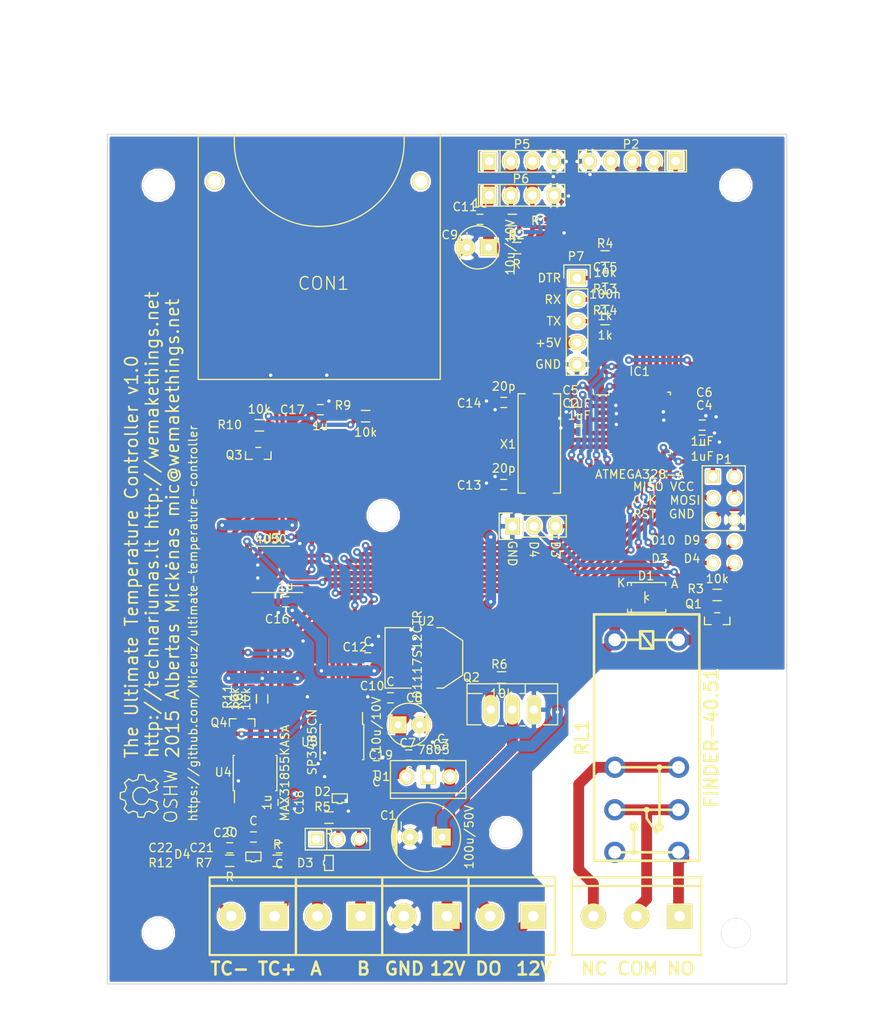
<source format=kicad_pcb>
(kicad_pcb (version 4) (host pcbnew "(2015-03-05 BZR 5480)-product")

  (general
    (links 170)
    (no_connects 1)
    (area 90.949999 88.949999 171.050001 189.050001)
    (thickness 1.6)
    (drawings 53)
    (tracks 902)
    (zones 0)
    (modules 74)
    (nets 57)
  )

  (page A4)
  (layers
    (0 F.Cu signal hide)
    (31 B.Cu signal hide)
    (32 B.Adhes user hide)
    (33 F.Adhes user hide)
    (34 B.Paste user)
    (35 F.Paste user hide)
    (36 B.SilkS user)
    (37 F.SilkS user)
    (38 B.Mask user)
    (39 F.Mask user)
    (40 Dwgs.User user hide)
    (41 Cmts.User user)
    (42 Eco1.User user hide)
    (43 Eco2.User user hide)
    (44 Edge.Cuts user)
    (45 Margin user hide)
    (46 B.CrtYd user hide)
    (47 F.CrtYd user hide)
    (48 B.Fab user hide)
    (49 F.Fab user hide)
  )

  (setup
    (last_trace_width 0.254)
    (user_trace_width 0.45)
    (user_trace_width 0.508)
    (user_trace_width 1.27)
    (trace_clearance 0.127)
    (zone_clearance 0.2286)
    (zone_45_only no)
    (trace_min 0.254)
    (segment_width 0.2)
    (edge_width 0.1)
    (via_size 0.9)
    (via_drill 0.4)
    (via_min_size 0.8)
    (via_min_drill 0.3)
    (user_via 0.9 0.4)
    (uvia_size 0.508)
    (uvia_drill 0.127)
    (uvias_allowed no)
    (uvia_min_size 0)
    (uvia_min_drill 0.127)
    (pcb_text_width 0.3)
    (pcb_text_size 1.5 1.5)
    (mod_edge_width 0.15)
    (mod_text_size 1 1)
    (mod_text_width 0.15)
    (pad_size 1.524 1.524)
    (pad_drill 1.016)
    (pad_to_mask_clearance 0)
    (aux_axis_origin 0 0)
    (visible_elements FFFEFF7F)
    (pcbplotparams
      (layerselection 0x010f0_80000001)
      (usegerberextensions false)
      (excludeedgelayer false)
      (linewidth 0.100000)
      (plotframeref false)
      (viasonmask false)
      (mode 1)
      (useauxorigin false)
      (hpglpennumber 1)
      (hpglpenspeed 20)
      (hpglpendiameter 15)
      (hpglpenoverlay 2)
      (psnegative false)
      (psa4output false)
      (plotreference true)
      (plotvalue false)
      (plotinvisibletext false)
      (padsonsilk false)
      (subtractmaskfromsilk true)
      (outputformat 1)
      (mirror false)
      (drillshape 0)
      (scaleselection 1)
      (outputdirectory gerbers/))
  )

  (net 0 "")
  (net 1 VCC)
  (net 2 GND)
  (net 3 +5V)
  (net 4 "Net-(C6-Pad1)")
  (net 5 +3V3)
  (net 6 "Net-(C13-Pad1)")
  (net 7 "Net-(C14-Pad1)")
  (net 8 /controller/TC+)
  (net 9 /controller/TC-)
  (net 10 /controller/CS_SD_3V3)
  (net 11 /controller/MOSI_3V3)
  (net 12 /controller/CLK_3V3)
  (net 13 /controller/MISO)
  (net 14 "Net-(CON1-Pad8)")
  (net 15 "Net-(CON1-Pad9)")
  (net 16 "Net-(D1-Pad1)")
  (net 17 "Net-(IC1-Pad1)")
  (net 18 "Net-(IC1-Pad2)")
  (net 19 /controller/TRANSISTOR_ON)
  (net 20 /controller/RELAY_ON)
  (net 21 /controller/CS_SD)
  (net 22 /controller/CS_TC)
  (net 23 /controller/MOSI)
  (net 24 /controller/CLK)
  (net 25 "Net-(IC1-Pad19)")
  (net 26 "Net-(IC1-Pad22)")
  (net 27 /controller/BUTTON1)
  (net 28 /controller/BUTTON2)
  (net 29 /controller/BUTTON3)
  (net 30 /controller/BUTTON4)
  (net 31 /controller/SDA)
  (net 32 /controller/SCL)
  (net 33 /controller/RXD)
  (net 34 /controller/TXD)
  (net 35 /controller/RS485DE)
  (net 36 "Net-(JP1-Pad1)")
  (net 37 "Net-(JP1-Pad2)")
  (net 38 /controller/RS485B)
  (net 39 /controller/RESET)
  (net 40 /controller/DRAIN)
  (net 41 /controller/RELAY_NO)
  (net 42 /controller/RELAY_COM)
  (net 43 /controller/RELAY_NC)
  (net 44 /controller/RS485A)
  (net 45 /controller/CS_TC_3V3)
  (net 46 "Net-(CON1-Pad7)")
  (net 47 "Net-(Q4-PadS)")
  (net 48 "Net-(C20-Pad1)")
  (net 49 "Net-(C20-Pad2)")
  (net 50 "Net-(IC1-Pad14)")
  (net 51 "Net-(IC1-Pad13)")
  (net 52 /controller/DTR)
  (net 53 /controller/RX)
  (net 54 /controller/TX)
  (net 55 "Net-(U3-Pad12)")
  (net 56 "Net-(U3-Pad15)")

  (net_class Default "This is the default net class."
    (clearance 0.127)
    (trace_width 0.254)
    (via_dia 0.9)
    (via_drill 0.4)
    (uvia_dia 0.508)
    (uvia_drill 0.127)
    (add_net +3V3)
    (add_net +5V)
    (add_net /controller/BUTTON1)
    (add_net /controller/BUTTON2)
    (add_net /controller/BUTTON3)
    (add_net /controller/BUTTON4)
    (add_net /controller/CLK)
    (add_net /controller/CLK_3V3)
    (add_net /controller/CS_SD)
    (add_net /controller/CS_SD_3V3)
    (add_net /controller/CS_TC)
    (add_net /controller/CS_TC_3V3)
    (add_net /controller/DRAIN)
    (add_net /controller/DTR)
    (add_net /controller/MISO)
    (add_net /controller/MOSI)
    (add_net /controller/RELAY_COM)
    (add_net /controller/RELAY_NC)
    (add_net /controller/RELAY_NO)
    (add_net /controller/RELAY_ON)
    (add_net /controller/RESET)
    (add_net /controller/RS485A)
    (add_net /controller/RS485B)
    (add_net /controller/RS485DE)
    (add_net /controller/RX)
    (add_net /controller/RXD)
    (add_net /controller/SCL)
    (add_net /controller/SDA)
    (add_net /controller/TC+)
    (add_net /controller/TC-)
    (add_net /controller/TRANSISTOR_ON)
    (add_net /controller/TX)
    (add_net /controller/TXD)
    (add_net GND)
    (add_net "Net-(C13-Pad1)")
    (add_net "Net-(C14-Pad1)")
    (add_net "Net-(C20-Pad1)")
    (add_net "Net-(C20-Pad2)")
    (add_net "Net-(C6-Pad1)")
    (add_net "Net-(CON1-Pad7)")
    (add_net "Net-(CON1-Pad8)")
    (add_net "Net-(CON1-Pad9)")
    (add_net "Net-(D1-Pad1)")
    (add_net "Net-(IC1-Pad1)")
    (add_net "Net-(IC1-Pad13)")
    (add_net "Net-(IC1-Pad14)")
    (add_net "Net-(IC1-Pad19)")
    (add_net "Net-(IC1-Pad2)")
    (add_net "Net-(IC1-Pad22)")
    (add_net "Net-(JP1-Pad1)")
    (add_net "Net-(JP1-Pad2)")
    (add_net "Net-(Q4-PadS)")
    (add_net "Net-(U3-Pad12)")
    (add_net "Net-(U3-Pad15)")
    (add_net VCC)
  )

  (net_class mosi3v3 ""
    (clearance 0.127)
    (trace_width 0.45)
    (via_dia 0.9)
    (via_drill 0.4)
    (uvia_dia 0.508)
    (uvia_drill 0.127)
    (add_net /controller/MOSI_3V3)
  )

  (module Pin_Headers:Pin_Header_Straight_1x02 (layer F.Cu) (tedit 54FD6337) (tstamp 54F41BB0)
    (at 162.306 139.446 90)
    (descr "Through hole pin header")
    (tags "pin header")
    (fp_text reference Pin_Header_Straight_1x02 (at -1.905 10.033 90) (layer F.SilkS) hide
      (effects (font (size 1 1) (thickness 0.15)))
    )
    (fp_text value VAL** (at 0 -3.1 90) (layer F.SilkS) hide
      (effects (font (size 1 1) (thickness 0.15)))
    )
    (fp_line (start -1.75 -1.75) (end -1.75 4.3) (layer F.CrtYd) (width 0.05))
    (fp_line (start 1.75 -1.75) (end 1.75 4.3) (layer F.CrtYd) (width 0.05))
    (fp_line (start -1.75 -1.75) (end 1.75 -1.75) (layer F.CrtYd) (width 0.05))
    (fp_line (start -1.75 4.3) (end 1.75 4.3) (layer F.CrtYd) (width 0.05))
    (pad 1 thru_hole circle (at 0 0 90) (size 1.524 1.524) (drill 1.016) (layers *.Cu *.Mask F.SilkS)
      (net 17 "Net-(IC1-Pad1)"))
    (pad 2 thru_hole circle (at 0 2.54 90) (size 1.524 1.524) (drill 1.016) (layers *.Cu *.Mask F.SilkS)
      (net 18 "Net-(IC1-Pad2)"))
    (model Pin_Headers/Pin_Header_Straight_1x02.wrl
      (at (xyz 0 -0.05 0))
      (scale (xyz 1 1 1))
      (rotate (xyz 0 0 90))
    )
  )

  (module Pin_Headers:Pin_Header_Straight_1x02 (layer F.Cu) (tedit 54FD6310) (tstamp 54F41972)
    (at 162.306 136.906 90)
    (descr "Through hole pin header")
    (tags "pin header")
    (fp_text reference Pin_Header_Straight_1x02 (at -4.191 11.303 90) (layer F.SilkS) hide
      (effects (font (size 1 1) (thickness 0.15)))
    )
    (fp_text value VAL** (at 0 -3.1 90) (layer F.SilkS) hide
      (effects (font (size 1 1) (thickness 0.15)))
    )
    (fp_line (start -1.75 -1.75) (end -1.75 4.3) (layer F.CrtYd) (width 0.05))
    (fp_line (start 1.75 -1.75) (end 1.75 4.3) (layer F.CrtYd) (width 0.05))
    (fp_line (start -1.75 -1.75) (end 1.75 -1.75) (layer F.CrtYd) (width 0.05))
    (fp_line (start -1.75 4.3) (end 1.75 4.3) (layer F.CrtYd) (width 0.05))
    (pad 1 thru_hole circle (at 0 0 90) (size 1.524 1.524) (drill 1.016) (layers *.Cu *.Mask F.SilkS)
      (net 50 "Net-(IC1-Pad14)"))
    (pad 2 thru_hole circle (at 0 2.54 90) (size 1.524 1.524) (drill 1.016) (layers *.Cu *.Mask F.SilkS)
      (net 51 "Net-(IC1-Pad13)"))
    (model Pin_Headers/Pin_Header_Straight_1x02.wrl
      (at (xyz 0 -0.05 0))
      (scale (xyz 1 1 1))
      (rotate (xyz 0 0 90))
    )
  )

  (module w_conn_misc:SD-CARD-PROCON-19608 locked (layer F.Cu) (tedit 54F6475D) (tstamp 54EC69A6)
    (at 115.95 117.85 90)
    (path /54E5B803/54E5BBEF)
    (fp_text reference CON1 (at 11.3 0.5 180) (layer F.SilkS)
      (effects (font (size 1.5 1.5) (thickness 0.15)))
    )
    (fp_text value SD_Card (at 15.9 0.2 360) (layer F.Fab)
      (effects (font (size 1.5 1.5) (thickness 0.15)))
    )
    (fp_line (start 28.8 -10) (end 28 -10) (layer F.SilkS) (width 0.15))
    (fp_arc (start 28 0) (end 18 0) (angle 90) (layer F.SilkS) (width 0.15))
    (fp_arc (start 28 0) (end 28 10) (angle 90) (layer F.SilkS) (width 0.15))
    (fp_line (start 18 0) (end 18 -0.5) (layer F.SilkS) (width 0.15))
    (fp_line (start 28.8 10) (end 28 10) (layer F.SilkS) (width 0.15))
    (fp_line (start 35.6 12) (end 35.6 -13) (layer Cmts.User) (width 0.15))
    (fp_line (start 0 -14.25) (end 0 14.25) (layer F.SilkS) (width 0.15))
    (fp_line (start 28.8 10) (end 28.8 -10.5) (layer F.SilkS) (width 0.15))
    (fp_line (start 28.8 -14.25) (end 0 -14.25) (layer F.SilkS) (width 0.15))
    (fp_line (start 28.8 -10.5) (end 28.8 -14.25) (layer F.SilkS) (width 0.15))
    (fp_line (start 28.8 14.25) (end 28.8 10) (layer F.SilkS) (width 0.15))
    (fp_line (start 0 14.25) (end 28.8 14.25) (layer F.SilkS) (width 0.15))
    (pad 1 smd rect (at -1 6.77 90) (size 1.8 0.9) (layers F.Cu F.Paste F.Mask)
      (net 10 /controller/CS_SD_3V3))
    (pad 2 smd rect (at -1 4.22 90) (size 1.8 0.9) (layers F.Cu F.Paste F.Mask)
      (net 11 /controller/MOSI_3V3))
    (pad CD smd rect (at -1 2.52 90) (size 1.8 0.9) (layers F.Cu F.Paste F.Mask))
    (pad 4 smd rect (at -1 -0.73 90) (size 1.8 0.9) (layers F.Cu F.Paste F.Mask)
      (net 5 +3V3))
    (pad 5 smd rect (at -1 -3.23 90) (size 1.8 0.9) (layers F.Cu F.Paste F.Mask)
      (net 12 /controller/CLK_3V3))
    (pad 6 smd rect (at -1 -5.73 90) (size 1.8 0.9) (layers F.Cu F.Paste F.Mask)
      (net 2 GND))
    (pad 7 smd rect (at -1 -8.15 90) (size 1.8 0.9) (layers F.Cu F.Paste F.Mask)
      (net 46 "Net-(CON1-Pad7)"))
    (pad 8 smd rect (at -1 -9.85 90) (size 1.8 0.9) (layers F.Cu F.Paste F.Mask)
      (net 14 "Net-(CON1-Pad8)"))
    (pad 9 smd rect (at -1 9.27 90) (size 1.8 0.9) (layers F.Cu F.Paste F.Mask)
      (net 15 "Net-(CON1-Pad9)"))
    (pad 3 smd rect (at -1 1.02 90) (size 1.8 0.9) (layers F.Cu F.Paste F.Mask)
      (net 2 GND))
    (pad WP smd rect (at -1 -13 90) (size 1.8 0.9) (layers F.Cu F.Paste F.Mask))
    (pad SH1 smd rect (at 20 14.496 90) (size 2 1.4) (layers F.Cu F.Paste F.Mask))
    (pad SH2 smd rect (at 21.15 -13.589 90) (size 2 1.527) (layers F.Cu F.Paste F.Mask))
    (pad "" np_thru_hole circle (at 23.3 11.94 90) (size 2 2) (drill 1.5) (layers *.Cu *.Mask F.SilkS))
    (pad "" np_thru_hole circle (at 23.3 -12.32 90) (size 2 2) (drill 1.5) (layers *.Cu *.Mask F.SilkS))
    (model /home/miceuz/Xaltura/ultimate-temp-controller/walter/conn_misc/sd_socket.wrl
      (at (xyz 0.53 0 0))
      (scale (xyz 1 1 1))
      (rotate (xyz 0 0 -90))
    )
  )

  (module Mounting_Holes:MountingHole_3-5mm (layer F.Cu) (tedit 54EAEE72) (tstamp 54F00A03)
    (at 137.922 171.196)
    (descr "Mounting hole, Befestigungsbohrung, 3,5mm, No Annular, Kein Restring,")
    (tags "Mounting hole, Befestigungsbohrung, 3,5mm, No Annular, Kein Restring,")
    (fp_text reference MountingHole_3-5mm (at 0 -4.50088) (layer F.SilkS) hide
      (effects (font (size 1 1) (thickness 0.15)))
    )
    (fp_text value VAL** (at 0 5.00126) (layer F.SilkS) hide
      (effects (font (size 1 1) (thickness 0.15)))
    )
    (fp_circle (center 0 0) (end 3.50012 0) (layer Cmts.User) (width 0.381))
    (pad 1 thru_hole circle (at 0 0) (size 3.50012 3.50012) (drill 3.50012) (layers))
  )

  (module Mounting_Holes:MountingHole_3-5mm locked (layer F.Cu) (tedit 54EAEE72) (tstamp 54F00BFD)
    (at 123.48 133.858)
    (descr "Mounting hole, Befestigungsbohrung, 3,5mm, No Annular, Kein Restring,")
    (tags "Mounting hole, Befestigungsbohrung, 3,5mm, No Annular, Kein Restring,")
    (fp_text reference MountingHole_3-5mm (at 0 -4.50088) (layer F.SilkS) hide
      (effects (font (size 1 1) (thickness 0.15)))
    )
    (fp_text value VAL** (at 0 5.00126) (layer F.SilkS) hide
      (effects (font (size 1 1) (thickness 0.15)))
    )
    (fp_circle (center 0 0) (end 3.50012 0) (layer Cmts.User) (width 0.381))
    (pad 1 thru_hole circle (at 0 0) (size 3.50012 3.50012) (drill 3.50012) (layers))
  )

  (module Housings_SSOP:TSSOP-16_4.4x5mm_Pitch0.65mm (layer F.Cu) (tedit 54FD64D8) (tstamp 54EC69B8)
    (at 110.236 140.208 180)
    (descr "16-Lead Plastic Thin Shrink Small Outline (ST)-4.4 mm Body [TSSOP] (see Microchip Packaging Specification 00000049BS.pdf)")
    (tags "SSOP 0.65")
    (path /54E5B803/54EC686C)
    (attr smd)
    (fp_text reference U3 (at -0.127 3.683 180) (layer F.SilkS)
      (effects (font (size 1 1) (thickness 0.15)))
    )
    (fp_text value 4050 (at 0 3.55 180) (layer F.SilkS)
      (effects (font (size 1 1) (thickness 0.15)))
    )
    (fp_line (start -3.95 -2.8) (end -3.95 2.8) (layer F.CrtYd) (width 0.05))
    (fp_line (start 3.95 -2.8) (end 3.95 2.8) (layer F.CrtYd) (width 0.05))
    (fp_line (start -3.95 -2.8) (end 3.95 -2.8) (layer F.CrtYd) (width 0.05))
    (fp_line (start -3.95 2.8) (end 3.95 2.8) (layer F.CrtYd) (width 0.05))
    (fp_line (start -2.2 2.725) (end 2.2 2.725) (layer F.SilkS) (width 0.15))
    (fp_line (start -3.775 -2.725) (end 2.2 -2.725) (layer F.SilkS) (width 0.15))
    (pad 1 smd rect (at -2.95 -2.275 180) (size 1.5 0.45) (layers F.Cu F.Paste F.Mask)
      (net 5 +3V3))
    (pad 2 smd rect (at -2.95 -1.625 180) (size 1.5 0.45) (layers F.Cu F.Paste F.Mask)
      (net 45 /controller/CS_TC_3V3))
    (pad 3 smd rect (at -2.95 -0.975 180) (size 1.5 0.45) (layers F.Cu F.Paste F.Mask)
      (net 22 /controller/CS_TC))
    (pad 4 smd rect (at -2.95 -0.325 180) (size 1.5 0.45) (layers F.Cu F.Paste F.Mask)
      (net 10 /controller/CS_SD_3V3))
    (pad 5 smd rect (at -2.95 0.325 180) (size 1.5 0.45) (layers F.Cu F.Paste F.Mask)
      (net 21 /controller/CS_SD))
    (pad 6 smd rect (at -2.95 0.975 180) (size 1.5 0.45) (layers F.Cu F.Paste F.Mask)
      (net 12 /controller/CLK_3V3))
    (pad 7 smd rect (at -2.95 1.625 180) (size 1.5 0.45) (layers F.Cu F.Paste F.Mask)
      (net 24 /controller/CLK))
    (pad 8 smd rect (at -2.95 2.275 180) (size 1.5 0.45) (layers F.Cu F.Paste F.Mask)
      (net 2 GND))
    (pad 9 smd rect (at 2.95 2.275 180) (size 1.5 0.45) (layers F.Cu F.Paste F.Mask)
      (net 23 /controller/MOSI))
    (pad 10 smd rect (at 2.95 1.625 180) (size 1.5 0.45) (layers F.Cu F.Paste F.Mask)
      (net 11 /controller/MOSI_3V3))
    (pad 11 smd rect (at 2.95 0.975 180) (size 1.5 0.45) (layers F.Cu F.Paste F.Mask)
      (net 2 GND))
    (pad 12 smd rect (at 2.95 0.325 180) (size 1.5 0.45) (layers F.Cu F.Paste F.Mask)
      (net 55 "Net-(U3-Pad12)"))
    (pad 13 smd rect (at 2.95 -0.325 180) (size 1.5 0.45) (layers F.Cu F.Paste F.Mask))
    (pad 14 smd rect (at 2.95 -0.975 180) (size 1.5 0.45) (layers F.Cu F.Paste F.Mask)
      (net 2 GND))
    (pad 15 smd rect (at 2.95 -1.625 180) (size 1.5 0.45) (layers F.Cu F.Paste F.Mask)
      (net 56 "Net-(U3-Pad15)"))
    (pad 16 smd rect (at 2.95 -2.275 180) (size 1.5 0.45) (layers F.Cu F.Paste F.Mask))
    (model Housings_SSOP/TSSOP-16_4.4x5mm_Pitch0.65mm.wrl
      (at (xyz 0 0 0))
      (scale (xyz 1 1 1))
      (rotate (xyz 0 0 0))
    )
  )

  (module w_conn_screw:mors_3p (layer F.Cu) (tedit 54EAEE49) (tstamp 54EAEE86)
    (at 153.305 181.02 180)
    (descr "Terminal block 3 pins")
    (tags DEV)
    (path /54E5B803/54E7442A)
    (fp_text reference P9 (at 0 -5.842 180) (layer F.SilkS) hide
      (effects (font (thickness 0.3048)))
    )
    (fp_text value RELAY (at 0 5.842 180) (layer F.SilkS) hide
      (effects (font (thickness 0.3048)))
    )
    (fp_line (start -7.62 4.572) (end -7.62 3.556) (layer F.SilkS) (width 0.254))
    (fp_line (start -7.62 3.556) (end 7.62 3.556) (layer F.SilkS) (width 0.254))
    (fp_line (start 7.62 3.556) (end 7.62 4.572) (layer F.SilkS) (width 0.254))
    (fp_line (start 7.62 4.572) (end -7.62 4.572) (layer F.SilkS) (width 0.254))
    (fp_line (start -7.62 -4.572) (end -7.62 -3.81) (layer F.SilkS) (width 0.254))
    (fp_line (start -7.62 -4.572) (end 7.62 -4.572) (layer F.SilkS) (width 0.254))
    (fp_line (start 7.62 -4.572) (end 7.62 -3.81) (layer F.SilkS) (width 0.254))
    (fp_line (start -7.62 3.81) (end -7.62 -3.81) (layer F.SilkS) (width 0.254))
    (fp_line (start 7.62 3.81) (end 7.62 -3.81) (layer F.SilkS) (width 0.254))
    (pad 1 thru_hole rect (at -5.08 0 180) (size 2.99974 2.99974) (drill 1.24968) (layers *.Cu *.Mask F.SilkS)
      (net 41 /controller/RELAY_NO))
    (pad 2 thru_hole circle (at 0 0 180) (size 2.99974 2.99974) (drill 1.24968) (layers *.Cu *.Mask F.SilkS)
      (net 42 /controller/RELAY_COM))
    (pad 3 thru_hole circle (at 5.08 0 180) (size 2.99974 2.99974) (drill 1.24968) (layers *.Cu *.Mask F.SilkS)
      (net 43 /controller/RELAY_NC))
    (model walter/conn_screw/mors_3p.wrl
      (at (xyz 0 0 0))
      (scale (xyz 1 1 1))
      (rotate (xyz 0 0 0))
    )
    (model /home/miceuz/Xaltura/ultimate-temp-controller/conn_screw/mors_3p.wrl
      (at (xyz 0 0 0))
      (scale (xyz 1 1 1))
      (rotate (xyz 0 0 0))
    )
  )

  (module Transistors_SMD:sot23 (layer F.Cu) (tedit 54EAF1A9) (tstamp 54E79BB8)
    (at 106.875425 158.489713)
    (descr SOT23)
    (path /54E5B803/54E72CD3)
    (attr smd)
    (fp_text reference Q4 (at -2.735425 -0.247713) (layer F.SilkS)
      (effects (font (size 1 1) (thickness 0.15)))
    )
    (fp_text value MOS_N (at 0 2.3) (layer F.SilkS) hide
      (effects (font (size 1 1) (thickness 0.15)))
    )
    (fp_line (start -1.5 0.2) (end -1.5 -0.7) (layer F.SilkS) (width 0.15))
    (fp_line (start -1.5 -0.7) (end -0.7 -0.7) (layer F.SilkS) (width 0.15))
    (fp_line (start 1.5 0.2) (end 1.5 -0.7) (layer F.SilkS) (width 0.15))
    (fp_line (start 1.5 -0.7) (end 0.7 -0.7) (layer F.SilkS) (width 0.15))
    (fp_line (start 0.3 0.7) (end -0.3 0.7) (layer F.SilkS) (width 0.15))
    (pad G smd rect (at -0.9525 1.05664) (size 0.59944 1.00076) (layers F.Cu F.Paste F.Mask)
      (net 5 +3V3))
    (pad D smd rect (at 0 -1.05664) (size 0.59944 1.00076) (layers F.Cu F.Paste F.Mask)
      (net 13 /controller/MISO))
    (pad S smd rect (at 0.9525 1.05664) (size 0.59944 1.00076) (layers F.Cu F.Paste F.Mask)
      (net 47 "Net-(Q4-PadS)"))
    (model Transistors_SMD/sot23.wrl
      (at (xyz 0 0 0))
      (scale (xyz 1 1 1))
      (rotate (xyz 0 0 0))
    )
  )

  (module Transistors_SMD:sot23 (layer F.Cu) (tedit 54EAF11C) (tstamp 54E65554)
    (at 162.805 146.009 180)
    (descr SOT23)
    (path /54E5B803/54E65031)
    (attr smd)
    (fp_text reference Q1 (at 2.785 1.737 180) (layer F.SilkS)
      (effects (font (size 1 1) (thickness 0.15)))
    )
    (fp_text value MOS_N (at 0 2.3 180) (layer F.SilkS) hide
      (effects (font (size 1 1) (thickness 0.15)))
    )
    (fp_line (start -1.5 0.2) (end -1.5 -0.7) (layer F.SilkS) (width 0.15))
    (fp_line (start -1.5 -0.7) (end -0.7 -0.7) (layer F.SilkS) (width 0.15))
    (fp_line (start 1.5 0.2) (end 1.5 -0.7) (layer F.SilkS) (width 0.15))
    (fp_line (start 1.5 -0.7) (end 0.7 -0.7) (layer F.SilkS) (width 0.15))
    (fp_line (start 0.3 0.7) (end -0.3 0.7) (layer F.SilkS) (width 0.15))
    (pad G smd rect (at -0.9525 1.05664 180) (size 0.59944 1.00076) (layers F.Cu F.Paste F.Mask)
      (net 20 /controller/RELAY_ON))
    (pad D smd rect (at 0 -1.05664 180) (size 0.59944 1.00076) (layers F.Cu F.Paste F.Mask)
      (net 16 "Net-(D1-Pad1)"))
    (pad S smd rect (at 0.9525 1.05664 180) (size 0.59944 1.00076) (layers F.Cu F.Paste F.Mask)
      (net 2 GND))
    (model Transistors_SMD/sot23.wrl
      (at (xyz 0 0 0))
      (scale (xyz 1 1 1))
      (rotate (xyz 0 0 0))
    )
  )

  (module Capacitors_ThroughHole:Capacitor8x13RM3.8 (layer F.Cu) (tedit 54FD659A) (tstamp 54E65443)
    (at 128.524 171.704 90)
    (descr "Capacitor, pol, cyl 8x13mm")
    (path /54E5B803/54E5E4B5)
    (fp_text reference C1 (at 2.54 -4.445 360) (layer F.SilkS)
      (effects (font (size 1 1) (thickness 0.15)))
    )
    (fp_text value 100u/50V (at 0 5.08 90) (layer F.SilkS)
      (effects (font (size 1 1) (thickness 0.15)))
    )
    (fp_line (start 2.032 -3.429) (end -2.032 -3.429) (layer F.SilkS) (width 0.15))
    (fp_line (start -2.032 -3.429) (end -1.651 -3.556) (layer F.SilkS) (width 0.15))
    (fp_line (start -1.651 -3.556) (end 1.651 -3.556) (layer F.SilkS) (width 0.15))
    (fp_line (start 1.651 -3.556) (end 2.032 -3.429) (layer F.SilkS) (width 0.15))
    (fp_circle (center 0 0) (end -4.064 0.127) (layer F.SilkS) (width 0.15))
    (fp_line (start 0.889 -2.921) (end 1.778 -2.921) (layer F.SilkS) (width 0.15))
    (fp_line (start 1.016 -3.937) (end -1.016 -3.937) (layer F.SilkS) (width 0.15))
    (fp_line (start -1.016 -3.81) (end 1.016 -3.81) (layer F.SilkS) (width 0.15))
    (fp_line (start -1.524 -3.683) (end 1.524 -3.683) (layer F.SilkS) (width 0.15))
    (pad 1 thru_hole rect (at 0 1.905 90) (size 1.99898 1.99898) (drill 0.8001) (layers *.Cu *.Mask F.SilkS)
      (net 1 VCC))
    (pad 2 thru_hole circle (at 0 -1.905 90) (size 1.99898 1.99898) (drill 0.8001) (layers *.Cu *.Mask F.SilkS)
      (net 2 GND))
    (model Capacitors_ThroughHole/Capacitor8x13RM3.8.wrl
      (at (xyz 0 0 0))
      (scale (xyz 1 1 1))
      (rotate (xyz 0 0 0))
    )
  )

  (module Capacitors_SMD:C_0603_HandSoldering (layer F.Cu) (tedit 54EAF194) (tstamp 54E847A8)
    (at 146.559158 123.987318 180)
    (descr "Capacitor SMD 0603, hand soldering")
    (tags "capacitor 0603")
    (path /54E5B803/54E5BE7E)
    (attr smd)
    (fp_text reference C2 (at 1.017158 3.337318 180) (layer F.SilkS)
      (effects (font (size 1 1) (thickness 0.15)))
    )
    (fp_text value 1uF (at 0 1.9 180) (layer F.SilkS)
      (effects (font (size 1 1) (thickness 0.15)))
    )
    (fp_line (start -1.85 -0.75) (end 1.85 -0.75) (layer F.CrtYd) (width 0.05))
    (fp_line (start -1.85 0.75) (end 1.85 0.75) (layer F.CrtYd) (width 0.05))
    (fp_line (start -1.85 -0.75) (end -1.85 0.75) (layer F.CrtYd) (width 0.05))
    (fp_line (start 1.85 -0.75) (end 1.85 0.75) (layer F.CrtYd) (width 0.05))
    (fp_line (start -0.35 -0.6) (end 0.35 -0.6) (layer F.SilkS) (width 0.15))
    (fp_line (start 0.35 0.6) (end -0.35 0.6) (layer F.SilkS) (width 0.15))
    (pad 1 smd rect (at -0.95 0 180) (size 1.2 0.75) (layers F.Cu F.Paste F.Mask)
      (net 3 +5V))
    (pad 2 smd rect (at 0.95 0 180) (size 1.2 0.75) (layers F.Cu F.Paste F.Mask)
      (net 2 GND))
    (model Capacitors_SMD/C_0603_HandSoldering.wrl
      (at (xyz 0 0 0))
      (scale (xyz 1 1 1))
      (rotate (xyz 0 0 0))
    )
  )

  (module Capacitors_SMD:C_0603_HandSoldering (layer F.Cu) (tedit 54FD656B) (tstamp 54E6544F)
    (at 130.302 162.052 180)
    (descr "Capacitor SMD 0603, hand soldering")
    (tags "capacitor 0603")
    (path /54E5B803/54E5E0A3)
    (attr smd)
    (fp_text reference C3 (at 0 1.27 180) (layer F.SilkS)
      (effects (font (size 1 1) (thickness 0.15)))
    )
    (fp_text value C (at 0 1.9 180) (layer F.SilkS)
      (effects (font (size 1 1) (thickness 0.15)))
    )
    (fp_line (start -1.85 -0.75) (end 1.85 -0.75) (layer F.CrtYd) (width 0.05))
    (fp_line (start -1.85 0.75) (end 1.85 0.75) (layer F.CrtYd) (width 0.05))
    (fp_line (start -1.85 -0.75) (end -1.85 0.75) (layer F.CrtYd) (width 0.05))
    (fp_line (start 1.85 -0.75) (end 1.85 0.75) (layer F.CrtYd) (width 0.05))
    (fp_line (start -0.35 -0.6) (end 0.35 -0.6) (layer F.SilkS) (width 0.15))
    (fp_line (start 0.35 0.6) (end -0.35 0.6) (layer F.SilkS) (width 0.15))
    (pad 1 smd rect (at -0.95 0 180) (size 1.2 0.75) (layers F.Cu F.Paste F.Mask)
      (net 1 VCC))
    (pad 2 smd rect (at 0.95 0 180) (size 1.2 0.75) (layers F.Cu F.Paste F.Mask)
      (net 2 GND))
    (model Capacitors_SMD/C_0603_HandSoldering.wrl
      (at (xyz 0 0 0))
      (scale (xyz 1 1 1))
      (rotate (xyz 0 0 0))
    )
  )

  (module Capacitors_SMD:C_0603_HandSoldering (layer F.Cu) (tedit 54EAF133) (tstamp 54E84723)
    (at 161.037158 125.003318)
    (descr "Capacitor SMD 0603, hand soldering")
    (tags "capacitor 0603")
    (path /54E5B803/54E5BD26)
    (attr smd)
    (fp_text reference C4 (at 0.252842 -4.099318) (layer F.SilkS)
      (effects (font (size 1 1) (thickness 0.15)))
    )
    (fp_text value 1uF (at 0 1.9) (layer F.SilkS)
      (effects (font (size 1 1) (thickness 0.15)))
    )
    (fp_line (start -1.85 -0.75) (end 1.85 -0.75) (layer F.CrtYd) (width 0.05))
    (fp_line (start -1.85 0.75) (end 1.85 0.75) (layer F.CrtYd) (width 0.05))
    (fp_line (start -1.85 -0.75) (end -1.85 0.75) (layer F.CrtYd) (width 0.05))
    (fp_line (start 1.85 -0.75) (end 1.85 0.75) (layer F.CrtYd) (width 0.05))
    (fp_line (start -0.35 -0.6) (end 0.35 -0.6) (layer F.SilkS) (width 0.15))
    (fp_line (start 0.35 0.6) (end -0.35 0.6) (layer F.SilkS) (width 0.15))
    (pad 1 smd rect (at -0.95 0) (size 1.2 0.75) (layers F.Cu F.Paste F.Mask)
      (net 3 +5V))
    (pad 2 smd rect (at 0.95 0) (size 1.2 0.75) (layers F.Cu F.Paste F.Mask)
      (net 2 GND))
    (model Capacitors_SMD/C_0603_HandSoldering.wrl
      (at (xyz 0 0 0))
      (scale (xyz 1 1 1))
      (rotate (xyz 0 0 0))
    )
  )

  (module Capacitors_SMD:C_0603_HandSoldering (layer F.Cu) (tedit 54EAF191) (tstamp 54E847CF)
    (at 146.559158 122.590318 180)
    (descr "Capacitor SMD 0603, hand soldering")
    (tags "capacitor 0603")
    (path /54E5B803/54E5BE3F)
    (attr smd)
    (fp_text reference C5 (at 1.017158 3.464318 180) (layer F.SilkS)
      (effects (font (size 1 1) (thickness 0.15)))
    )
    (fp_text value 1uF (at 0 1.9 180) (layer F.SilkS)
      (effects (font (size 1 1) (thickness 0.15)))
    )
    (fp_line (start -1.85 -0.75) (end 1.85 -0.75) (layer F.CrtYd) (width 0.05))
    (fp_line (start -1.85 0.75) (end 1.85 0.75) (layer F.CrtYd) (width 0.05))
    (fp_line (start -1.85 -0.75) (end -1.85 0.75) (layer F.CrtYd) (width 0.05))
    (fp_line (start 1.85 -0.75) (end 1.85 0.75) (layer F.CrtYd) (width 0.05))
    (fp_line (start -0.35 -0.6) (end 0.35 -0.6) (layer F.SilkS) (width 0.15))
    (fp_line (start 0.35 0.6) (end -0.35 0.6) (layer F.SilkS) (width 0.15))
    (pad 1 smd rect (at -0.95 0 180) (size 1.2 0.75) (layers F.Cu F.Paste F.Mask)
      (net 3 +5V))
    (pad 2 smd rect (at 0.95 0 180) (size 1.2 0.75) (layers F.Cu F.Paste F.Mask)
      (net 2 GND))
    (model Capacitors_SMD/C_0603_HandSoldering.wrl
      (at (xyz 0 0 0))
      (scale (xyz 1 1 1))
      (rotate (xyz 0 0 0))
    )
  )

  (module Capacitors_SMD:C_0603_HandSoldering (layer F.Cu) (tedit 54EAF12E) (tstamp 54E84771)
    (at 161.037158 123.225318)
    (descr "Capacitor SMD 0603, hand soldering")
    (tags "capacitor 0603")
    (path /54E5B803/54E5BF09)
    (attr smd)
    (fp_text reference C6 (at 0.252842 -3.845318) (layer F.SilkS)
      (effects (font (size 1 1) (thickness 0.15)))
    )
    (fp_text value 1uF (at 0 1.9) (layer F.SilkS)
      (effects (font (size 1 1) (thickness 0.15)))
    )
    (fp_line (start -1.85 -0.75) (end 1.85 -0.75) (layer F.CrtYd) (width 0.05))
    (fp_line (start -1.85 0.75) (end 1.85 0.75) (layer F.CrtYd) (width 0.05))
    (fp_line (start -1.85 -0.75) (end -1.85 0.75) (layer F.CrtYd) (width 0.05))
    (fp_line (start 1.85 -0.75) (end 1.85 0.75) (layer F.CrtYd) (width 0.05))
    (fp_line (start -0.35 -0.6) (end 0.35 -0.6) (layer F.SilkS) (width 0.15))
    (fp_line (start 0.35 0.6) (end -0.35 0.6) (layer F.SilkS) (width 0.15))
    (pad 1 smd rect (at -0.95 0) (size 1.2 0.75) (layers F.Cu F.Paste F.Mask)
      (net 4 "Net-(C6-Pad1)"))
    (pad 2 smd rect (at 0.95 0) (size 1.2 0.75) (layers F.Cu F.Paste F.Mask)
      (net 2 GND))
    (model Capacitors_SMD/C_0603_HandSoldering.wrl
      (at (xyz 0 0 0))
      (scale (xyz 1 1 1))
      (rotate (xyz 0 0 0))
    )
  )

  (module Capacitors_SMD:C_0603_HandSoldering (layer F.Cu) (tedit 54FD6578) (tstamp 54E65467)
    (at 126.492 162.052)
    (descr "Capacitor SMD 0603, hand soldering")
    (tags "capacitor 0603")
    (path /54E5B803/54E5E108)
    (attr smd)
    (fp_text reference C7 (at -0.127 -1.397) (layer F.SilkS)
      (effects (font (size 1 1) (thickness 0.15)))
    )
    (fp_text value C (at 0 1.9) (layer F.SilkS)
      (effects (font (size 1 1) (thickness 0.15)))
    )
    (fp_line (start -1.85 -0.75) (end 1.85 -0.75) (layer F.CrtYd) (width 0.05))
    (fp_line (start -1.85 0.75) (end 1.85 0.75) (layer F.CrtYd) (width 0.05))
    (fp_line (start -1.85 -0.75) (end -1.85 0.75) (layer F.CrtYd) (width 0.05))
    (fp_line (start 1.85 -0.75) (end 1.85 0.75) (layer F.CrtYd) (width 0.05))
    (fp_line (start -0.35 -0.6) (end 0.35 -0.6) (layer F.SilkS) (width 0.15))
    (fp_line (start 0.35 0.6) (end -0.35 0.6) (layer F.SilkS) (width 0.15))
    (pad 1 smd rect (at -0.95 0) (size 1.2 0.75) (layers F.Cu F.Paste F.Mask)
      (net 3 +5V))
    (pad 2 smd rect (at 0.95 0) (size 1.2 0.75) (layers F.Cu F.Paste F.Mask)
      (net 2 GND))
    (model Capacitors_SMD/C_0603_HandSoldering.wrl
      (at (xyz 0 0 0))
      (scale (xyz 1 1 1))
      (rotate (xyz 0 0 0))
    )
  )

  (module Capacitors_ThroughHole:Capacitor5x6RM2.5 (layer F.Cu) (tedit 54FD657F) (tstamp 54E6546D)
    (at 126.492 158.496 270)
    (descr "Capacitor, pol, cyl 5x6mm")
    (path /54E5B803/54E5E699)
    (fp_text reference C8 (at -3.175 -0.635 360) (layer F.SilkS)
      (effects (font (size 1 1) (thickness 0.15)))
    )
    (fp_text value 10u/10V (at 0 3.81 270) (layer F.SilkS)
      (effects (font (size 1 1) (thickness 0.15)))
    )
    (fp_line (start 0.889 -1.27) (end 1.778 -1.27) (layer F.SilkS) (width 0.15))
    (fp_line (start 1.016 -2.286) (end -1.016 -2.286) (layer F.SilkS) (width 0.15))
    (fp_line (start -1.016 -2.286) (end -1.016 -2.159) (layer F.SilkS) (width 0.15))
    (fp_line (start -1.016 -2.159) (end 1.016 -2.159) (layer F.SilkS) (width 0.15))
    (fp_line (start -1.524 -2.032) (end 1.524 -2.032) (layer F.SilkS) (width 0.15))
    (fp_circle (center 0 0) (end -2.54 0) (layer F.SilkS) (width 0.15))
    (pad 1 thru_hole rect (at 0 1.27 270) (size 1.99898 1.99898) (drill 0.8001) (layers *.Cu *.Mask F.SilkS)
      (net 3 +5V))
    (pad 2 thru_hole circle (at 0 -1.27 270) (size 1.99898 1.99898) (drill 0.8001) (layers *.Cu *.Mask F.SilkS)
      (net 2 GND))
    (model Capacitors_ThroughHole/Capacitor5x6RM2.5.wrl
      (at (xyz 0 0 0))
      (scale (xyz 1 1 1))
      (rotate (xyz 0 0 0))
    )
  )

  (module Capacitors_ThroughHole:Capacitor5x6RM2.5 (layer F.Cu) (tedit 54FD650D) (tstamp 54E7D301)
    (at 134.62 102.3138 90)
    (descr "Capacitor, pol, cyl 5x6mm")
    (path /54E5B803/54E5FD86)
    (fp_text reference C9 (at 1.4758 -3.302 180) (layer F.SilkS)
      (effects (font (size 1 1) (thickness 0.15)))
    )
    (fp_text value 10u/10V (at 0 3.81 90) (layer F.SilkS)
      (effects (font (size 1 1) (thickness 0.15)))
    )
    (fp_line (start 0.889 -1.27) (end 1.778 -1.27) (layer F.SilkS) (width 0.15))
    (fp_line (start 1.016 -2.286) (end -1.016 -2.286) (layer F.SilkS) (width 0.15))
    (fp_line (start -1.016 -2.286) (end -1.016 -2.159) (layer F.SilkS) (width 0.15))
    (fp_line (start -1.016 -2.159) (end 1.016 -2.159) (layer F.SilkS) (width 0.15))
    (fp_line (start -1.524 -2.032) (end 1.524 -2.032) (layer F.SilkS) (width 0.15))
    (fp_circle (center 0 0) (end -2.54 0) (layer F.SilkS) (width 0.15))
    (pad 1 thru_hole rect (at 0 1.27 90) (size 1.99898 1.99898) (drill 0.8001) (layers *.Cu *.Mask F.SilkS)
      (net 3 +5V))
    (pad 2 thru_hole circle (at 0 -1.27 90) (size 1.99898 1.99898) (drill 0.8001) (layers *.Cu *.Mask F.SilkS)
      (net 2 GND))
    (model Capacitors_ThroughHole/Capacitor5x6RM2.5.wrl
      (at (xyz 0 0 0))
      (scale (xyz 1 1 1))
      (rotate (xyz 0 0 0))
    )
  )

  (module Capacitors_SMD:C_0603_HandSoldering (layer F.Cu) (tedit 54EAF0BE) (tstamp 54E65479)
    (at 124.333 155.321 180)
    (descr "Capacitor SMD 0603, hand soldering")
    (tags "capacitor 0603")
    (path /54E5B803/54E5E1A0)
    (attr smd)
    (fp_text reference C10 (at 2.159 1.397 180) (layer F.SilkS)
      (effects (font (size 1 1) (thickness 0.15)))
    )
    (fp_text value C (at 0 1.9 180) (layer F.SilkS)
      (effects (font (size 1 1) (thickness 0.15)))
    )
    (fp_line (start -1.85 -0.75) (end 1.85 -0.75) (layer F.CrtYd) (width 0.05))
    (fp_line (start -1.85 0.75) (end 1.85 0.75) (layer F.CrtYd) (width 0.05))
    (fp_line (start -1.85 -0.75) (end -1.85 0.75) (layer F.CrtYd) (width 0.05))
    (fp_line (start 1.85 -0.75) (end 1.85 0.75) (layer F.CrtYd) (width 0.05))
    (fp_line (start -0.35 -0.6) (end 0.35 -0.6) (layer F.SilkS) (width 0.15))
    (fp_line (start 0.35 0.6) (end -0.35 0.6) (layer F.SilkS) (width 0.15))
    (pad 1 smd rect (at -0.95 0 180) (size 1.2 0.75) (layers F.Cu F.Paste F.Mask)
      (net 3 +5V))
    (pad 2 smd rect (at 0.95 0 180) (size 1.2 0.75) (layers F.Cu F.Paste F.Mask)
      (net 2 GND))
    (model Capacitors_SMD/C_0603_HandSoldering.wrl
      (at (xyz 0 0 0))
      (scale (xyz 1 1 1))
      (rotate (xyz 0 0 0))
    )
  )

  (module Capacitors_SMD:C_0603_HandSoldering (layer F.Cu) (tedit 54FD6505) (tstamp 54E7D30E)
    (at 134.874 99.0118 180)
    (descr "Capacitor SMD 0603, hand soldering")
    (tags "capacitor 0603")
    (path /54E5B803/54E5FCE5)
    (attr smd)
    (fp_text reference C11 (at 1.778 1.4758 180) (layer F.SilkS)
      (effects (font (size 1 1) (thickness 0.15)))
    )
    (fp_text value 1u (at 0 1.9 180) (layer F.SilkS)
      (effects (font (size 1 1) (thickness 0.15)))
    )
    (fp_line (start -1.85 -0.75) (end 1.85 -0.75) (layer F.CrtYd) (width 0.05))
    (fp_line (start -1.85 0.75) (end 1.85 0.75) (layer F.CrtYd) (width 0.05))
    (fp_line (start -1.85 -0.75) (end -1.85 0.75) (layer F.CrtYd) (width 0.05))
    (fp_line (start 1.85 -0.75) (end 1.85 0.75) (layer F.CrtYd) (width 0.05))
    (fp_line (start -0.35 -0.6) (end 0.35 -0.6) (layer F.SilkS) (width 0.15))
    (fp_line (start 0.35 0.6) (end -0.35 0.6) (layer F.SilkS) (width 0.15))
    (pad 1 smd rect (at -0.95 0 180) (size 1.2 0.75) (layers F.Cu F.Paste F.Mask)
      (net 3 +5V))
    (pad 2 smd rect (at 0.95 0 180) (size 1.2 0.75) (layers F.Cu F.Paste F.Mask)
      (net 2 GND))
    (model Capacitors_SMD/C_0603_HandSoldering.wrl
      (at (xyz 0 0 0))
      (scale (xyz 1 1 1))
      (rotate (xyz 0 0 0))
    )
  )

  (module Capacitors_SMD:C_0603_HandSoldering (layer F.Cu) (tedit 54EAF0B5) (tstamp 54E65485)
    (at 121.666 150.622 180)
    (descr "Capacitor SMD 0603, hand soldering")
    (tags "capacitor 0603")
    (path /54E5B803/54E5E1EA)
    (attr smd)
    (fp_text reference C12 (at 1.524 1.27 180) (layer F.SilkS)
      (effects (font (size 1 1) (thickness 0.15)))
    )
    (fp_text value C (at 0 1.9 180) (layer F.SilkS)
      (effects (font (size 1 1) (thickness 0.15)))
    )
    (fp_line (start -1.85 -0.75) (end 1.85 -0.75) (layer F.CrtYd) (width 0.05))
    (fp_line (start -1.85 0.75) (end 1.85 0.75) (layer F.CrtYd) (width 0.05))
    (fp_line (start -1.85 -0.75) (end -1.85 0.75) (layer F.CrtYd) (width 0.05))
    (fp_line (start 1.85 -0.75) (end 1.85 0.75) (layer F.CrtYd) (width 0.05))
    (fp_line (start -0.35 -0.6) (end 0.35 -0.6) (layer F.SilkS) (width 0.15))
    (fp_line (start 0.35 0.6) (end -0.35 0.6) (layer F.SilkS) (width 0.15))
    (pad 1 smd rect (at -0.95 0 180) (size 1.2 0.75) (layers F.Cu F.Paste F.Mask)
      (net 5 +3V3))
    (pad 2 smd rect (at 0.95 0 180) (size 1.2 0.75) (layers F.Cu F.Paste F.Mask)
      (net 2 GND))
    (model Capacitors_SMD/C_0603_HandSoldering.wrl
      (at (xyz 0 0 0))
      (scale (xyz 1 1 1))
      (rotate (xyz 0 0 0))
    )
  )

  (module Capacitors_SMD:C_0603_HandSoldering (layer F.Cu) (tedit 54EAF166) (tstamp 54E847B5)
    (at 137.669158 130.210318 180)
    (descr "Capacitor SMD 0603, hand soldering")
    (tags "capacitor 0603")
    (path /54E5B803/54E5C42E)
    (attr smd)
    (fp_text reference C13 (at 4.065158 -0.091682 180) (layer F.SilkS)
      (effects (font (size 1 1) (thickness 0.15)))
    )
    (fp_text value 20p (at 0 1.9 180) (layer F.SilkS)
      (effects (font (size 1 1) (thickness 0.15)))
    )
    (fp_line (start -1.85 -0.75) (end 1.85 -0.75) (layer F.CrtYd) (width 0.05))
    (fp_line (start -1.85 0.75) (end 1.85 0.75) (layer F.CrtYd) (width 0.05))
    (fp_line (start -1.85 -0.75) (end -1.85 0.75) (layer F.CrtYd) (width 0.05))
    (fp_line (start 1.85 -0.75) (end 1.85 0.75) (layer F.CrtYd) (width 0.05))
    (fp_line (start -0.35 -0.6) (end 0.35 -0.6) (layer F.SilkS) (width 0.15))
    (fp_line (start 0.35 0.6) (end -0.35 0.6) (layer F.SilkS) (width 0.15))
    (pad 1 smd rect (at -0.95 0 180) (size 1.2 0.75) (layers F.Cu F.Paste F.Mask)
      (net 6 "Net-(C13-Pad1)"))
    (pad 2 smd rect (at 0.95 0 180) (size 1.2 0.75) (layers F.Cu F.Paste F.Mask)
      (net 2 GND))
    (model Capacitors_SMD/C_0603_HandSoldering.wrl
      (at (xyz 0 0 0))
      (scale (xyz 1 1 1))
      (rotate (xyz 0 0 0))
    )
  )

  (module Capacitors_SMD:C_0603_HandSoldering (layer F.Cu) (tedit 54EAF160) (tstamp 54E847C2)
    (at 137.669158 120.558318 180)
    (descr "Capacitor SMD 0603, hand soldering")
    (tags "capacitor 0603")
    (path /54E5B803/54E5C375)
    (attr smd)
    (fp_text reference C14 (at 4.065158 -0.091682 180) (layer F.SilkS)
      (effects (font (size 1 1) (thickness 0.15)))
    )
    (fp_text value 20p (at 0 1.9 180) (layer F.SilkS)
      (effects (font (size 1 1) (thickness 0.15)))
    )
    (fp_line (start -1.85 -0.75) (end 1.85 -0.75) (layer F.CrtYd) (width 0.05))
    (fp_line (start -1.85 0.75) (end 1.85 0.75) (layer F.CrtYd) (width 0.05))
    (fp_line (start -1.85 -0.75) (end -1.85 0.75) (layer F.CrtYd) (width 0.05))
    (fp_line (start 1.85 -0.75) (end 1.85 0.75) (layer F.CrtYd) (width 0.05))
    (fp_line (start -0.35 -0.6) (end 0.35 -0.6) (layer F.SilkS) (width 0.15))
    (fp_line (start 0.35 0.6) (end -0.35 0.6) (layer F.SilkS) (width 0.15))
    (pad 1 smd rect (at -0.95 0 180) (size 1.2 0.75) (layers F.Cu F.Paste F.Mask)
      (net 7 "Net-(C14-Pad1)"))
    (pad 2 smd rect (at 0.95 0 180) (size 1.2 0.75) (layers F.Cu F.Paste F.Mask)
      (net 2 GND))
    (model Capacitors_SMD/C_0603_HandSoldering.wrl
      (at (xyz 0 0 0))
      (scale (xyz 1 1 1))
      (rotate (xyz 0 0 0))
    )
  )

  (module Capacitors_SMD:C_0603_HandSoldering (layer F.Cu) (tedit 54EAF1C7) (tstamp 54E6549D)
    (at 112.014 144.018 180)
    (descr "Capacitor SMD 0603, hand soldering")
    (tags "capacitor 0603")
    (path /54E5B803/54E6857A)
    (attr smd)
    (fp_text reference C16 (at 1.016 -2.032 180) (layer F.SilkS)
      (effects (font (size 1 1) (thickness 0.15)))
    )
    (fp_text value 1u (at 0 1.9 180) (layer F.SilkS)
      (effects (font (size 1 1) (thickness 0.15)))
    )
    (fp_line (start -1.85 -0.75) (end 1.85 -0.75) (layer F.CrtYd) (width 0.05))
    (fp_line (start -1.85 0.75) (end 1.85 0.75) (layer F.CrtYd) (width 0.05))
    (fp_line (start -1.85 -0.75) (end -1.85 0.75) (layer F.CrtYd) (width 0.05))
    (fp_line (start 1.85 -0.75) (end 1.85 0.75) (layer F.CrtYd) (width 0.05))
    (fp_line (start -0.35 -0.6) (end 0.35 -0.6) (layer F.SilkS) (width 0.15))
    (fp_line (start 0.35 0.6) (end -0.35 0.6) (layer F.SilkS) (width 0.15))
    (pad 1 smd rect (at -0.95 0 180) (size 1.2 0.75) (layers F.Cu F.Paste F.Mask)
      (net 5 +3V3))
    (pad 2 smd rect (at 0.95 0 180) (size 1.2 0.75) (layers F.Cu F.Paste F.Mask)
      (net 2 GND))
    (model Capacitors_SMD/C_0603_HandSoldering.wrl
      (at (xyz 0 0 0))
      (scale (xyz 1 1 1))
      (rotate (xyz 0 0 0))
    )
  )

  (module Capacitors_SMD:C_0603_HandSoldering (layer F.Cu) (tedit 54EAF20D) (tstamp 54E7CC2E)
    (at 116.078 121.412)
    (descr "Capacitor SMD 0603, hand soldering")
    (tags "capacitor 0603")
    (path /54E5B803/54E6A93E)
    (attr smd)
    (fp_text reference C17 (at -3.302 0) (layer F.SilkS)
      (effects (font (size 1 1) (thickness 0.15)))
    )
    (fp_text value 1u (at 0 1.9) (layer F.SilkS)
      (effects (font (size 1 1) (thickness 0.15)))
    )
    (fp_line (start -1.85 -0.75) (end 1.85 -0.75) (layer F.CrtYd) (width 0.05))
    (fp_line (start -1.85 0.75) (end 1.85 0.75) (layer F.CrtYd) (width 0.05))
    (fp_line (start -1.85 -0.75) (end -1.85 0.75) (layer F.CrtYd) (width 0.05))
    (fp_line (start 1.85 -0.75) (end 1.85 0.75) (layer F.CrtYd) (width 0.05))
    (fp_line (start -0.35 -0.6) (end 0.35 -0.6) (layer F.SilkS) (width 0.15))
    (fp_line (start 0.35 0.6) (end -0.35 0.6) (layer F.SilkS) (width 0.15))
    (pad 1 smd rect (at -0.95 0) (size 1.2 0.75) (layers F.Cu F.Paste F.Mask)
      (net 5 +3V3))
    (pad 2 smd rect (at 0.95 0) (size 1.2 0.75) (layers F.Cu F.Paste F.Mask)
      (net 2 GND))
    (model Capacitors_SMD/C_0603_HandSoldering.wrl
      (at (xyz 0 0 0))
      (scale (xyz 1 1 1))
      (rotate (xyz 0 0 0))
    )
  )

  (module Capacitors_SMD:C_0603_HandSoldering (layer F.Cu) (tedit 541A9B4D) (tstamp 54E654A9)
    (at 111.701425 167.633713 270)
    (descr "Capacitor SMD 0603, hand soldering")
    (tags "capacitor 0603")
    (path /54E5B803/54E5EC38)
    (attr smd)
    (fp_text reference C18 (at 0 -1.9 270) (layer F.SilkS)
      (effects (font (size 1 1) (thickness 0.15)))
    )
    (fp_text value 1u (at 0 1.9 270) (layer F.SilkS)
      (effects (font (size 1 1) (thickness 0.15)))
    )
    (fp_line (start -1.85 -0.75) (end 1.85 -0.75) (layer F.CrtYd) (width 0.05))
    (fp_line (start -1.85 0.75) (end 1.85 0.75) (layer F.CrtYd) (width 0.05))
    (fp_line (start -1.85 -0.75) (end -1.85 0.75) (layer F.CrtYd) (width 0.05))
    (fp_line (start 1.85 -0.75) (end 1.85 0.75) (layer F.CrtYd) (width 0.05))
    (fp_line (start -0.35 -0.6) (end 0.35 -0.6) (layer F.SilkS) (width 0.15))
    (fp_line (start 0.35 0.6) (end -0.35 0.6) (layer F.SilkS) (width 0.15))
    (pad 1 smd rect (at -0.95 0 270) (size 1.2 0.75) (layers F.Cu F.Paste F.Mask)
      (net 5 +3V3))
    (pad 2 smd rect (at 0.95 0 270) (size 1.2 0.75) (layers F.Cu F.Paste F.Mask)
      (net 2 GND))
    (model Capacitors_SMD/C_0603_HandSoldering.wrl
      (at (xyz 0 0 0))
      (scale (xyz 1 1 1))
      (rotate (xyz 0 0 0))
    )
  )

  (module Capacitors_SMD:C_0603_HandSoldering (layer F.Cu) (tedit 54EAF07E) (tstamp 54E654AF)
    (at 122.682 163.322)
    (descr "Capacitor SMD 0603, hand soldering")
    (tags "capacitor 0603")
    (path /54E5B803/54E62995)
    (attr smd)
    (fp_text reference C19 (at 0.508 -1.27) (layer F.SilkS)
      (effects (font (size 1 1) (thickness 0.15)))
    )
    (fp_text value C (at 0 1.9) (layer F.SilkS)
      (effects (font (size 1 1) (thickness 0.15)))
    )
    (fp_line (start -1.85 -0.75) (end 1.85 -0.75) (layer F.CrtYd) (width 0.05))
    (fp_line (start -1.85 0.75) (end 1.85 0.75) (layer F.CrtYd) (width 0.05))
    (fp_line (start -1.85 -0.75) (end -1.85 0.75) (layer F.CrtYd) (width 0.05))
    (fp_line (start 1.85 -0.75) (end 1.85 0.75) (layer F.CrtYd) (width 0.05))
    (fp_line (start -0.35 -0.6) (end 0.35 -0.6) (layer F.SilkS) (width 0.15))
    (fp_line (start 0.35 0.6) (end -0.35 0.6) (layer F.SilkS) (width 0.15))
    (pad 1 smd rect (at -0.95 0) (size 1.2 0.75) (layers F.Cu F.Paste F.Mask)
      (net 3 +5V))
    (pad 2 smd rect (at 0.95 0) (size 1.2 0.75) (layers F.Cu F.Paste F.Mask)
      (net 2 GND))
    (model Capacitors_SMD/C_0603_HandSoldering.wrl
      (at (xyz 0 0 0))
      (scale (xyz 1 1 1))
      (rotate (xyz 0 0 0))
    )
  )

  (module Capacitors_SMD:C_0603_HandSoldering (layer F.Cu) (tedit 54EAF035) (tstamp 54F41746)
    (at 108.204 171.704 180)
    (descr "Capacitor SMD 0603, hand soldering")
    (tags "capacitor 0603")
    (path /54E5B803/54E5D1EA)
    (attr smd)
    (fp_text reference C20 (at 3.302 0.508 180) (layer F.SilkS)
      (effects (font (size 1 1) (thickness 0.15)))
    )
    (fp_text value C (at 0 1.9 180) (layer F.SilkS)
      (effects (font (size 1 1) (thickness 0.15)))
    )
    (fp_line (start -1.85 -0.75) (end 1.85 -0.75) (layer F.CrtYd) (width 0.05))
    (fp_line (start -1.85 0.75) (end 1.85 0.75) (layer F.CrtYd) (width 0.05))
    (fp_line (start -1.85 -0.75) (end -1.85 0.75) (layer F.CrtYd) (width 0.05))
    (fp_line (start 1.85 -0.75) (end 1.85 0.75) (layer F.CrtYd) (width 0.05))
    (fp_line (start -0.35 -0.6) (end 0.35 -0.6) (layer F.SilkS) (width 0.15))
    (fp_line (start 0.35 0.6) (end -0.35 0.6) (layer F.SilkS) (width 0.15))
    (pad 1 smd rect (at -0.95 0 180) (size 1.2 0.75) (layers F.Cu F.Paste F.Mask)
      (net 48 "Net-(C20-Pad1)"))
    (pad 2 smd rect (at 0.95 0 180) (size 1.2 0.75) (layers F.Cu F.Paste F.Mask)
      (net 49 "Net-(C20-Pad2)"))
    (model Capacitors_SMD/C_0603_HandSoldering.wrl
      (at (xyz 0 0 0))
      (scale (xyz 1 1 1))
      (rotate (xyz 0 0 0))
    )
  )

  (module Capacitors_SMD:C_0603_HandSoldering (layer F.Cu) (tedit 54EAF039) (tstamp 54F416BA)
    (at 111.252 172.974)
    (descr "Capacitor SMD 0603, hand soldering")
    (tags "capacitor 0603")
    (path /54E5B803/54E5D310)
    (attr smd)
    (fp_text reference C21 (at -9.144 0) (layer F.SilkS)
      (effects (font (size 1 1) (thickness 0.15)))
    )
    (fp_text value C (at 0 1.9) (layer F.SilkS)
      (effects (font (size 1 1) (thickness 0.15)))
    )
    (fp_line (start -1.85 -0.75) (end 1.85 -0.75) (layer F.CrtYd) (width 0.05))
    (fp_line (start -1.85 0.75) (end 1.85 0.75) (layer F.CrtYd) (width 0.05))
    (fp_line (start -1.85 -0.75) (end -1.85 0.75) (layer F.CrtYd) (width 0.05))
    (fp_line (start 1.85 -0.75) (end 1.85 0.75) (layer F.CrtYd) (width 0.05))
    (fp_line (start -0.35 -0.6) (end 0.35 -0.6) (layer F.SilkS) (width 0.15))
    (fp_line (start 0.35 0.6) (end -0.35 0.6) (layer F.SilkS) (width 0.15))
    (pad 1 smd rect (at -0.95 0) (size 1.2 0.75) (layers F.Cu F.Paste F.Mask)
      (net 48 "Net-(C20-Pad1)"))
    (pad 2 smd rect (at 0.95 0) (size 1.2 0.75) (layers F.Cu F.Paste F.Mask)
      (net 2 GND))
    (model Capacitors_SMD/C_0603_HandSoldering.wrl
      (at (xyz 0 0 0))
      (scale (xyz 1 1 1))
      (rotate (xyz 0 0 0))
    )
  )

  (module Capacitors_SMD:C_0603_HandSoldering (layer F.Cu) (tedit 54EAF03C) (tstamp 54E9AD76)
    (at 105.41 172.974 180)
    (descr "Capacitor SMD 0603, hand soldering")
    (tags "capacitor 0603")
    (path /54E5B803/54E5D574)
    (attr smd)
    (fp_text reference C22 (at 8.128 0 180) (layer F.SilkS)
      (effects (font (size 1 1) (thickness 0.15)))
    )
    (fp_text value C (at 0 1.9 180) (layer F.SilkS)
      (effects (font (size 1 1) (thickness 0.15)))
    )
    (fp_line (start -1.85 -0.75) (end 1.85 -0.75) (layer F.CrtYd) (width 0.05))
    (fp_line (start -1.85 0.75) (end 1.85 0.75) (layer F.CrtYd) (width 0.05))
    (fp_line (start -1.85 -0.75) (end -1.85 0.75) (layer F.CrtYd) (width 0.05))
    (fp_line (start 1.85 -0.75) (end 1.85 0.75) (layer F.CrtYd) (width 0.05))
    (fp_line (start -0.35 -0.6) (end 0.35 -0.6) (layer F.SilkS) (width 0.15))
    (fp_line (start 0.35 0.6) (end -0.35 0.6) (layer F.SilkS) (width 0.15))
    (pad 1 smd rect (at -0.95 0 180) (size 1.2 0.75) (layers F.Cu F.Paste F.Mask)
      (net 49 "Net-(C20-Pad2)"))
    (pad 2 smd rect (at 0.95 0 180) (size 1.2 0.75) (layers F.Cu F.Paste F.Mask)
      (net 2 GND))
    (model Capacitors_SMD/C_0603_HandSoldering.wrl
      (at (xyz 0 0 0))
      (scale (xyz 1 1 1))
      (rotate (xyz 0 0 0))
    )
  )

  (module Diodes_SMD:Diode-SMA_Handsoldering (layer F.Cu) (tedit 54EAF0FB) (tstamp 54E654DA)
    (at 154.5 143.5 180)
    (descr "Diode SMA Handsoldering")
    (tags "Diode SMA Handsoldering")
    (path /54E5B803/54E65494)
    (attr smd)
    (fp_text reference D1 (at 0.068 2.53 180) (layer F.SilkS)
      (effects (font (size 1 1) (thickness 0.15)))
    )
    (fp_text value DIODE (at 0 3.81 180) (layer F.SilkS) hide
      (effects (font (size 1 1) (thickness 0.15)))
    )
    (fp_line (start 0.20066 -0.65024) (end 0.20066 0.65024) (layer F.SilkS) (width 0.15))
    (fp_line (start 0.20066 0) (end -0.20066 0.24892) (layer F.SilkS) (width 0.15))
    (fp_line (start 0.20066 0) (end -0.20066 -0.29972) (layer F.SilkS) (width 0.15))
    (fp_text user A (at -3.29946 1.6002 180) (layer F.SilkS)
      (effects (font (size 1 1) (thickness 0.15)))
    )
    (fp_text user K (at 2.99974 1.69926 180) (layer F.SilkS)
      (effects (font (size 1 1) (thickness 0.15)))
    )
    (fp_line (start 1.80086 1.75006) (end 1.80086 1.39954) (layer F.SilkS) (width 0.15))
    (fp_line (start 1.80086 -1.75006) (end 1.80086 -1.39954) (layer F.SilkS) (width 0.15))
    (fp_line (start 2.25044 1.75006) (end 2.25044 1.39954) (layer F.SilkS) (width 0.15))
    (fp_line (start -2.25044 1.75006) (end -2.25044 1.39954) (layer F.SilkS) (width 0.15))
    (fp_line (start -2.25044 -1.75006) (end -2.25044 -1.39954) (layer F.SilkS) (width 0.15))
    (fp_line (start 2.25044 -1.75006) (end 2.25044 -1.39954) (layer F.SilkS) (width 0.15))
    (fp_line (start -2.25044 1.75006) (end 2.25044 1.75006) (layer F.SilkS) (width 0.15))
    (fp_line (start -2.25044 -1.75006) (end 2.25044 -1.75006) (layer F.SilkS) (width 0.15))
    (pad 1 smd rect (at -2.49936 0 180) (size 3.50012 1.80086) (layers F.Cu F.Paste F.Mask)
      (net 16 "Net-(D1-Pad1)"))
    (pad 2 smd rect (at 2.49936 0 180) (size 3.50012 1.80086) (layers F.Cu F.Paste F.Mask)
      (net 1 VCC))
    (model Diodes_SMD/Diode-SMA_Handsoldering.wrl
      (at (xyz 0 0 0))
      (scale (xyz 0.3937 0.3937 0.3937))
      (rotate (xyz 0 0 0))
    )
  )

  (module Housings_QFP:TQFP-32_7x7mm_Pitch0.8mm (layer F.Cu) (tedit 54EBAB97) (tstamp 54E84C3C)
    (at 153.671158 122.971318)
    (descr "32-Lead Plastic Thin Quad Flatpack (PT) - 7x7x1.0 mm Body, 2.00 mm [TQFP] (see Microchip Packaging Specification 00000049BS.pdf)")
    (tags "QFP 0.8")
    (path /54E5B803/54E5BB29)
    (attr smd)
    (fp_text reference IC1 (at 0 -6.05) (layer F.SilkS)
      (effects (font (size 1 1) (thickness 0.15)))
    )
    (fp_text value ATMEGA328-A (at 0 6.05) (layer F.SilkS)
      (effects (font (size 1 1) (thickness 0.15)))
    )
    (fp_line (start -5.3 -5.3) (end -5.3 5.3) (layer F.CrtYd) (width 0.05))
    (fp_line (start 5.3 -5.3) (end 5.3 5.3) (layer F.CrtYd) (width 0.05))
    (fp_line (start -5.3 -5.3) (end 5.3 -5.3) (layer F.CrtYd) (width 0.05))
    (fp_line (start -5.3 5.3) (end 5.3 5.3) (layer F.CrtYd) (width 0.05))
    (fp_line (start -3.625 -3.625) (end -3.625 -3.3) (layer F.SilkS) (width 0.15))
    (fp_line (start 3.625 -3.625) (end 3.625 -3.3) (layer F.SilkS) (width 0.15))
    (fp_line (start 3.625 3.625) (end 3.625 3.3) (layer F.SilkS) (width 0.15))
    (fp_line (start -3.625 3.625) (end -3.625 3.3) (layer F.SilkS) (width 0.15))
    (fp_line (start -3.625 -3.625) (end -3.3 -3.625) (layer F.SilkS) (width 0.15))
    (fp_line (start -3.625 3.625) (end -3.3 3.625) (layer F.SilkS) (width 0.15))
    (fp_line (start 3.625 3.625) (end 3.3 3.625) (layer F.SilkS) (width 0.15))
    (fp_line (start 3.625 -3.625) (end 3.3 -3.625) (layer F.SilkS) (width 0.15))
    (fp_line (start -3.625 -3.3) (end -5.05 -3.3) (layer F.SilkS) (width 0.15))
    (pad 1 smd rect (at -4.25 -2.8) (size 1.6 0.55) (layers F.Cu F.Paste F.Mask)
      (net 17 "Net-(IC1-Pad1)"))
    (pad 2 smd rect (at -4.25 -2) (size 1.6 0.55) (layers F.Cu F.Paste F.Mask)
      (net 18 "Net-(IC1-Pad2)"))
    (pad 3 smd rect (at -4.25 -1.2) (size 1.6 0.55) (layers F.Cu F.Paste F.Mask)
      (net 2 GND))
    (pad 4 smd rect (at -4.25 -0.4) (size 1.6 0.55) (layers F.Cu F.Paste F.Mask)
      (net 3 +5V))
    (pad 5 smd rect (at -4.25 0.4) (size 1.6 0.55) (layers F.Cu F.Paste F.Mask)
      (net 2 GND))
    (pad 6 smd rect (at -4.25 1.2) (size 1.6 0.55) (layers F.Cu F.Paste F.Mask)
      (net 3 +5V))
    (pad 7 smd rect (at -4.25 2) (size 1.6 0.55) (layers F.Cu F.Paste F.Mask)
      (net 7 "Net-(C14-Pad1)"))
    (pad 8 smd rect (at -4.25 2.8) (size 1.6 0.55) (layers F.Cu F.Paste F.Mask)
      (net 6 "Net-(C13-Pad1)"))
    (pad 9 smd rect (at -2.8 4.25 90) (size 1.6 0.55) (layers F.Cu F.Paste F.Mask)
      (net 21 /controller/CS_SD))
    (pad 10 smd rect (at -2 4.25 90) (size 1.6 0.55) (layers F.Cu F.Paste F.Mask)
      (net 22 /controller/CS_TC))
    (pad 11 smd rect (at -1.2 4.25 90) (size 1.6 0.55) (layers F.Cu F.Paste F.Mask)
      (net 19 /controller/TRANSISTOR_ON))
    (pad 12 smd rect (at -0.4 4.25 90) (size 1.6 0.55) (layers F.Cu F.Paste F.Mask)
      (net 20 /controller/RELAY_ON))
    (pad 13 smd rect (at 0.4 4.25 90) (size 1.6 0.55) (layers F.Cu F.Paste F.Mask)
      (net 51 "Net-(IC1-Pad13)"))
    (pad 14 smd rect (at 1.2 4.25 90) (size 1.6 0.55) (layers F.Cu F.Paste F.Mask)
      (net 50 "Net-(IC1-Pad14)"))
    (pad 15 smd rect (at 2 4.25 90) (size 1.6 0.55) (layers F.Cu F.Paste F.Mask)
      (net 23 /controller/MOSI))
    (pad 16 smd rect (at 2.8 4.25 90) (size 1.6 0.55) (layers F.Cu F.Paste F.Mask)
      (net 13 /controller/MISO))
    (pad 17 smd rect (at 4.25 2.8) (size 1.6 0.55) (layers F.Cu F.Paste F.Mask)
      (net 24 /controller/CLK))
    (pad 18 smd rect (at 4.25 2) (size 1.6 0.55) (layers F.Cu F.Paste F.Mask)
      (net 3 +5V))
    (pad 19 smd rect (at 4.25 1.2) (size 1.6 0.55) (layers F.Cu F.Paste F.Mask)
      (net 25 "Net-(IC1-Pad19)"))
    (pad 20 smd rect (at 4.25 0.4) (size 1.6 0.55) (layers F.Cu F.Paste F.Mask)
      (net 4 "Net-(C6-Pad1)"))
    (pad 21 smd rect (at 4.25 -0.4) (size 1.6 0.55) (layers F.Cu F.Paste F.Mask)
      (net 2 GND))
    (pad 22 smd rect (at 4.25 -1.2) (size 1.6 0.55) (layers F.Cu F.Paste F.Mask)
      (net 26 "Net-(IC1-Pad22)"))
    (pad 23 smd rect (at 4.25 -2) (size 1.6 0.55) (layers F.Cu F.Paste F.Mask)
      (net 27 /controller/BUTTON1))
    (pad 24 smd rect (at 4.25 -2.8) (size 1.6 0.55) (layers F.Cu F.Paste F.Mask)
      (net 28 /controller/BUTTON2))
    (pad 25 smd rect (at 2.8 -4.25 90) (size 1.6 0.55) (layers F.Cu F.Paste F.Mask)
      (net 29 /controller/BUTTON3))
    (pad 26 smd rect (at 2 -4.25 90) (size 1.6 0.55) (layers F.Cu F.Paste F.Mask)
      (net 30 /controller/BUTTON4))
    (pad 27 smd rect (at 1.2 -4.25 90) (size 1.6 0.55) (layers F.Cu F.Paste F.Mask)
      (net 31 /controller/SDA))
    (pad 28 smd rect (at 0.4 -4.25 90) (size 1.6 0.55) (layers F.Cu F.Paste F.Mask)
      (net 32 /controller/SCL))
    (pad 29 smd rect (at -0.4 -4.25 90) (size 1.6 0.55) (layers F.Cu F.Paste F.Mask)
      (net 39 /controller/RESET))
    (pad 30 smd rect (at -1.2 -4.25 90) (size 1.6 0.55) (layers F.Cu F.Paste F.Mask)
      (net 33 /controller/RXD))
    (pad 31 smd rect (at -2 -4.25 90) (size 1.6 0.55) (layers F.Cu F.Paste F.Mask)
      (net 34 /controller/TXD))
    (pad 32 smd rect (at -2.8 -4.25 90) (size 1.6 0.55) (layers F.Cu F.Paste F.Mask)
      (net 35 /controller/RS485DE))
    (model Housings_QFP/TQFP-32_7x7mm_Pitch0.8mm.wrl
      (at (xyz 0 0 0))
      (scale (xyz 1 1 1))
      (rotate (xyz 0 0 0))
    )
  )

  (module Pin_Arrays:pin_array_1x03 (layer F.Cu) (tedit 54EAF06F) (tstamp 54E65505)
    (at 118.11 171.958)
    (descr "Connecteur 3 pins")
    (tags "CONN DEV")
    (path /54E5B803/54E63BB9)
    (fp_text reference JP1 (at 0.254 -2.159) (layer F.SilkS) hide
      (effects (font (size 1 1) (thickness 0.15)))
    )
    (fp_text value TERM (at 0 -2.159) (layer F.SilkS) hide
      (effects (font (size 1 1) (thickness 0.15)))
    )
    (fp_line (start -3.81 1.27) (end -3.81 -1.27) (layer F.SilkS) (width 0.15))
    (fp_line (start -3.81 -1.27) (end 3.81 -1.27) (layer F.SilkS) (width 0.15))
    (fp_line (start 3.81 -1.27) (end 3.81 1.27) (layer F.SilkS) (width 0.15))
    (fp_line (start 3.81 1.27) (end -3.81 1.27) (layer F.SilkS) (width 0.15))
    (fp_line (start -1.27 -1.27) (end -1.27 1.27) (layer F.SilkS) (width 0.15))
    (pad 1 thru_hole rect (at -2.54 0) (size 1.524 1.524) (drill 1.016) (layers *.Cu *.Mask F.SilkS)
      (net 36 "Net-(JP1-Pad1)"))
    (pad 2 thru_hole circle (at 0 0) (size 1.524 1.524) (drill 1.016) (layers *.Cu *.Mask F.SilkS)
      (net 37 "Net-(JP1-Pad2)"))
    (pad 3 thru_hole circle (at 2.54 0) (size 1.524 1.524) (drill 1.016) (layers *.Cu *.Mask F.SilkS)
      (net 38 /controller/RS485B))
    (model Pin_Arrays/pin_array_1x03.wrl
      (at (xyz 0 0 0))
      (scale (xyz 1 1 1))
      (rotate (xyz 0 0 0))
    )
  )

  (module Pin_Arrays:pin_array_2x03 (layer F.Cu) (tedit 54EAF124) (tstamp 54E84999)
    (at 163.576 131.826 270)
    (descr "Double rangee de contacts 2 x 4 pins")
    (tags CONN)
    (path /54E5B803/54E71E3F)
    (fp_text reference P1 (at -4.572 0 360) (layer F.SilkS)
      (effects (font (size 1 1) (thickness 0.15)))
    )
    (fp_text value ISP (at 0 3.81 270) (layer F.SilkS) hide
      (effects (font (size 1 1) (thickness 0.15)))
    )
    (fp_line (start 3.81 2.54) (end -3.81 2.54) (layer F.SilkS) (width 0.15))
    (fp_line (start -3.81 -2.54) (end 3.81 -2.54) (layer F.SilkS) (width 0.15))
    (fp_line (start 3.81 -2.54) (end 3.81 2.54) (layer F.SilkS) (width 0.15))
    (fp_line (start -3.81 2.54) (end -3.81 -2.54) (layer F.SilkS) (width 0.15))
    (pad 1 thru_hole rect (at -2.54 1.27 270) (size 1.524 1.524) (drill 1.016) (layers *.Cu *.Mask F.SilkS)
      (net 13 /controller/MISO))
    (pad 2 thru_hole circle (at -2.54 -1.27 270) (size 1.524 1.524) (drill 1.016) (layers *.Cu *.Mask F.SilkS)
      (net 3 +5V))
    (pad 3 thru_hole circle (at 0 1.27 270) (size 1.524 1.524) (drill 1.016) (layers *.Cu *.Mask F.SilkS)
      (net 24 /controller/CLK))
    (pad 4 thru_hole circle (at 0 -1.27 270) (size 1.524 1.524) (drill 1.016) (layers *.Cu *.Mask F.SilkS)
      (net 23 /controller/MOSI))
    (pad 5 thru_hole circle (at 2.54 1.27 270) (size 1.524 1.524) (drill 1.016) (layers *.Cu *.Mask F.SilkS)
      (net 39 /controller/RESET))
    (pad 6 thru_hole circle (at 2.54 -1.27 270) (size 1.524 1.524) (drill 1.016) (layers *.Cu *.Mask F.SilkS)
      (net 2 GND))
    (model Pin_Arrays/pin_array_2x03.wrl
      (at (xyz 0 0 0))
      (scale (xyz 1 1 1))
      (rotate (xyz 0 0 0))
    )
  )

  (module Pin_Headers:Pin_Header_Straight_1x05 (layer F.Cu) (tedit 54FD6541) (tstamp 54E65518)
    (at 152.8318 92.1538 180)
    (descr "Through hole pin header")
    (tags "pin header")
    (path /54E5B803/54E6FCA2)
    (fp_text reference P2 (at 0.1778 1.9838 180) (layer F.SilkS)
      (effects (font (size 1 1) (thickness 0.15)))
    )
    (fp_text value BUTTONS (at 0 0 180) (layer F.SilkS) hide
      (effects (font (size 1 1) (thickness 0.15)))
    )
    (fp_line (start -3.81 -1.27) (end 6.35 -1.27) (layer F.SilkS) (width 0.15))
    (fp_line (start 6.35 -1.27) (end 6.35 1.27) (layer F.SilkS) (width 0.15))
    (fp_line (start 6.35 1.27) (end -3.81 1.27) (layer F.SilkS) (width 0.15))
    (fp_line (start -6.35 -1.27) (end -3.81 -1.27) (layer F.SilkS) (width 0.15))
    (fp_line (start -3.81 -1.27) (end -3.81 1.27) (layer F.SilkS) (width 0.15))
    (fp_line (start -6.35 -1.27) (end -6.35 1.27) (layer F.SilkS) (width 0.15))
    (fp_line (start -6.35 1.27) (end -3.81 1.27) (layer F.SilkS) (width 0.15))
    (pad 1 thru_hole rect (at -5.08 0 180) (size 1.7272 2.032) (drill 1.016) (layers *.Cu *.Mask F.SilkS)
      (net 27 /controller/BUTTON1))
    (pad 2 thru_hole oval (at -2.54 0 180) (size 1.7272 2.032) (drill 1.016) (layers *.Cu *.Mask F.SilkS)
      (net 28 /controller/BUTTON2))
    (pad 3 thru_hole oval (at 0 0 180) (size 1.7272 2.032) (drill 1.016) (layers *.Cu *.Mask F.SilkS)
      (net 29 /controller/BUTTON3))
    (pad 4 thru_hole oval (at 2.54 0 180) (size 1.7272 2.032) (drill 1.016) (layers *.Cu *.Mask F.SilkS)
      (net 30 /controller/BUTTON4))
    (pad 5 thru_hole oval (at 5.08 0 180) (size 1.7272 2.032) (drill 1.016) (layers *.Cu *.Mask F.SilkS)
      (net 2 GND))
    (model Pin_Headers/Pin_Header_Straight_1x05.wrl
      (at (xyz 0 0 0))
      (scale (xyz 1 1 1))
      (rotate (xyz 0 0 0))
    )
  )

  (module Pin_Headers:Pin_Header_Straight_1x04 (layer F.Cu) (tedit 54FD653A) (tstamp 54E6552C)
    (at 139.78 92.1778)
    (descr "Through hole pin header")
    (tags "pin header")
    (path /54E5B803/54E5F2AD)
    (fp_text reference P5 (at 0.047 -2.0078) (layer F.SilkS)
      (effects (font (size 1 1) (thickness 0.15)))
    )
    (fp_text value I2C1 (at 0 0) (layer F.SilkS) hide
      (effects (font (size 1 1) (thickness 0.15)))
    )
    (fp_line (start -2.54 1.27) (end 5.08 1.27) (layer F.SilkS) (width 0.15))
    (fp_line (start -2.54 -1.27) (end 5.08 -1.27) (layer F.SilkS) (width 0.15))
    (fp_line (start -5.08 -1.27) (end -2.54 -1.27) (layer F.SilkS) (width 0.15))
    (fp_line (start 5.08 1.27) (end 5.08 -1.27) (layer F.SilkS) (width 0.15))
    (fp_line (start -2.54 -1.27) (end -2.54 1.27) (layer F.SilkS) (width 0.15))
    (fp_line (start -5.08 -1.27) (end -5.08 1.27) (layer F.SilkS) (width 0.15))
    (fp_line (start -5.08 1.27) (end -2.54 1.27) (layer F.SilkS) (width 0.15))
    (pad 1 thru_hole rect (at -3.81 0) (size 1.7272 2.032) (drill 1.016) (layers *.Cu *.Mask F.SilkS)
      (net 3 +5V))
    (pad 2 thru_hole oval (at -1.27 0) (size 1.7272 2.032) (drill 1.016) (layers *.Cu *.Mask F.SilkS)
      (net 31 /controller/SDA))
    (pad 3 thru_hole oval (at 1.27 0) (size 1.7272 2.032) (drill 1.016) (layers *.Cu *.Mask F.SilkS)
      (net 32 /controller/SCL))
    (pad 4 thru_hole oval (at 3.81 0) (size 1.7272 2.032) (drill 1.016) (layers *.Cu *.Mask F.SilkS)
      (net 2 GND))
    (model Pin_Headers/Pin_Header_Straight_1x04.wrl
      (at (xyz 0 0 0))
      (scale (xyz 1 1 1))
      (rotate (xyz 0 0 0))
    )
  )

  (module Pin_Headers:Pin_Header_Straight_1x04 (layer F.Cu) (tedit 54FD6532) (tstamp 54E7D2DA)
    (at 139.78 96.1778)
    (descr "Through hole pin header")
    (tags "pin header")
    (path /54E5B803/54E5F3AC)
    (fp_text reference P6 (at -0.08 -1.9438) (layer F.SilkS)
      (effects (font (size 1 1) (thickness 0.15)))
    )
    (fp_text value I2C2 (at 0 0) (layer F.SilkS) hide
      (effects (font (size 1 1) (thickness 0.15)))
    )
    (fp_line (start -2.54 1.27) (end 5.08 1.27) (layer F.SilkS) (width 0.15))
    (fp_line (start -2.54 -1.27) (end 5.08 -1.27) (layer F.SilkS) (width 0.15))
    (fp_line (start -5.08 -1.27) (end -2.54 -1.27) (layer F.SilkS) (width 0.15))
    (fp_line (start 5.08 1.27) (end 5.08 -1.27) (layer F.SilkS) (width 0.15))
    (fp_line (start -2.54 -1.27) (end -2.54 1.27) (layer F.SilkS) (width 0.15))
    (fp_line (start -5.08 -1.27) (end -5.08 1.27) (layer F.SilkS) (width 0.15))
    (fp_line (start -5.08 1.27) (end -2.54 1.27) (layer F.SilkS) (width 0.15))
    (pad 1 thru_hole rect (at -3.81 0) (size 1.7272 2.032) (drill 1.016) (layers *.Cu *.Mask F.SilkS)
      (net 3 +5V))
    (pad 2 thru_hole oval (at -1.27 0) (size 1.7272 2.032) (drill 1.016) (layers *.Cu *.Mask F.SilkS)
      (net 31 /controller/SDA))
    (pad 3 thru_hole oval (at 1.27 0) (size 1.7272 2.032) (drill 1.016) (layers *.Cu *.Mask F.SilkS)
      (net 32 /controller/SCL))
    (pad 4 thru_hole oval (at 3.81 0) (size 1.7272 2.032) (drill 1.016) (layers *.Cu *.Mask F.SilkS)
      (net 2 GND))
    (model Pin_Headers/Pin_Header_Straight_1x04.wrl
      (at (xyz 0 0 0))
      (scale (xyz 1 1 1))
      (rotate (xyz 0 0 0))
    )
  )

  (module w_conn_screw:mors_2p locked (layer F.Cu) (tedit 54EAEEB5) (tstamp 54E65540)
    (at 108.125 181.02 180)
    (descr "Terminal block 2 pins")
    (tags DEV)
    (path /54E5B803/54E5D00E)
    (fp_text reference P8 (at 0 -5.842 180) (layer F.SilkS) hide
      (effects (font (thickness 0.3048)))
    )
    (fp_text value THERMOCOUPLE (at 0 5.842 180) (layer F.SilkS) hide
      (effects (font (thickness 0.3048)))
    )
    (fp_line (start 5.08 -3.81) (end 5.08 -4.572) (layer F.SilkS) (width 0.254))
    (fp_line (start 5.08 -4.572) (end -5.08 -4.572) (layer F.SilkS) (width 0.254))
    (fp_line (start -5.08 -4.572) (end -5.08 -3.81) (layer F.SilkS) (width 0.254))
    (fp_line (start 5.08 4.572) (end -5.08 4.572) (layer F.SilkS) (width 0.254))
    (fp_line (start -5.08 4.572) (end -5.08 3.556) (layer F.SilkS) (width 0.254))
    (fp_line (start -5.08 3.556) (end 5.08 3.556) (layer F.SilkS) (width 0.254))
    (fp_line (start 5.08 3.556) (end 5.08 4.572) (layer F.SilkS) (width 0.254))
    (fp_line (start 5.08 3.81) (end 5.08 -3.81) (layer F.SilkS) (width 0.254))
    (fp_line (start -5.08 -3.81) (end -5.08 3.81) (layer F.SilkS) (width 0.254))
    (pad 1 thru_hole rect (at -2.54 0 180) (size 2.99974 2.99974) (drill 1.24968) (layers *.Cu *.Mask F.SilkS)
      (net 8 /controller/TC+))
    (pad 2 thru_hole circle (at 2.54 0 180) (size 2.99974 2.99974) (drill 1.24968) (layers *.Cu *.Mask F.SilkS)
      (net 9 /controller/TC-))
    (model walter/conn_screw/mors_2p.wrl
      (at (xyz 0 0 0))
      (scale (xyz 1 1 1))
      (rotate (xyz 0 0 0))
    )
    (model /home/miceuz/Xaltura/ultimate-temp-controller/conn_screw/mors_2p.wrl
      (at (xyz 0 0 0))
      (scale (xyz 1 1 1))
      (rotate (xyz 0 0 0))
    )
  )

  (module w_conn_screw:mors_2p locked (layer F.Cu) (tedit 54EAEEB0) (tstamp 54E6554D)
    (at 118.285 181.02 180)
    (descr "Terminal block 2 pins")
    (tags DEV)
    (path /54E5B803/54E77D27)
    (fp_text reference P10 (at 0 -5.842 180) (layer F.SilkS) hide
      (effects (font (thickness 0.3048)))
    )
    (fp_text value RS485 (at 0 5.842 180) (layer F.SilkS) hide
      (effects (font (thickness 0.3048)))
    )
    (fp_line (start 5.08 -3.81) (end 5.08 -4.572) (layer F.SilkS) (width 0.254))
    (fp_line (start 5.08 -4.572) (end -5.08 -4.572) (layer F.SilkS) (width 0.254))
    (fp_line (start -5.08 -4.572) (end -5.08 -3.81) (layer F.SilkS) (width 0.254))
    (fp_line (start 5.08 4.572) (end -5.08 4.572) (layer F.SilkS) (width 0.254))
    (fp_line (start -5.08 4.572) (end -5.08 3.556) (layer F.SilkS) (width 0.254))
    (fp_line (start -5.08 3.556) (end 5.08 3.556) (layer F.SilkS) (width 0.254))
    (fp_line (start 5.08 3.556) (end 5.08 4.572) (layer F.SilkS) (width 0.254))
    (fp_line (start 5.08 3.81) (end 5.08 -3.81) (layer F.SilkS) (width 0.254))
    (fp_line (start -5.08 -3.81) (end -5.08 3.81) (layer F.SilkS) (width 0.254))
    (pad 1 thru_hole rect (at -2.54 0 180) (size 2.99974 2.99974) (drill 1.24968) (layers *.Cu *.Mask F.SilkS)
      (net 38 /controller/RS485B))
    (pad 2 thru_hole circle (at 2.54 0 180) (size 2.99974 2.99974) (drill 1.24968) (layers *.Cu *.Mask F.SilkS)
      (net 44 /controller/RS485A))
    (model walter/conn_screw/mors_2p.wrl
      (at (xyz 0 0 0))
      (scale (xyz 1 1 1))
      (rotate (xyz 0 0 0))
    )
    (model /home/miceuz/Xaltura/ultimate-temp-controller/conn_screw/mors_2p.wrl
      (at (xyz 0 0 0))
      (scale (xyz 1 1 1))
      (rotate (xyz 0 0 0))
    )
  )

  (module Transistors_TO-220:TO-220_FET-GDS_Vertical_LargePads (layer F.Cu) (tedit 54EAF0EA) (tstamp 54E6555B)
    (at 138.684 156.718)
    (descr "TO-220, FET-GDS, Vertical, Large Pads,")
    (tags "TO-220, FET-GDS, Vertical, Large Pads,")
    (path /54E5B803/54E7572B)
    (fp_text reference Q2 (at -4.826 -3.81) (layer F.SilkS)
      (effects (font (size 1 1) (thickness 0.15)))
    )
    (fp_text value MOS_N (at 0 3.81) (layer F.SilkS) hide
      (effects (font (size 1 1) (thickness 0.15)))
    )
    (fp_line (start 5.334 -1.905) (end 3.429 -1.905) (layer F.SilkS) (width 0.15))
    (fp_line (start 0.889 -1.905) (end 1.651 -1.905) (layer F.SilkS) (width 0.15))
    (fp_line (start -1.524 -1.905) (end -1.651 -1.905) (layer F.SilkS) (width 0.15))
    (fp_line (start -1.524 -1.905) (end -0.889 -1.905) (layer F.SilkS) (width 0.15))
    (fp_line (start -5.334 -1.905) (end -3.556 -1.905) (layer F.SilkS) (width 0.15))
    (fp_line (start -5.334 1.778) (end -3.683 1.778) (layer F.SilkS) (width 0.15))
    (fp_line (start -1.016 1.905) (end -1.651 1.905) (layer F.SilkS) (width 0.15))
    (fp_line (start 1.524 1.905) (end 0.889 1.905) (layer F.SilkS) (width 0.15))
    (fp_line (start 5.334 1.778) (end 3.683 1.778) (layer F.SilkS) (width 0.15))
    (fp_line (start -1.524 -3.048) (end -1.524 -1.905) (layer F.SilkS) (width 0.15))
    (fp_line (start 1.524 -3.048) (end 1.524 -1.905) (layer F.SilkS) (width 0.15))
    (fp_line (start 5.334 -1.905) (end 5.334 1.778) (layer F.SilkS) (width 0.15))
    (fp_line (start -5.334 1.778) (end -5.334 -1.905) (layer F.SilkS) (width 0.15))
    (fp_line (start 5.334 -3.048) (end 5.334 -1.905) (layer F.SilkS) (width 0.15))
    (fp_line (start -5.334 -1.905) (end -5.334 -3.048) (layer F.SilkS) (width 0.15))
    (fp_line (start 0 -3.048) (end -5.334 -3.048) (layer F.SilkS) (width 0.15))
    (fp_line (start 0 -3.048) (end 5.334 -3.048) (layer F.SilkS) (width 0.15))
    (pad D thru_hole oval (at 0 0 90) (size 3.50012 1.69926) (drill 1.00076) (layers *.Cu *.Mask F.SilkS)
      (net 40 /controller/DRAIN))
    (pad G thru_hole oval (at -2.54 0 90) (size 3.50012 1.69926) (drill 1.00076) (layers *.Cu *.Mask F.SilkS)
      (net 19 /controller/TRANSISTOR_ON))
    (pad S thru_hole oval (at 2.54 0 90) (size 3.50012 1.69926) (drill 1.00076) (layers *.Cu *.Mask F.SilkS)
      (net 2 GND))
    (model Transistors_TO-220/TO-220_FET-GDS_Vertical_LargePads.wrl
      (at (xyz 0 0 0))
      (scale (xyz 0.3937 0.3937 0.3937))
      (rotate (xyz 0 0 0))
    )
  )

  (module Resistors_SMD:R_0603_HandSoldering (layer F.Cu) (tedit 54FD651E) (tstamp 54E8266D)
    (at 138.684 99.088)
    (descr "Resistor SMD 0603, hand soldering")
    (tags "resistor 0603")
    (path /54E5B803/54E6350E)
    (attr smd)
    (fp_text reference R1 (at 3.175 0.099) (layer F.SilkS)
      (effects (font (size 1 1) (thickness 0.15)))
    )
    (fp_text value R (at 0 1.9) (layer F.SilkS)
      (effects (font (size 1 1) (thickness 0.15)))
    )
    (fp_line (start -2 -0.8) (end 2 -0.8) (layer F.CrtYd) (width 0.05))
    (fp_line (start -2 0.8) (end 2 0.8) (layer F.CrtYd) (width 0.05))
    (fp_line (start -2 -0.8) (end -2 0.8) (layer F.CrtYd) (width 0.05))
    (fp_line (start 2 -0.8) (end 2 0.8) (layer F.CrtYd) (width 0.05))
    (fp_line (start 0.5 0.675) (end -0.5 0.675) (layer F.SilkS) (width 0.15))
    (fp_line (start -0.5 -0.675) (end 0.5 -0.675) (layer F.SilkS) (width 0.15))
    (pad 1 smd rect (at -1.1 0) (size 1.2 0.9) (layers F.Cu F.Paste F.Mask)
      (net 3 +5V))
    (pad 2 smd rect (at 1.1 0) (size 1.2 0.9) (layers F.Cu F.Paste F.Mask)
      (net 31 /controller/SDA))
    (model Resistors_SMD/R_0603_HandSoldering.wrl
      (at (xyz 0 0 0))
      (scale (xyz 1 1 1))
      (rotate (xyz 0 0 0))
    )
  )

  (module Resistors_SMD:R_0603_HandSoldering (layer F.Cu) (tedit 54FD6521) (tstamp 54E825EE)
    (at 139.192 102.39)
    (descr "Resistor SMD 0603, hand soldering")
    (tags "resistor 0603")
    (path /54E5B803/54E6352D)
    (attr smd)
    (fp_text reference R2 (at 0 -1.552) (layer F.SilkS)
      (effects (font (size 1 1) (thickness 0.15)))
    )
    (fp_text value R (at 0 1.9) (layer F.SilkS)
      (effects (font (size 1 1) (thickness 0.15)))
    )
    (fp_line (start -2 -0.8) (end 2 -0.8) (layer F.CrtYd) (width 0.05))
    (fp_line (start -2 0.8) (end 2 0.8) (layer F.CrtYd) (width 0.05))
    (fp_line (start -2 -0.8) (end -2 0.8) (layer F.CrtYd) (width 0.05))
    (fp_line (start 2 -0.8) (end 2 0.8) (layer F.CrtYd) (width 0.05))
    (fp_line (start 0.5 0.675) (end -0.5 0.675) (layer F.SilkS) (width 0.15))
    (fp_line (start -0.5 -0.675) (end 0.5 -0.675) (layer F.SilkS) (width 0.15))
    (pad 1 smd rect (at -1.1 0) (size 1.2 0.9) (layers F.Cu F.Paste F.Mask)
      (net 3 +5V))
    (pad 2 smd rect (at 1.1 0) (size 1.2 0.9) (layers F.Cu F.Paste F.Mask)
      (net 32 /controller/SCL))
    (model Resistors_SMD/R_0603_HandSoldering.wrl
      (at (xyz 0 0 0))
      (scale (xyz 1 1 1))
      (rotate (xyz 0 0 0))
    )
  )

  (module Resistors_SMD:R_0603_HandSoldering (layer F.Cu) (tedit 54EAF113) (tstamp 54E82759)
    (at 162.805 143.215 180)
    (descr "Resistor SMD 0603, hand soldering")
    (tags "resistor 0603")
    (path /54E5B803/54E656D9)
    (attr smd)
    (fp_text reference R3 (at 2.531 0.721 180) (layer F.SilkS)
      (effects (font (size 1 1) (thickness 0.15)))
    )
    (fp_text value 10k (at 0 1.9 180) (layer F.SilkS)
      (effects (font (size 1 1) (thickness 0.15)))
    )
    (fp_line (start -2 -0.8) (end 2 -0.8) (layer F.CrtYd) (width 0.05))
    (fp_line (start -2 0.8) (end 2 0.8) (layer F.CrtYd) (width 0.05))
    (fp_line (start -2 -0.8) (end -2 0.8) (layer F.CrtYd) (width 0.05))
    (fp_line (start 2 -0.8) (end 2 0.8) (layer F.CrtYd) (width 0.05))
    (fp_line (start 0.5 0.675) (end -0.5 0.675) (layer F.SilkS) (width 0.15))
    (fp_line (start -0.5 -0.675) (end 0.5 -0.675) (layer F.SilkS) (width 0.15))
    (pad 1 smd rect (at -1.1 0 180) (size 1.2 0.9) (layers F.Cu F.Paste F.Mask)
      (net 20 /controller/RELAY_ON))
    (pad 2 smd rect (at 1.1 0 180) (size 1.2 0.9) (layers F.Cu F.Paste F.Mask)
      (net 2 GND))
    (model Resistors_SMD/R_0603_HandSoldering.wrl
      (at (xyz 0 0 0))
      (scale (xyz 1 1 1))
      (rotate (xyz 0 0 0))
    )
  )

  (module Resistors_SMD:R_0603_HandSoldering (layer F.Cu) (tedit 54EBA3D9) (tstamp 54E8477E)
    (at 149.606 103.378)
    (descr "Resistor SMD 0603, hand soldering")
    (tags "resistor 0603")
    (path /54E5B803/54E5C7E3)
    (attr smd)
    (fp_text reference R4 (at 0 -1.524) (layer F.SilkS)
      (effects (font (size 1 1) (thickness 0.15)))
    )
    (fp_text value 10k (at 0 1.9) (layer F.SilkS)
      (effects (font (size 1 1) (thickness 0.15)))
    )
    (fp_line (start -2 -0.8) (end 2 -0.8) (layer F.CrtYd) (width 0.05))
    (fp_line (start -2 0.8) (end 2 0.8) (layer F.CrtYd) (width 0.05))
    (fp_line (start -2 -0.8) (end -2 0.8) (layer F.CrtYd) (width 0.05))
    (fp_line (start 2 -0.8) (end 2 0.8) (layer F.CrtYd) (width 0.05))
    (fp_line (start 0.5 0.675) (end -0.5 0.675) (layer F.SilkS) (width 0.15))
    (fp_line (start -0.5 -0.675) (end 0.5 -0.675) (layer F.SilkS) (width 0.15))
    (pad 1 smd rect (at -1.1 0) (size 1.2 0.9) (layers F.Cu F.Paste F.Mask)
      (net 3 +5V))
    (pad 2 smd rect (at 1.1 0) (size 1.2 0.9) (layers F.Cu F.Paste F.Mask)
      (net 39 /controller/RESET))
    (model Resistors_SMD/R_0603_HandSoldering.wrl
      (at (xyz 0 0 0))
      (scale (xyz 1 1 1))
      (rotate (xyz 0 0 0))
    )
  )

  (module Resistors_SMD:R_0603_HandSoldering (layer F.Cu) (tedit 5418A00F) (tstamp 54E65579)
    (at 117.094 169.418)
    (descr "Resistor SMD 0603, hand soldering")
    (tags "resistor 0603")
    (path /54E5B803/54E61F1E)
    (attr smd)
    (fp_text reference R5 (at -0.762 -1.27) (layer F.SilkS)
      (effects (font (size 1 1) (thickness 0.15)))
    )
    (fp_text value R (at 0 1.9) (layer F.SilkS)
      (effects (font (size 1 1) (thickness 0.15)))
    )
    (fp_line (start -2 -0.8) (end 2 -0.8) (layer F.CrtYd) (width 0.05))
    (fp_line (start -2 0.8) (end 2 0.8) (layer F.CrtYd) (width 0.05))
    (fp_line (start -2 -0.8) (end -2 0.8) (layer F.CrtYd) (width 0.05))
    (fp_line (start 2 -0.8) (end 2 0.8) (layer F.CrtYd) (width 0.05))
    (fp_line (start 0.5 0.675) (end -0.5 0.675) (layer F.SilkS) (width 0.15))
    (fp_line (start -0.5 -0.675) (end 0.5 -0.675) (layer F.SilkS) (width 0.15))
    (pad 1 smd rect (at -1.1 0) (size 1.2 0.9) (layers F.Cu F.Paste F.Mask)
      (net 44 /controller/RS485A))
    (pad 2 smd rect (at 1.1 0) (size 1.2 0.9) (layers F.Cu F.Paste F.Mask)
      (net 37 "Net-(JP1-Pad2)"))
    (model Resistors_SMD/R_0603_HandSoldering.wrl
      (at (xyz 0 0 0))
      (scale (xyz 1 1 1))
      (rotate (xyz 0 0 0))
    )
  )

  (module Resistors_SMD:R_0603_HandSoldering (layer F.Cu) (tedit 54EAF0A5) (tstamp 54E6557F)
    (at 137.414 152.924)
    (descr "Resistor SMD 0603, hand soldering")
    (tags "resistor 0603")
    (path /54E5B803/54E75A34)
    (attr smd)
    (fp_text reference R6 (at -0.254 -1.54) (layer F.SilkS)
      (effects (font (size 1 1) (thickness 0.15)))
    )
    (fp_text value 10k (at 0 1.9) (layer F.SilkS)
      (effects (font (size 1 1) (thickness 0.15)))
    )
    (fp_line (start -2 -0.8) (end 2 -0.8) (layer F.CrtYd) (width 0.05))
    (fp_line (start -2 0.8) (end 2 0.8) (layer F.CrtYd) (width 0.05))
    (fp_line (start -2 -0.8) (end -2 0.8) (layer F.CrtYd) (width 0.05))
    (fp_line (start 2 -0.8) (end 2 0.8) (layer F.CrtYd) (width 0.05))
    (fp_line (start 0.5 0.675) (end -0.5 0.675) (layer F.SilkS) (width 0.15))
    (fp_line (start -0.5 -0.675) (end 0.5 -0.675) (layer F.SilkS) (width 0.15))
    (pad 1 smd rect (at -1.1 0) (size 1.2 0.9) (layers F.Cu F.Paste F.Mask)
      (net 19 /controller/TRANSISTOR_ON))
    (pad 2 smd rect (at 1.1 0) (size 1.2 0.9) (layers F.Cu F.Paste F.Mask)
      (net 2 GND))
    (model Resistors_SMD/R_0603_HandSoldering.wrl
      (at (xyz 0 0 0))
      (scale (xyz 1 1 1))
      (rotate (xyz 0 0 0))
    )
  )

  (module SMD_Packages:SOT-223 (layer F.Cu) (tedit 54EAF0AC) (tstamp 54E82AFD)
    (at 128.27 150.622 270)
    (descr "module CMS SOT223 4 pins")
    (tags "CMS SOT")
    (path /54E5B803/54E5DB5F)
    (attr smd)
    (fp_text reference U2 (at -4.318 -0.254 540) (layer F.SilkS)
      (effects (font (size 1 1) (thickness 0.15)))
    )
    (fp_text value LD1117S12CTR (at 0 0.762 270) (layer F.SilkS)
      (effects (font (size 1 1) (thickness 0.15)))
    )
    (fp_line (start -3.556 1.524) (end -3.556 4.572) (layer F.SilkS) (width 0.15))
    (fp_line (start -3.556 4.572) (end 3.556 4.572) (layer F.SilkS) (width 0.15))
    (fp_line (start 3.556 4.572) (end 3.556 1.524) (layer F.SilkS) (width 0.15))
    (fp_line (start -3.556 -1.524) (end -3.556 -2.286) (layer F.SilkS) (width 0.15))
    (fp_line (start -3.556 -2.286) (end -2.032 -4.572) (layer F.SilkS) (width 0.15))
    (fp_line (start -2.032 -4.572) (end 2.032 -4.572) (layer F.SilkS) (width 0.15))
    (fp_line (start 2.032 -4.572) (end 3.556 -2.286) (layer F.SilkS) (width 0.15))
    (fp_line (start 3.556 -2.286) (end 3.556 -1.524) (layer F.SilkS) (width 0.15))
    (pad 4 smd rect (at 0 -3.302 270) (size 3.6576 2.032) (layers F.Cu F.Paste F.Mask))
    (pad 2 smd rect (at 0 3.302 270) (size 1.016 2.032) (layers F.Cu F.Paste F.Mask)
      (net 5 +3V3))
    (pad 3 smd rect (at 2.286 3.302 270) (size 1.016 2.032) (layers F.Cu F.Paste F.Mask)
      (net 3 +5V))
    (pad 1 smd rect (at -2.286 3.302 270) (size 1.016 2.032) (layers F.Cu F.Paste F.Mask)
      (net 2 GND))
    (model SMD_Packages/SOT-223.wrl
      (at (xyz 0 0 0))
      (scale (xyz 0.4 0.4 0.4))
      (rotate (xyz 0 0 0))
    )
  )

  (module Housings_SOIC:SOIC-8_3.9x4.9mm_Pitch1.27mm (layer F.Cu) (tedit 54EAF0DC) (tstamp 54E655B8)
    (at 108.397425 164.171713 90)
    (descr "8-Lead Plastic Small Outline (SN) - Narrow, 3.90 mm Body [SOIC] (see Microchip Packaging Specification 00000049BS.pdf)")
    (tags "SOIC 1.27")
    (path /54E5B803/54E5BB84)
    (attr smd)
    (fp_text reference U4 (at 0.087713 -3.749425 180) (layer F.SilkS)
      (effects (font (size 1 1) (thickness 0.15)))
    )
    (fp_text value MAX31855KASA (at 0 3.5 90) (layer F.SilkS)
      (effects (font (size 1 1) (thickness 0.15)))
    )
    (fp_line (start -3.75 -2.75) (end -3.75 2.75) (layer F.CrtYd) (width 0.05))
    (fp_line (start 3.75 -2.75) (end 3.75 2.75) (layer F.CrtYd) (width 0.05))
    (fp_line (start -3.75 -2.75) (end 3.75 -2.75) (layer F.CrtYd) (width 0.05))
    (fp_line (start -3.75 2.75) (end 3.75 2.75) (layer F.CrtYd) (width 0.05))
    (fp_line (start -2.075 -2.575) (end -2.075 -2.43) (layer F.SilkS) (width 0.15))
    (fp_line (start 2.075 -2.575) (end 2.075 -2.43) (layer F.SilkS) (width 0.15))
    (fp_line (start 2.075 2.575) (end 2.075 2.43) (layer F.SilkS) (width 0.15))
    (fp_line (start -2.075 2.575) (end -2.075 2.43) (layer F.SilkS) (width 0.15))
    (fp_line (start -2.075 -2.575) (end 2.075 -2.575) (layer F.SilkS) (width 0.15))
    (fp_line (start -2.075 2.575) (end 2.075 2.575) (layer F.SilkS) (width 0.15))
    (fp_line (start -2.075 -2.43) (end -3.475 -2.43) (layer F.SilkS) (width 0.15))
    (pad 1 smd rect (at -2.7 -1.905 90) (size 1.55 0.6) (layers F.Cu F.Paste F.Mask)
      (net 2 GND))
    (pad 2 smd rect (at -2.7 -0.635 90) (size 1.55 0.6) (layers F.Cu F.Paste F.Mask)
      (net 49 "Net-(C20-Pad2)"))
    (pad 3 smd rect (at -2.7 0.635 90) (size 1.55 0.6) (layers F.Cu F.Paste F.Mask)
      (net 48 "Net-(C20-Pad1)"))
    (pad 4 smd rect (at -2.7 1.905 90) (size 1.55 0.6) (layers F.Cu F.Paste F.Mask)
      (net 5 +3V3))
    (pad 5 smd rect (at 2.7 1.905 90) (size 1.55 0.6) (layers F.Cu F.Paste F.Mask)
      (net 12 /controller/CLK_3V3))
    (pad 6 smd rect (at 2.7 0.635 90) (size 1.55 0.6) (layers F.Cu F.Paste F.Mask)
      (net 45 /controller/CS_TC_3V3))
    (pad 7 smd rect (at 2.7 -0.635 90) (size 1.55 0.6) (layers F.Cu F.Paste F.Mask)
      (net 47 "Net-(Q4-PadS)"))
    (pad 8 smd rect (at 2.7 -1.905 90) (size 1.55 0.6) (layers F.Cu F.Paste F.Mask))
    (model Housings_SOIC/SOIC-8_3.9x4.9mm_Pitch1.27mm.wrl
      (at (xyz 0 0 0))
      (scale (xyz 1 1 1))
      (rotate (xyz 0 0 0))
    )
  )

  (module Housings_SOIC:SOIC-8_3.9x4.9mm_Pitch1.27mm (layer F.Cu) (tedit 54EAF0D7) (tstamp 54E79679)
    (at 118.618 160.528 270)
    (descr "8-Lead Plastic Small Outline (SN) - Narrow, 3.90 mm Body [SOIC] (see Microchip Packaging Specification 00000049BS.pdf)")
    (tags "SOIC 1.27")
    (path /54E5B803/54E5BC42)
    (attr smd)
    (fp_text reference U5 (at 0 3.81 540) (layer F.SilkS)
      (effects (font (size 1 1) (thickness 0.15)))
    )
    (fp_text value SP3485CN (at 0 3.5 270) (layer F.SilkS)
      (effects (font (size 1 1) (thickness 0.15)))
    )
    (fp_line (start -3.75 -2.75) (end -3.75 2.75) (layer F.CrtYd) (width 0.05))
    (fp_line (start 3.75 -2.75) (end 3.75 2.75) (layer F.CrtYd) (width 0.05))
    (fp_line (start -3.75 -2.75) (end 3.75 -2.75) (layer F.CrtYd) (width 0.05))
    (fp_line (start -3.75 2.75) (end 3.75 2.75) (layer F.CrtYd) (width 0.05))
    (fp_line (start -2.075 -2.575) (end -2.075 -2.43) (layer F.SilkS) (width 0.15))
    (fp_line (start 2.075 -2.575) (end 2.075 -2.43) (layer F.SilkS) (width 0.15))
    (fp_line (start 2.075 2.575) (end 2.075 2.43) (layer F.SilkS) (width 0.15))
    (fp_line (start -2.075 2.575) (end -2.075 2.43) (layer F.SilkS) (width 0.15))
    (fp_line (start -2.075 -2.575) (end 2.075 -2.575) (layer F.SilkS) (width 0.15))
    (fp_line (start -2.075 2.575) (end 2.075 2.575) (layer F.SilkS) (width 0.15))
    (fp_line (start -2.075 -2.43) (end -3.475 -2.43) (layer F.SilkS) (width 0.15))
    (pad 1 smd rect (at -2.7 -1.905 270) (size 1.55 0.6) (layers F.Cu F.Paste F.Mask)
      (net 33 /controller/RXD))
    (pad 2 smd rect (at -2.7 -0.635 270) (size 1.55 0.6) (layers F.Cu F.Paste F.Mask)
      (net 35 /controller/RS485DE))
    (pad 3 smd rect (at -2.7 0.635 270) (size 1.55 0.6) (layers F.Cu F.Paste F.Mask)
      (net 35 /controller/RS485DE))
    (pad 4 smd rect (at -2.7 1.905 270) (size 1.55 0.6) (layers F.Cu F.Paste F.Mask)
      (net 34 /controller/TXD))
    (pad 5 smd rect (at 2.7 1.905 270) (size 1.55 0.6) (layers F.Cu F.Paste F.Mask)
      (net 2 GND))
    (pad 6 smd rect (at 2.7 0.635 270) (size 1.55 0.6) (layers F.Cu F.Paste F.Mask)
      (net 44 /controller/RS485A))
    (pad 7 smd rect (at 2.7 -0.635 270) (size 1.55 0.6) (layers F.Cu F.Paste F.Mask)
      (net 38 /controller/RS485B))
    (pad 8 smd rect (at 2.7 -1.905 270) (size 1.55 0.6) (layers F.Cu F.Paste F.Mask)
      (net 3 +5V))
    (model Housings_SOIC/SOIC-8_3.9x4.9mm_Pitch1.27mm.wrl
      (at (xyz 0 0 0))
      (scale (xyz 1 1 1))
      (rotate (xyz 0 0 0))
    )
  )

  (module Crystals:Crystal_HC49-SD_SMD (layer F.Cu) (tedit 54EAF16B) (tstamp 54E8479B)
    (at 141.860158 125.384318 90)
    (descr "Crystal, Quarz, HC49-SD, SMD,")
    (tags "Crystal, Quarz, HC49-SD, SMD,")
    (path /54E5B803/54E5C239)
    (attr smd)
    (fp_text reference X1 (at -0.091682 -3.684158 360) (layer F.SilkS)
      (effects (font (size 1 1) (thickness 0.15)))
    )
    (fp_text value CRYSTAL (at 2.54 5.08 90) (layer F.SilkS) hide
      (effects (font (size 1 1) (thickness 0.15)))
    )
    (fp_circle (center 0 0) (end 0.8509 0) (layer F.Adhes) (width 0.381))
    (fp_circle (center 0 0) (end 0.50038 0) (layer F.Adhes) (width 0.381))
    (fp_circle (center 0 0) (end 0.14986 0.0508) (layer F.Adhes) (width 0.381))
    (fp_line (start -5.84962 2.49936) (end 5.84962 2.49936) (layer F.SilkS) (width 0.15))
    (fp_line (start 5.84962 -2.49936) (end -5.84962 -2.49936) (layer F.SilkS) (width 0.15))
    (fp_line (start 5.84962 2.49936) (end 5.84962 1.651) (layer F.SilkS) (width 0.15))
    (fp_line (start 5.84962 -2.49936) (end 5.84962 -1.651) (layer F.SilkS) (width 0.15))
    (fp_line (start -5.84962 2.49936) (end -5.84962 1.651) (layer F.SilkS) (width 0.15))
    (fp_line (start -5.84962 -2.49936) (end -5.84962 -1.651) (layer F.SilkS) (width 0.15))
    (pad 1 smd rect (at -4.84886 0 90) (size 5.6007 2.10058) (layers F.Cu F.Paste F.Mask)
      (net 6 "Net-(C13-Pad1)"))
    (pad 2 smd rect (at 4.84886 0 90) (size 5.6007 2.10058) (layers F.Cu F.Paste F.Mask)
      (net 7 "Net-(C14-Pad1)"))
    (model Crystals_Oscillators_SMD/Q_49U3HMS.wrl
      (at (xyz 0 0 0))
      (scale (xyz 1 1 1))
      (rotate (xyz 0 0 0))
    )
  )

  (module w_conn_screw:mors_2p locked (layer F.Cu) (tedit 54EAEEA8) (tstamp 54E65EFC)
    (at 138.605 181.02 180)
    (descr "Terminal block 2 pins")
    (tags DEV)
    (path /54E5B803/54E782B7)
    (fp_text reference P3 (at 0 -5.842 180) (layer F.SilkS) hide
      (effects (font (thickness 0.3048)))
    )
    (fp_text value OPEN_DRAIN (at 0 5.842 180) (layer F.SilkS) hide
      (effects (font (thickness 0.3048)))
    )
    (fp_line (start 5.08 -3.81) (end 5.08 -4.572) (layer F.SilkS) (width 0.254))
    (fp_line (start 5.08 -4.572) (end -5.08 -4.572) (layer F.SilkS) (width 0.254))
    (fp_line (start -5.08 -4.572) (end -5.08 -3.81) (layer F.SilkS) (width 0.254))
    (fp_line (start 5.08 4.572) (end -5.08 4.572) (layer F.SilkS) (width 0.254))
    (fp_line (start -5.08 4.572) (end -5.08 3.556) (layer F.SilkS) (width 0.254))
    (fp_line (start -5.08 3.556) (end 5.08 3.556) (layer F.SilkS) (width 0.254))
    (fp_line (start 5.08 3.556) (end 5.08 4.572) (layer F.SilkS) (width 0.254))
    (fp_line (start 5.08 3.81) (end 5.08 -3.81) (layer F.SilkS) (width 0.254))
    (fp_line (start -5.08 -3.81) (end -5.08 3.81) (layer F.SilkS) (width 0.254))
    (pad 1 thru_hole rect (at -2.54 0 180) (size 2.99974 2.99974) (drill 1.24968) (layers *.Cu *.Mask F.SilkS)
      (net 1 VCC))
    (pad 2 thru_hole circle (at 2.54 0 180) (size 2.99974 2.99974) (drill 1.24968) (layers *.Cu *.Mask F.SilkS)
      (net 40 /controller/DRAIN))
    (model walter/conn_screw/mors_2p.wrl
      (at (xyz 0 0 0))
      (scale (xyz 1 1 1))
      (rotate (xyz 0 0 0))
    )
    (model /home/miceuz/Xaltura/ultimate-temp-controller/conn_screw/mors_2p.wrl
      (at (xyz 0 0 0))
      (scale (xyz 1 1 1))
      (rotate (xyz 0 0 0))
    )
  )

  (module w_conn_screw:mors_2p locked (layer F.Cu) (tedit 54EAEEAD) (tstamp 54E65E21)
    (at 128.445 181.02 180)
    (descr "Terminal block 2 pins")
    (tags DEV)
    (path /54E5B803/54E60EA3)
    (fp_text reference P4 (at 0 -5.842 180) (layer F.SilkS) hide
      (effects (font (thickness 0.3048)))
    )
    (fp_text value POWER (at 0 5.842 180) (layer F.SilkS) hide
      (effects (font (thickness 0.3048)))
    )
    (fp_line (start 5.08 -3.81) (end 5.08 -4.572) (layer F.SilkS) (width 0.254))
    (fp_line (start 5.08 -4.572) (end -5.08 -4.572) (layer F.SilkS) (width 0.254))
    (fp_line (start -5.08 -4.572) (end -5.08 -3.81) (layer F.SilkS) (width 0.254))
    (fp_line (start 5.08 4.572) (end -5.08 4.572) (layer F.SilkS) (width 0.254))
    (fp_line (start -5.08 4.572) (end -5.08 3.556) (layer F.SilkS) (width 0.254))
    (fp_line (start -5.08 3.556) (end 5.08 3.556) (layer F.SilkS) (width 0.254))
    (fp_line (start 5.08 3.556) (end 5.08 4.572) (layer F.SilkS) (width 0.254))
    (fp_line (start 5.08 3.81) (end 5.08 -3.81) (layer F.SilkS) (width 0.254))
    (fp_line (start -5.08 -3.81) (end -5.08 3.81) (layer F.SilkS) (width 0.254))
    (pad 1 thru_hole rect (at -2.54 0 180) (size 2.99974 2.99974) (drill 1.24968) (layers *.Cu *.Mask F.SilkS)
      (net 1 VCC))
    (pad 2 thru_hole circle (at 2.54 0 180) (size 2.99974 2.99974) (drill 1.24968) (layers *.Cu *.Mask F.SilkS)
      (net 2 GND))
    (model walter/conn_screw/mors_2p.wrl
      (at (xyz 0 0 0))
      (scale (xyz 1 1 1))
      (rotate (xyz 0 0 0))
    )
    (model /home/miceuz/Xaltura/ultimate-temp-controller/conn_screw/mors_2p.wrl
      (at (xyz 0 0 0))
      (scale (xyz 1 1 1))
      (rotate (xyz 0 0 0))
    )
  )

  (module Discret:LM78XXV (layer F.Cu) (tedit 54FD6593) (tstamp 54E6615B)
    (at 128.778 164.62 270)
    (descr "Regulateur TO220 serie LM78xx")
    (tags "TR TO220")
    (path /54E5B803/54E5BCB3)
    (fp_text reference U1 (at -0.028 5.461 360) (layer F.SilkS)
      (effects (font (size 1 1) (thickness 0.15)))
    )
    (fp_text value 7805 (at -3.175 -0.635 360) (layer F.SilkS)
      (effects (font (size 1 1) (thickness 0.15)))
    )
    (fp_line (start 1.905 -4.445) (end 2.54 -4.445) (layer F.SilkS) (width 0.15))
    (fp_line (start 2.54 -4.445) (end 2.54 4.445) (layer F.SilkS) (width 0.15))
    (fp_line (start 2.54 4.445) (end 1.905 4.445) (layer F.SilkS) (width 0.15))
    (fp_line (start -1.905 -4.445) (end 1.905 -4.445) (layer F.SilkS) (width 0.15))
    (fp_line (start 1.905 -4.445) (end 1.905 4.445) (layer F.SilkS) (width 0.15))
    (fp_line (start 1.905 4.445) (end -1.905 4.445) (layer F.SilkS) (width 0.15))
    (fp_line (start -1.905 4.445) (end -1.905 -4.445) (layer F.SilkS) (width 0.15))
    (pad VI thru_hole circle (at 0 -2.54 270) (size 1.778 1.778) (drill 1.143) (layers *.Cu *.Mask F.SilkS)
      (net 1 VCC))
    (pad GND thru_hole rect (at 0 0 270) (size 1.778 1.778) (drill 1.143) (layers *.Cu *.Mask F.SilkS)
      (net 2 GND))
    (pad VO thru_hole circle (at 0 2.54 270) (size 1.778 1.778) (drill 1.143) (layers *.Cu *.Mask F.SilkS)
      (net 3 +5V))
    (model Transistors_TO-220/TO-220_Bipolar-BCE_Vertical.wrl
      (at (xyz 0 0 0))
      (scale (xyz 0.3937 0.3937 0.3937))
      (rotate (xyz 0 0 90))
    )
  )

  (module Mounting_Holes:MountingHole_3-5mm locked (layer F.Cu) (tedit 54EAEE6D) (tstamp 54E6682A)
    (at 97 183)
    (descr "Mounting hole, Befestigungsbohrung, 3,5mm, No Annular, Kein Restring,")
    (tags "Mounting hole, Befestigungsbohrung, 3,5mm, No Annular, Kein Restring,")
    (fp_text reference MountingHole_3-5mm (at 0 -4.50088) (layer F.SilkS) hide
      (effects (font (size 1 1) (thickness 0.15)))
    )
    (fp_text value VAL** (at 0 5.00126) (layer F.SilkS) hide
      (effects (font (size 1 1) (thickness 0.15)))
    )
    (fp_circle (center 0 0) (end 3.50012 0) (layer Cmts.User) (width 0.381))
    (pad 1 thru_hole circle (at 0 0) (size 3.50012 3.50012) (drill 3.50012) (layers))
  )

  (module Mounting_Holes:MountingHole_3-5mm locked (layer F.Cu) (tedit 54EAEE72) (tstamp 54E6682B)
    (at 165 183)
    (descr "Mounting hole, Befestigungsbohrung, 3,5mm, No Annular, Kein Restring,")
    (tags "Mounting hole, Befestigungsbohrung, 3,5mm, No Annular, Kein Restring,")
    (fp_text reference MountingHole_3-5mm (at 0 -4.50088) (layer F.SilkS) hide
      (effects (font (size 1 1) (thickness 0.15)))
    )
    (fp_text value VAL** (at 0 5.00126) (layer F.SilkS) hide
      (effects (font (size 1 1) (thickness 0.15)))
    )
    (fp_circle (center 0 0) (end 3.50012 0) (layer Cmts.User) (width 0.381))
    (pad 1 thru_hole circle (at 0 0) (size 3.50012 3.50012) (drill 3.50012) (layers))
  )

  (module Mounting_Holes:MountingHole_3-5mm locked (layer F.Cu) (tedit 54EAEE7C) (tstamp 54E9F952)
    (at 97 95)
    (descr "Mounting hole, Befestigungsbohrung, 3,5mm, No Annular, Kein Restring,")
    (tags "Mounting hole, Befestigungsbohrung, 3,5mm, No Annular, Kein Restring,")
    (fp_text reference MountingHole_3-5mm (at 0 -4.50088) (layer F.SilkS) hide
      (effects (font (size 1 1) (thickness 0.15)))
    )
    (fp_text value VAL** (at 0 5.00126) (layer F.SilkS) hide
      (effects (font (size 1 1) (thickness 0.15)))
    )
    (fp_circle (center 0 0) (end 3.50012 0) (layer Cmts.User) (width 0.381))
    (pad 1 thru_hole circle (at 0 0) (size 3.50012 3.50012) (drill 3.50012) (layers))
  )

  (module Mounting_Holes:MountingHole_3-5mm locked (layer F.Cu) (tedit 54EAEE77) (tstamp 54E6682D)
    (at 165 95)
    (descr "Mounting hole, Befestigungsbohrung, 3,5mm, No Annular, Kein Restring,")
    (tags "Mounting hole, Befestigungsbohrung, 3,5mm, No Annular, Kein Restring,")
    (fp_text reference MountingHole_3-5mm (at 0 -4.50088) (layer F.SilkS) hide
      (effects (font (size 1 1) (thickness 0.15)))
    )
    (fp_text value VAL** (at 0 5.00126) (layer F.SilkS) hide
      (effects (font (size 1 1) (thickness 0.15)))
    )
    (fp_circle (center 0 0) (end 3.50012 0) (layer Cmts.User) (width 0.381))
    (pad 1 thru_hole circle (at 0 0) (size 3.50012 3.50012) (drill 3.50012) (layers))
  )

  (module Transistors_SMD:sot23 (layer F.Cu) (tedit 54EAF1D3) (tstamp 54E7CC58)
    (at 108.776412 126.554178 180)
    (descr SOT23)
    (path /54E5B803/54E70471)
    (attr smd)
    (fp_text reference Q3 (at 2.858412 -0.191822 180) (layer F.SilkS)
      (effects (font (size 1 1) (thickness 0.15)))
    )
    (fp_text value MOS_N (at 0 2.3 180) (layer F.SilkS) hide
      (effects (font (size 1 1) (thickness 0.15)))
    )
    (fp_line (start -1.5 0.2) (end -1.5 -0.7) (layer F.SilkS) (width 0.15))
    (fp_line (start -1.5 -0.7) (end -0.7 -0.7) (layer F.SilkS) (width 0.15))
    (fp_line (start 1.5 0.2) (end 1.5 -0.7) (layer F.SilkS) (width 0.15))
    (fp_line (start 1.5 -0.7) (end 0.7 -0.7) (layer F.SilkS) (width 0.15))
    (fp_line (start 0.3 0.7) (end -0.3 0.7) (layer F.SilkS) (width 0.15))
    (pad G smd rect (at -0.9525 1.05664 180) (size 0.59944 1.00076) (layers F.Cu F.Paste F.Mask)
      (net 5 +3V3))
    (pad D smd rect (at 0 -1.05664 180) (size 0.59944 1.00076) (layers F.Cu F.Paste F.Mask)
      (net 13 /controller/MISO))
    (pad S smd rect (at 0.9525 1.05664 180) (size 0.59944 1.00076) (layers F.Cu F.Paste F.Mask)
      (net 46 "Net-(CON1-Pad7)"))
    (model Transistors_SMD/sot23.wrl
      (at (xyz 0 0 0))
      (scale (xyz 1 1 1))
      (rotate (xyz 0 0 0))
    )
  )

  (module Resistors_SMD:R_0603_HandSoldering (layer F.Cu) (tedit 54EAF1BA) (tstamp 54E7D380)
    (at 109.22 155.448 270)
    (descr "Resistor SMD 0603, hand soldering")
    (tags "resistor 0603")
    (path /54E5B803/54E6FE96)
    (attr smd)
    (fp_text reference R8 (at 0.254 2.794 270) (layer F.SilkS)
      (effects (font (size 1 1) (thickness 0.15)))
    )
    (fp_text value 10k (at 0 1.9 270) (layer F.SilkS)
      (effects (font (size 1 1) (thickness 0.15)))
    )
    (fp_line (start -2 -0.8) (end 2 -0.8) (layer F.CrtYd) (width 0.05))
    (fp_line (start -2 0.8) (end 2 0.8) (layer F.CrtYd) (width 0.05))
    (fp_line (start -2 -0.8) (end -2 0.8) (layer F.CrtYd) (width 0.05))
    (fp_line (start 2 -0.8) (end 2 0.8) (layer F.CrtYd) (width 0.05))
    (fp_line (start 0.5 0.675) (end -0.5 0.675) (layer F.SilkS) (width 0.15))
    (fp_line (start -0.5 -0.675) (end 0.5 -0.675) (layer F.SilkS) (width 0.15))
    (pad 1 smd rect (at -1.1 0 270) (size 1.2 0.9) (layers F.Cu F.Paste F.Mask)
      (net 5 +3V3))
    (pad 2 smd rect (at 1.1 0 270) (size 1.2 0.9) (layers F.Cu F.Paste F.Mask)
      (net 45 /controller/CS_TC_3V3))
    (model Resistors_SMD/R_0603_HandSoldering.wrl
      (at (xyz 0 0 0))
      (scale (xyz 1 1 1))
      (rotate (xyz 0 0 0))
    )
  )

  (module Resistors_SMD:R_0603_HandSoldering (layer F.Cu) (tedit 54FD64ED) (tstamp 54E78D28)
    (at 121.412 122.174)
    (descr "Resistor SMD 0603, hand soldering")
    (tags "resistor 0603")
    (path /54E5B803/54E6F970)
    (attr smd)
    (fp_text reference R9 (at -2.667 -1.27) (layer F.SilkS)
      (effects (font (size 1 1) (thickness 0.15)))
    )
    (fp_text value 10k (at 0 1.9) (layer F.SilkS)
      (effects (font (size 1 1) (thickness 0.15)))
    )
    (fp_line (start -2 -0.8) (end 2 -0.8) (layer F.CrtYd) (width 0.05))
    (fp_line (start -2 0.8) (end 2 0.8) (layer F.CrtYd) (width 0.05))
    (fp_line (start -2 -0.8) (end -2 0.8) (layer F.CrtYd) (width 0.05))
    (fp_line (start 2 -0.8) (end 2 0.8) (layer F.CrtYd) (width 0.05))
    (fp_line (start 0.5 0.675) (end -0.5 0.675) (layer F.SilkS) (width 0.15))
    (fp_line (start -0.5 -0.675) (end 0.5 -0.675) (layer F.SilkS) (width 0.15))
    (pad 1 smd rect (at -1.1 0) (size 1.2 0.9) (layers F.Cu F.Paste F.Mask)
      (net 5 +3V3))
    (pad 2 smd rect (at 1.1 0) (size 1.2 0.9) (layers F.Cu F.Paste F.Mask)
      (net 10 /controller/CS_SD_3V3))
    (model Resistors_SMD/R_0603_HandSoldering.wrl
      (at (xyz 0 0 0))
      (scale (xyz 1 1 1))
      (rotate (xyz 0 0 0))
    )
  )

  (module Resistors_SMD:R_0603_HandSoldering (layer F.Cu) (tedit 54EAF1D8) (tstamp 54E7CC21)
    (at 108.900412 123.252178 180)
    (descr "Resistor SMD 0603, hand soldering")
    (tags "resistor 0603")
    (path /54E5B803/54E6F29C)
    (attr smd)
    (fp_text reference R10 (at 3.490412 0.062178 180) (layer F.SilkS)
      (effects (font (size 1 1) (thickness 0.15)))
    )
    (fp_text value 10k (at 0 1.9 180) (layer F.SilkS)
      (effects (font (size 1 1) (thickness 0.15)))
    )
    (fp_line (start -2 -0.8) (end 2 -0.8) (layer F.CrtYd) (width 0.05))
    (fp_line (start -2 0.8) (end 2 0.8) (layer F.CrtYd) (width 0.05))
    (fp_line (start -2 -0.8) (end -2 0.8) (layer F.CrtYd) (width 0.05))
    (fp_line (start 2 -0.8) (end 2 0.8) (layer F.CrtYd) (width 0.05))
    (fp_line (start 0.5 0.675) (end -0.5 0.675) (layer F.SilkS) (width 0.15))
    (fp_line (start -0.5 -0.675) (end 0.5 -0.675) (layer F.SilkS) (width 0.15))
    (pad 1 smd rect (at -1.1 0 180) (size 1.2 0.9) (layers F.Cu F.Paste F.Mask)
      (net 5 +3V3))
    (pad 2 smd rect (at 1.1 0 180) (size 1.2 0.9) (layers F.Cu F.Paste F.Mask)
      (net 46 "Net-(CON1-Pad7)"))
    (model Resistors_SMD/R_0603_HandSoldering.wrl
      (at (xyz 0 0 0))
      (scale (xyz 1 1 1))
      (rotate (xyz 0 0 0))
    )
  )

  (module Resistors_SMD:R_0603_HandSoldering (layer F.Cu) (tedit 54EAF1B3) (tstamp 54E79B2C)
    (at 107.891425 155.441713 270)
    (descr "Resistor SMD 0603, hand soldering")
    (tags "resistor 0603")
    (path /54E5B803/54E72CC7)
    (attr smd)
    (fp_text reference R11 (at -0.247713 2.735425 270) (layer F.SilkS)
      (effects (font (size 1 1) (thickness 0.15)))
    )
    (fp_text value 10k (at 0 1.9 270) (layer F.SilkS)
      (effects (font (size 1 1) (thickness 0.15)))
    )
    (fp_line (start -2 -0.8) (end 2 -0.8) (layer F.CrtYd) (width 0.05))
    (fp_line (start -2 0.8) (end 2 0.8) (layer F.CrtYd) (width 0.05))
    (fp_line (start -2 -0.8) (end -2 0.8) (layer F.CrtYd) (width 0.05))
    (fp_line (start 2 -0.8) (end 2 0.8) (layer F.CrtYd) (width 0.05))
    (fp_line (start 0.5 0.675) (end -0.5 0.675) (layer F.SilkS) (width 0.15))
    (fp_line (start -0.5 -0.675) (end 0.5 -0.675) (layer F.SilkS) (width 0.15))
    (pad 1 smd rect (at -1.1 0 270) (size 1.2 0.9) (layers F.Cu F.Paste F.Mask)
      (net 5 +3V3))
    (pad 2 smd rect (at 1.1 0 270) (size 1.2 0.9) (layers F.Cu F.Paste F.Mask)
      (net 47 "Net-(Q4-PadS)"))
    (model Resistors_SMD/R_0603_HandSoldering.wrl
      (at (xyz 0 0 0))
      (scale (xyz 1 1 1))
      (rotate (xyz 0 0 0))
    )
  )

  (module Resistors_SMD:R_0603_HandSoldering (layer F.Cu) (tedit 54EAF044) (tstamp 54E9AC87)
    (at 110.998 174.498 180)
    (descr "Resistor SMD 0603, hand soldering")
    (tags "resistor 0603")
    (path /54E5B803/54E9BCF0)
    (attr smd)
    (fp_text reference R7 (at 8.636 -0.254 180) (layer F.SilkS)
      (effects (font (size 1 1) (thickness 0.15)))
    )
    (fp_text value R (at 0 1.9 180) (layer F.SilkS)
      (effects (font (size 1 1) (thickness 0.15)))
    )
    (fp_line (start -2 -0.8) (end 2 -0.8) (layer F.CrtYd) (width 0.05))
    (fp_line (start -2 0.8) (end 2 0.8) (layer F.CrtYd) (width 0.05))
    (fp_line (start -2 -0.8) (end -2 0.8) (layer F.CrtYd) (width 0.05))
    (fp_line (start 2 -0.8) (end 2 0.8) (layer F.CrtYd) (width 0.05))
    (fp_line (start 0.5 0.675) (end -0.5 0.675) (layer F.SilkS) (width 0.15))
    (fp_line (start -0.5 -0.675) (end 0.5 -0.675) (layer F.SilkS) (width 0.15))
    (pad 1 smd rect (at -1.1 0 180) (size 1.2 0.9) (layers F.Cu F.Paste F.Mask)
      (net 8 /controller/TC+))
    (pad 2 smd rect (at 1.1 0 180) (size 1.2 0.9) (layers F.Cu F.Paste F.Mask)
      (net 48 "Net-(C20-Pad1)"))
    (model Resistors_SMD/R_0603_HandSoldering.wrl
      (at (xyz 0 0 0))
      (scale (xyz 1 1 1))
      (rotate (xyz 0 0 0))
    )
  )

  (module Resistors_SMD:R_0603_HandSoldering (layer F.Cu) (tedit 54EAF048) (tstamp 54F41688)
    (at 105.41 174.498)
    (descr "Resistor SMD 0603, hand soldering")
    (tags "resistor 0603")
    (path /54E5B803/54E9BDFB)
    (attr smd)
    (fp_text reference R12 (at -8.128 0.254) (layer F.SilkS)
      (effects (font (size 1 1) (thickness 0.15)))
    )
    (fp_text value R (at 0 1.9) (layer F.SilkS)
      (effects (font (size 1 1) (thickness 0.15)))
    )
    (fp_line (start -2 -0.8) (end 2 -0.8) (layer F.CrtYd) (width 0.05))
    (fp_line (start -2 0.8) (end 2 0.8) (layer F.CrtYd) (width 0.05))
    (fp_line (start -2 -0.8) (end -2 0.8) (layer F.CrtYd) (width 0.05))
    (fp_line (start 2 -0.8) (end 2 0.8) (layer F.CrtYd) (width 0.05))
    (fp_line (start 0.5 0.675) (end -0.5 0.675) (layer F.SilkS) (width 0.15))
    (fp_line (start -0.5 -0.675) (end 0.5 -0.675) (layer F.SilkS) (width 0.15))
    (pad 1 smd rect (at -1.1 0) (size 1.2 0.9) (layers F.Cu F.Paste F.Mask)
      (net 9 /controller/TC-))
    (pad 2 smd rect (at 1.1 0) (size 1.2 0.9) (layers F.Cu F.Paste F.Mask)
      (net 49 "Net-(C20-Pad2)"))
    (model Resistors_SMD/R_0603_HandSoldering.wrl
      (at (xyz 0 0 0))
      (scale (xyz 1 1 1))
      (rotate (xyz 0 0 0))
    )
  )

  (module w_relay:relay_40.61 (layer F.Cu) (tedit 54E9F6DA) (tstamp 54E9CB29)
    (at 154.5 160 270)
    (descr "relay, 40.61")
    (path /54E5B803/54E64FE0)
    (fp_text reference RL1 (at 0 7.62 270) (layer F.SilkS)
      (effects (font (thickness 0.3048)))
    )
    (fp_text value FINDER-40.51 (at 0 -7.62 270) (layer F.SilkS)
      (effects (font (thickness 0.3048)))
    )
    (fp_line (start 8.5 0) (end 9.5 0) (layer F.SilkS) (width 0.3048))
    (fp_line (start 9.5 0) (end 11.2 -1.2) (layer F.SilkS) (width 0.3048))
    (fp_circle (center 10.5 1.5) (end 10.1 1.5) (layer F.SilkS) (width 0.3048))
    (fp_circle (center 10.5 -1.5) (end 10.1 -1.5) (layer F.SilkS) (width 0.3048))
    (fp_circle (center 3.5 -1.5) (end 3.3 -1.5) (layer F.SilkS) (width 0.3048))
    (fp_circle (center 13.5 1.5) (end 13.7 1.5) (layer F.SilkS) (width 0.3048))
    (fp_circle (center 8.5 0) (end 8.7 0) (layer F.SilkS) (width 0.3048))
    (fp_line (start 3.5 -1.5) (end 10.5 -1.5) (layer F.SilkS) (width 0.3048))
    (fp_line (start 3.5 -3.7) (end 3.5 3.7) (layer F.SilkS) (width 0.3048))
    (fp_line (start 13.5 -3.7) (end 13.5 3.7) (layer F.SilkS) (width 0.3048))
    (fp_line (start 8.5 -3.7) (end 8.5 -1.4) (layer F.SilkS) (width 0.3048))
    (fp_line (start 10.5 1.5) (end 13.5 1.5) (layer F.SilkS) (width 0.3048))
    (fp_line (start 8.5 3.7) (end 8.5 -1.4) (layer F.SilkS) (width 0.3048))
    (fp_line (start -11.49 3.81) (end -11.49 0.762) (layer F.SilkS) (width 0.3048))
    (fp_line (start -11.49 -3.81) (end -11.49 -0.762) (layer F.SilkS) (width 0.3048))
    (fp_line (start -12.506 0.762) (end -10.474 -0.762) (layer F.SilkS) (width 0.3048))
    (fp_line (start -12.506 -0.762) (end -10.474 -0.762) (layer F.SilkS) (width 0.3048))
    (fp_line (start -10.474 -0.762) (end -10.474 0.762) (layer F.SilkS) (width 0.3048))
    (fp_line (start -10.474 0.762) (end -12.506 0.762) (layer F.SilkS) (width 0.3048))
    (fp_line (start -12.506 0.762) (end -12.506 -0.762) (layer F.SilkS) (width 0.3048))
    (fp_line (start -14.5 -6.2) (end -14.5 6.2) (layer F.SilkS) (width 0.3048))
    (fp_line (start -14.5 6.2) (end 14.5 6.2) (layer F.SilkS) (width 0.3048))
    (fp_line (start 14.5 -6.2) (end 14.5 6.2) (layer F.SilkS) (width 0.3048))
    (fp_line (start -14.5 -6.2) (end 14.5 -6.2) (layer F.SilkS) (width 0.3048))
    (pad 1 thru_hole circle (at -11.5 3.75 270) (size 2.5 2.5) (drill 1.5) (layers *.Cu *.Mask)
      (net 1 VCC))
    (pad 12 thru_hole circle (at 3.5 3.75 270) (size 2.5 2.5) (drill 1.5) (layers *.Cu *.Mask)
      (net 43 /controller/RELAY_NC))
    (pad 14 thru_hole circle (at 13.5 3.75 270) (size 2.5 2.5) (drill 1.5) (layers *.Cu *.Mask)
      (net 41 /controller/RELAY_NO))
    (pad 21 thru_hole circle (at 8.5 -3.75 270) (size 2.5 2.5) (drill 1.5) (layers *.Cu *.Mask)
      (net 42 /controller/RELAY_COM))
    (pad 2 thru_hole circle (at -11.5 -3.75 270) (size 2.5 2.5) (drill 1.5) (layers *.Cu *.Mask)
      (net 16 "Net-(D1-Pad1)"))
    (pad 11 thru_hole circle (at 8.5 3.75 270) (size 2.5 2.5) (drill 1.5) (layers *.Cu *.Mask)
      (net 42 /controller/RELAY_COM))
    (pad 22 thru_hole circle (at 3.5 -3.75 270) (size 2.5 2.5) (drill 1.5) (layers *.Cu *.Mask)
      (net 43 /controller/RELAY_NC))
    (pad 24 thru_hole circle (at 13.5 -3.75 270) (size 2.5 2.5) (drill 1.5) (layers *.Cu *.Mask)
      (net 41 /controller/RELAY_NO))
    (model walter/relay/relay_40.52.wrl
      (at (xyz 0 0 0))
      (scale (xyz 1 1 1))
      (rotate (xyz 0 0 0))
    )
    (model /home/miceuz/Xaltura/ultimate-temp-controller/walter/relay/relay_40.51.wrl
      (at (xyz 0 0 0))
      (scale (xyz 1 1 1))
      (rotate (xyz 0 0 0))
    )
  )

  (module Symbols:Symbol_OSHW-Logo_SilkScreen (layer F.Cu) (tedit 54EB3A16) (tstamp 54EB3A16)
    (at 94.996 166.878 90)
    (descr "Symbol, OSHW-Logo, Silk Screen,")
    (tags "Symbol, OSHW-Logo, Silk Screen,")
    (fp_text reference Symbol_OSHW-Logo_SilkScreen (at 0.09906 -4.38912 90) (layer F.SilkS) hide
      (effects (font (size 1 1) (thickness 0.15)))
    )
    (fp_text value VAL** (at 0.30988 6.56082 90) (layer F.SilkS) hide
      (effects (font (size 1 1) (thickness 0.15)))
    )
    (fp_line (start 1.66878 2.68986) (end 2.02946 4.16052) (layer F.SilkS) (width 0.15))
    (fp_line (start 2.02946 4.16052) (end 2.30886 3.0988) (layer F.SilkS) (width 0.15))
    (fp_line (start 2.30886 3.0988) (end 2.61874 4.17068) (layer F.SilkS) (width 0.15))
    (fp_line (start 2.61874 4.17068) (end 2.9591 2.72034) (layer F.SilkS) (width 0.15))
    (fp_line (start 0.24892 3.38074) (end 1.03886 3.37058) (layer F.SilkS) (width 0.15))
    (fp_line (start 1.03886 3.37058) (end 1.04902 3.38074) (layer F.SilkS) (width 0.15))
    (fp_line (start 1.04902 3.38074) (end 1.04902 3.37058) (layer F.SilkS) (width 0.15))
    (fp_line (start 1.08966 2.65938) (end 1.08966 4.20116) (layer F.SilkS) (width 0.15))
    (fp_line (start 0.20066 2.64922) (end 0.20066 4.21894) (layer F.SilkS) (width 0.15))
    (fp_line (start 0.20066 4.21894) (end 0.21082 4.20878) (layer F.SilkS) (width 0.15))
    (fp_line (start -0.35052 2.75082) (end -0.70104 2.66954) (layer F.SilkS) (width 0.15))
    (fp_line (start -0.70104 2.66954) (end -1.02108 2.65938) (layer F.SilkS) (width 0.15))
    (fp_line (start -1.02108 2.65938) (end -1.25984 2.86004) (layer F.SilkS) (width 0.15))
    (fp_line (start -1.25984 2.86004) (end -1.29032 3.12928) (layer F.SilkS) (width 0.15))
    (fp_line (start -1.29032 3.12928) (end -1.04902 3.37058) (layer F.SilkS) (width 0.15))
    (fp_line (start -1.04902 3.37058) (end -0.6604 3.50012) (layer F.SilkS) (width 0.15))
    (fp_line (start -0.6604 3.50012) (end -0.48006 3.66014) (layer F.SilkS) (width 0.15))
    (fp_line (start -0.48006 3.66014) (end -0.43942 3.95986) (layer F.SilkS) (width 0.15))
    (fp_line (start -0.43942 3.95986) (end -0.67056 4.18084) (layer F.SilkS) (width 0.15))
    (fp_line (start -0.67056 4.18084) (end -0.9906 4.20878) (layer F.SilkS) (width 0.15))
    (fp_line (start -0.9906 4.20878) (end -1.34112 4.09956) (layer F.SilkS) (width 0.15))
    (fp_line (start -2.37998 2.64922) (end -2.6289 2.66954) (layer F.SilkS) (width 0.15))
    (fp_line (start -2.6289 2.66954) (end -2.8702 2.91084) (layer F.SilkS) (width 0.15))
    (fp_line (start -2.8702 2.91084) (end -2.9591 3.40106) (layer F.SilkS) (width 0.15))
    (fp_line (start -2.9591 3.40106) (end -2.93116 3.74904) (layer F.SilkS) (width 0.15))
    (fp_line (start -2.93116 3.74904) (end -2.7305 4.06908) (layer F.SilkS) (width 0.15))
    (fp_line (start -2.7305 4.06908) (end -2.47904 4.191) (layer F.SilkS) (width 0.15))
    (fp_line (start -2.47904 4.191) (end -2.16916 4.11988) (layer F.SilkS) (width 0.15))
    (fp_line (start -2.16916 4.11988) (end -1.95072 3.93954) (layer F.SilkS) (width 0.15))
    (fp_line (start -1.95072 3.93954) (end -1.8796 3.4798) (layer F.SilkS) (width 0.15))
    (fp_line (start -1.8796 3.4798) (end -1.9304 3.07086) (layer F.SilkS) (width 0.15))
    (fp_line (start -1.9304 3.07086) (end -2.03962 2.78892) (layer F.SilkS) (width 0.15))
    (fp_line (start -2.03962 2.78892) (end -2.4003 2.65938) (layer F.SilkS) (width 0.15))
    (fp_line (start -1.78054 0.92964) (end -2.03962 1.49098) (layer F.SilkS) (width 0.15))
    (fp_line (start -2.03962 1.49098) (end -1.50114 2.00914) (layer F.SilkS) (width 0.15))
    (fp_line (start -1.50114 2.00914) (end -0.98044 1.7399) (layer F.SilkS) (width 0.15))
    (fp_line (start -0.98044 1.7399) (end -0.70104 1.89992) (layer F.SilkS) (width 0.15))
    (fp_line (start 0.73914 1.8796) (end 1.06934 1.6891) (layer F.SilkS) (width 0.15))
    (fp_line (start 1.06934 1.6891) (end 1.50876 2.0193) (layer F.SilkS) (width 0.15))
    (fp_line (start 1.50876 2.0193) (end 1.9812 1.52908) (layer F.SilkS) (width 0.15))
    (fp_line (start 1.9812 1.52908) (end 1.69926 1.04902) (layer F.SilkS) (width 0.15))
    (fp_line (start 1.69926 1.04902) (end 1.88976 0.57912) (layer F.SilkS) (width 0.15))
    (fp_line (start 1.88976 0.57912) (end 2.49936 0.39116) (layer F.SilkS) (width 0.15))
    (fp_line (start 2.49936 0.39116) (end 2.49936 -0.28956) (layer F.SilkS) (width 0.15))
    (fp_line (start 2.49936 -0.28956) (end 1.94056 -0.42926) (layer F.SilkS) (width 0.15))
    (fp_line (start 1.94056 -0.42926) (end 1.7399 -1.00076) (layer F.SilkS) (width 0.15))
    (fp_line (start 1.7399 -1.00076) (end 2.00914 -1.47066) (layer F.SilkS) (width 0.15))
    (fp_line (start 2.00914 -1.47066) (end 1.53924 -1.9812) (layer F.SilkS) (width 0.15))
    (fp_line (start 1.53924 -1.9812) (end 1.02108 -1.71958) (layer F.SilkS) (width 0.15))
    (fp_line (start 1.02108 -1.71958) (end 0.55118 -1.92024) (layer F.SilkS) (width 0.15))
    (fp_line (start 0.55118 -1.92024) (end 0.381 -2.46126) (layer F.SilkS) (width 0.15))
    (fp_line (start 0.381 -2.46126) (end -0.30988 -2.47904) (layer F.SilkS) (width 0.15))
    (fp_line (start -0.30988 -2.47904) (end -0.5207 -1.9304) (layer F.SilkS) (width 0.15))
    (fp_line (start -0.5207 -1.9304) (end -0.9398 -1.76022) (layer F.SilkS) (width 0.15))
    (fp_line (start -0.9398 -1.76022) (end -1.49098 -2.02946) (layer F.SilkS) (width 0.15))
    (fp_line (start -1.49098 -2.02946) (end -2.00914 -1.50114) (layer F.SilkS) (width 0.15))
    (fp_line (start -2.00914 -1.50114) (end -1.76022 -0.96012) (layer F.SilkS) (width 0.15))
    (fp_line (start -1.76022 -0.96012) (end -1.9304 -0.48006) (layer F.SilkS) (width 0.15))
    (fp_line (start -1.9304 -0.48006) (end -2.47904 -0.381) (layer F.SilkS) (width 0.15))
    (fp_line (start -2.47904 -0.381) (end -2.4892 0.32004) (layer F.SilkS) (width 0.15))
    (fp_line (start -2.4892 0.32004) (end -1.9304 0.5207) (layer F.SilkS) (width 0.15))
    (fp_line (start -1.9304 0.5207) (end -1.7907 0.91948) (layer F.SilkS) (width 0.15))
    (fp_line (start 0.35052 0.89916) (end 0.65024 0.7493) (layer F.SilkS) (width 0.15))
    (fp_line (start 0.65024 0.7493) (end 0.8509 0.55118) (layer F.SilkS) (width 0.15))
    (fp_line (start 0.8509 0.55118) (end 1.00076 0.14986) (layer F.SilkS) (width 0.15))
    (fp_line (start 1.00076 0.14986) (end 1.00076 -0.24892) (layer F.SilkS) (width 0.15))
    (fp_line (start 1.00076 -0.24892) (end 0.8509 -0.59944) (layer F.SilkS) (width 0.15))
    (fp_line (start 0.8509 -0.59944) (end 0.39878 -0.94996) (layer F.SilkS) (width 0.15))
    (fp_line (start 0.39878 -0.94996) (end -0.0508 -1.00076) (layer F.SilkS) (width 0.15))
    (fp_line (start -0.0508 -1.00076) (end -0.44958 -0.89916) (layer F.SilkS) (width 0.15))
    (fp_line (start -0.44958 -0.89916) (end -0.8509 -0.55118) (layer F.SilkS) (width 0.15))
    (fp_line (start -0.8509 -0.55118) (end -1.00076 -0.09906) (layer F.SilkS) (width 0.15))
    (fp_line (start -1.00076 -0.09906) (end -0.94996 0.39878) (layer F.SilkS) (width 0.15))
    (fp_line (start -0.94996 0.39878) (end -0.70104 0.70104) (layer F.SilkS) (width 0.15))
    (fp_line (start -0.70104 0.70104) (end -0.35052 0.89916) (layer F.SilkS) (width 0.15))
    (fp_line (start -0.35052 0.89916) (end -0.70104 1.89992) (layer F.SilkS) (width 0.15))
    (fp_line (start 0.35052 0.89916) (end 0.7493 1.89992) (layer F.SilkS) (width 0.15))
  )

  (module Pin_Headers:Pin_Header_Straight_1x05 (layer F.Cu) (tedit 54FD6528) (tstamp 54EB9F9C)
    (at 146.304 105.918)
    (descr "Through hole pin header")
    (tags "pin header")
    (path /54E5B803/54EBB386)
    (fp_text reference P7 (at -0.127 -2.54) (layer F.SilkS)
      (effects (font (size 1 1) (thickness 0.15)))
    )
    (fp_text value CONN_01X05 (at 0 -3.1) (layer F.SilkS) hide
      (effects (font (size 1 1) (thickness 0.15)))
    )
    (fp_line (start -1.55 0) (end -1.55 -1.55) (layer F.SilkS) (width 0.15))
    (fp_line (start -1.55 -1.55) (end 1.55 -1.55) (layer F.SilkS) (width 0.15))
    (fp_line (start 1.55 -1.55) (end 1.55 0) (layer F.SilkS) (width 0.15))
    (fp_line (start -1.75 -1.75) (end -1.75 11.95) (layer F.CrtYd) (width 0.05))
    (fp_line (start 1.75 -1.75) (end 1.75 11.95) (layer F.CrtYd) (width 0.05))
    (fp_line (start -1.75 -1.75) (end 1.75 -1.75) (layer F.CrtYd) (width 0.05))
    (fp_line (start -1.75 11.95) (end 1.75 11.95) (layer F.CrtYd) (width 0.05))
    (fp_line (start 1.27 1.27) (end 1.27 11.43) (layer F.SilkS) (width 0.15))
    (fp_line (start 1.27 11.43) (end -1.27 11.43) (layer F.SilkS) (width 0.15))
    (fp_line (start -1.27 11.43) (end -1.27 1.27) (layer F.SilkS) (width 0.15))
    (fp_line (start 1.27 1.27) (end -1.27 1.27) (layer F.SilkS) (width 0.15))
    (pad 1 thru_hole rect (at 0 0) (size 2.032 1.7272) (drill 1.016) (layers *.Cu *.Mask F.SilkS)
      (net 52 /controller/DTR))
    (pad 2 thru_hole oval (at 0 2.54) (size 2.032 1.7272) (drill 1.016) (layers *.Cu *.Mask F.SilkS)
      (net 53 /controller/RX))
    (pad 3 thru_hole oval (at 0 5.08) (size 2.032 1.7272) (drill 1.016) (layers *.Cu *.Mask F.SilkS)
      (net 54 /controller/TX))
    (pad 4 thru_hole oval (at 0 7.62) (size 2.032 1.7272) (drill 1.016) (layers *.Cu *.Mask F.SilkS)
      (net 3 +5V))
    (pad 5 thru_hole oval (at 0 10.16) (size 2.032 1.7272) (drill 1.016) (layers *.Cu *.Mask F.SilkS)
      (net 2 GND))
    (model Pin_Headers/Pin_Header_Straight_1x05.wrl
      (at (xyz 0 -0.2 0))
      (scale (xyz 1 1 1))
      (rotate (xyz 0 0 90))
    )
  )

  (module Resistors_SMD:R_0603_HandSoldering (layer F.Cu) (tedit 54EBA3E0) (tstamp 54EB9FA2)
    (at 149.606 108.458)
    (descr "Resistor SMD 0603, hand soldering")
    (tags "resistor 0603")
    (path /54E5B803/54EBA435)
    (attr smd)
    (fp_text reference R13 (at 0 -1.27) (layer F.SilkS)
      (effects (font (size 1 1) (thickness 0.15)))
    )
    (fp_text value 1k (at 0 1.9) (layer F.SilkS)
      (effects (font (size 1 1) (thickness 0.15)))
    )
    (fp_line (start -2 -0.8) (end 2 -0.8) (layer F.CrtYd) (width 0.05))
    (fp_line (start -2 0.8) (end 2 0.8) (layer F.CrtYd) (width 0.05))
    (fp_line (start -2 -0.8) (end -2 0.8) (layer F.CrtYd) (width 0.05))
    (fp_line (start 2 -0.8) (end 2 0.8) (layer F.CrtYd) (width 0.05))
    (fp_line (start 0.5 0.675) (end -0.5 0.675) (layer F.SilkS) (width 0.15))
    (fp_line (start -0.5 -0.675) (end 0.5 -0.675) (layer F.SilkS) (width 0.15))
    (pad 1 smd rect (at -1.1 0) (size 1.2 0.9) (layers F.Cu F.Paste F.Mask)
      (net 53 /controller/RX))
    (pad 2 smd rect (at 1.1 0) (size 1.2 0.9) (layers F.Cu F.Paste F.Mask)
      (net 33 /controller/RXD))
    (model Resistors_SMD/R_0603_HandSoldering.wrl
      (at (xyz 0 0 0))
      (scale (xyz 1 1 1))
      (rotate (xyz 0 0 0))
    )
  )

  (module Resistors_SMD:R_0603_HandSoldering (layer F.Cu) (tedit 54EBA3EC) (tstamp 54EB9FA8)
    (at 149.606 110.744)
    (descr "Resistor SMD 0603, hand soldering")
    (tags "resistor 0603")
    (path /54E5B803/54EBA4C3)
    (attr smd)
    (fp_text reference R14 (at 0 -1.016) (layer F.SilkS)
      (effects (font (size 1 1) (thickness 0.15)))
    )
    (fp_text value 1k (at 0 1.9) (layer F.SilkS)
      (effects (font (size 1 1) (thickness 0.15)))
    )
    (fp_line (start -2 -0.8) (end 2 -0.8) (layer F.CrtYd) (width 0.05))
    (fp_line (start -2 0.8) (end 2 0.8) (layer F.CrtYd) (width 0.05))
    (fp_line (start -2 -0.8) (end -2 0.8) (layer F.CrtYd) (width 0.05))
    (fp_line (start 2 -0.8) (end 2 0.8) (layer F.CrtYd) (width 0.05))
    (fp_line (start 0.5 0.675) (end -0.5 0.675) (layer F.SilkS) (width 0.15))
    (fp_line (start -0.5 -0.675) (end 0.5 -0.675) (layer F.SilkS) (width 0.15))
    (pad 1 smd rect (at -1.1 0) (size 1.2 0.9) (layers F.Cu F.Paste F.Mask)
      (net 54 /controller/TX))
    (pad 2 smd rect (at 1.1 0) (size 1.2 0.9) (layers F.Cu F.Paste F.Mask)
      (net 34 /controller/TXD))
    (model Resistors_SMD/R_0603_HandSoldering.wrl
      (at (xyz 0 0 0))
      (scale (xyz 1 1 1))
      (rotate (xyz 0 0 0))
    )
  )

  (module Capacitors_SMD:C_0603_HandSoldering (layer F.Cu) (tedit 54EBA3DE) (tstamp 54EBA042)
    (at 149.606 105.918)
    (descr "Capacitor SMD 0603, hand soldering")
    (tags "capacitor 0603")
    (path /54E5B803/54EBA0B3)
    (attr smd)
    (fp_text reference C15 (at 0 -1.27) (layer F.SilkS)
      (effects (font (size 1 1) (thickness 0.15)))
    )
    (fp_text value 100n (at 0 1.9) (layer F.SilkS)
      (effects (font (size 1 1) (thickness 0.15)))
    )
    (fp_line (start -1.85 -0.75) (end 1.85 -0.75) (layer F.CrtYd) (width 0.05))
    (fp_line (start -1.85 0.75) (end 1.85 0.75) (layer F.CrtYd) (width 0.05))
    (fp_line (start -1.85 -0.75) (end -1.85 0.75) (layer F.CrtYd) (width 0.05))
    (fp_line (start 1.85 -0.75) (end 1.85 0.75) (layer F.CrtYd) (width 0.05))
    (fp_line (start -0.35 -0.6) (end 0.35 -0.6) (layer F.SilkS) (width 0.15))
    (fp_line (start 0.35 0.6) (end -0.35 0.6) (layer F.SilkS) (width 0.15))
    (pad 1 smd rect (at -0.95 0) (size 1.2 0.75) (layers F.Cu F.Paste F.Mask)
      (net 52 /controller/DTR))
    (pad 2 smd rect (at 0.95 0) (size 1.2 0.75) (layers F.Cu F.Paste F.Mask)
      (net 39 /controller/RESET))
    (model Capacitors_SMD/C_0603_HandSoldering.wrl
      (at (xyz 0 0 0))
      (scale (xyz 1 1 1))
      (rotate (xyz 0 0 0))
    )
  )

  (module Pin_Headers:Pin_Header_Straight_1x03 (layer F.Cu) (tedit 54EC4BDE) (tstamp 54F00CD4)
    (at 138.684 135.128 90)
    (descr "Through hole pin header")
    (tags "pin header")
    (fp_text reference Pin_Header_Straight_1x03 (at 0 -5.1 90) (layer F.SilkS) hide
      (effects (font (size 1 1) (thickness 0.15)))
    )
    (fp_text value VAL** (at 0 -3.1 90) (layer F.SilkS) hide
      (effects (font (size 1 1) (thickness 0.15)))
    )
    (fp_line (start -1.75 -1.75) (end -1.75 6.85) (layer F.CrtYd) (width 0.05))
    (fp_line (start 1.75 -1.75) (end 1.75 6.85) (layer F.CrtYd) (width 0.05))
    (fp_line (start -1.75 -1.75) (end 1.75 -1.75) (layer F.CrtYd) (width 0.05))
    (fp_line (start -1.75 6.85) (end 1.75 6.85) (layer F.CrtYd) (width 0.05))
    (fp_line (start -1.27 1.27) (end -1.27 6.35) (layer F.SilkS) (width 0.15))
    (fp_line (start -1.27 6.35) (end 1.27 6.35) (layer F.SilkS) (width 0.15))
    (fp_line (start 1.27 6.35) (end 1.27 1.27) (layer F.SilkS) (width 0.15))
    (fp_line (start 1.55 -1.55) (end 1.55 0) (layer F.SilkS) (width 0.15))
    (fp_line (start 1.27 1.27) (end -1.27 1.27) (layer F.SilkS) (width 0.15))
    (fp_line (start -1.55 0) (end -1.55 -1.55) (layer F.SilkS) (width 0.15))
    (fp_line (start -1.55 -1.55) (end 1.55 -1.55) (layer F.SilkS) (width 0.15))
    (pad 1 thru_hole rect (at 0 0 90) (size 2.032 1.7272) (drill 1.016) (layers *.Cu *.Mask F.SilkS)
      (net 2 GND))
    (pad 2 thru_hole oval (at 0 2.54 90) (size 2.032 1.7272) (drill 1.016) (layers *.Cu *.Mask F.SilkS)
      (net 18 "Net-(IC1-Pad2)"))
    (pad 3 thru_hole oval (at 0 5.08 90) (size 2.032 1.7272) (drill 1.016) (layers *.Cu *.Mask F.SilkS)
      (net 17 "Net-(IC1-Pad1)"))
    (model Pin_Headers/Pin_Header_Straight_1x03.wrl
      (at (xyz 0 -0.1 0))
      (scale (xyz 1 1 1))
      (rotate (xyz 0 0 90))
    )
  )

  (module SMD_Packages:SOT-323 (layer F.Cu) (tedit 54F414C0) (tstamp 54F415FE)
    (at 118.364 167.132)
    (tags "SMD SOT")
    (path /54E5B803/54F4400B)
    (attr smd)
    (fp_text reference D2 (at -2.032 -0.762) (layer F.SilkS)
      (effects (font (size 1 1) (thickness 0.15)))
    )
    (fp_text value TVS-DUAL (at 0 0) (layer F.SilkS) hide
      (effects (font (size 1 1) (thickness 0.15)))
    )
    (fp_line (start 0.254 0.508) (end 0.889 0.508) (layer F.SilkS) (width 0.15))
    (fp_line (start 0.889 0.508) (end 0.889 -0.508) (layer F.SilkS) (width 0.15))
    (fp_line (start -0.889 -0.508) (end -0.889 0.508) (layer F.SilkS) (width 0.15))
    (fp_line (start -0.889 0.508) (end -0.254 0.508) (layer F.SilkS) (width 0.15))
    (fp_line (start 0.254 0.635) (end 0.254 0.508) (layer F.SilkS) (width 0.15))
    (fp_line (start -0.254 0.508) (end -0.254 0.635) (layer F.SilkS) (width 0.15))
    (fp_line (start 0.889 -0.508) (end -0.889 -0.508) (layer F.SilkS) (width 0.15))
    (fp_line (start -0.254 0.635) (end 0.254 0.635) (layer F.SilkS) (width 0.15))
    (pad 2 smd rect (at -0.65024 -0.94996) (size 0.59944 1.00076) (layers F.Cu F.Paste F.Mask)
      (net 44 /controller/RS485A))
    (pad 1 smd rect (at 0.65024 -0.94996) (size 0.59944 1.00076) (layers F.Cu F.Paste F.Mask)
      (net 38 /controller/RS485B))
    (pad 3 smd rect (at 0 0.94996) (size 0.59944 1.00076) (layers F.Cu F.Paste F.Mask)
      (net 2 GND))
    (model SMD_Packages/SOT-323.wrl
      (at (xyz 0 0 0.001))
      (scale (xyz 0.3937 0.3937 0.3937))
      (rotate (xyz 0 0 0))
    )
  )

  (module SMD_Packages:SOT-323 (layer F.Cu) (tedit 54F414C0) (tstamp 54F41605)
    (at 117.094 174.752 270)
    (tags "SMD SOT")
    (path /54E5B803/54F42D75)
    (attr smd)
    (fp_text reference D3 (at 0 2.794 540) (layer F.SilkS)
      (effects (font (size 1 1) (thickness 0.15)))
    )
    (fp_text value TVS-DUAL (at 0 0 270) (layer F.SilkS) hide
      (effects (font (size 1 1) (thickness 0.15)))
    )
    (fp_line (start 0.254 0.508) (end 0.889 0.508) (layer F.SilkS) (width 0.15))
    (fp_line (start 0.889 0.508) (end 0.889 -0.508) (layer F.SilkS) (width 0.15))
    (fp_line (start -0.889 -0.508) (end -0.889 0.508) (layer F.SilkS) (width 0.15))
    (fp_line (start -0.889 0.508) (end -0.254 0.508) (layer F.SilkS) (width 0.15))
    (fp_line (start 0.254 0.635) (end 0.254 0.508) (layer F.SilkS) (width 0.15))
    (fp_line (start -0.254 0.508) (end -0.254 0.635) (layer F.SilkS) (width 0.15))
    (fp_line (start 0.889 -0.508) (end -0.889 -0.508) (layer F.SilkS) (width 0.15))
    (fp_line (start -0.254 0.635) (end 0.254 0.635) (layer F.SilkS) (width 0.15))
    (pad 2 smd rect (at -0.65024 -0.94996 270) (size 0.59944 1.00076) (layers F.Cu F.Paste F.Mask)
      (net 38 /controller/RS485B))
    (pad 1 smd rect (at 0.65024 -0.94996 270) (size 0.59944 1.00076) (layers F.Cu F.Paste F.Mask)
      (net 38 /controller/RS485B))
    (pad 3 smd rect (at 0 0.94996 270) (size 0.59944 1.00076) (layers F.Cu F.Paste F.Mask)
      (net 44 /controller/RS485A))
    (model SMD_Packages/SOT-323.wrl
      (at (xyz 0 0 0.001))
      (scale (xyz 0.3937 0.3937 0.3937))
      (rotate (xyz 0 0 0))
    )
  )

  (module SMD_Packages:SOT-323 (layer F.Cu) (tedit 54F414C0) (tstamp 54F4160C)
    (at 108.204 173.99)
    (tags "SMD SOT")
    (path /54E5B803/54F41A84)
    (attr smd)
    (fp_text reference D4 (at -8.382 -0.254) (layer F.SilkS)
      (effects (font (size 1 1) (thickness 0.15)))
    )
    (fp_text value TVS-DUAL (at 0 0) (layer F.SilkS) hide
      (effects (font (size 1 1) (thickness 0.15)))
    )
    (fp_line (start 0.254 0.508) (end 0.889 0.508) (layer F.SilkS) (width 0.15))
    (fp_line (start 0.889 0.508) (end 0.889 -0.508) (layer F.SilkS) (width 0.15))
    (fp_line (start -0.889 -0.508) (end -0.889 0.508) (layer F.SilkS) (width 0.15))
    (fp_line (start -0.889 0.508) (end -0.254 0.508) (layer F.SilkS) (width 0.15))
    (fp_line (start 0.254 0.635) (end 0.254 0.508) (layer F.SilkS) (width 0.15))
    (fp_line (start -0.254 0.508) (end -0.254 0.635) (layer F.SilkS) (width 0.15))
    (fp_line (start 0.889 -0.508) (end -0.889 -0.508) (layer F.SilkS) (width 0.15))
    (fp_line (start -0.254 0.635) (end 0.254 0.635) (layer F.SilkS) (width 0.15))
    (pad 2 smd rect (at -0.65024 -0.94996) (size 0.59944 1.00076) (layers F.Cu F.Paste F.Mask)
      (net 49 "Net-(C20-Pad2)"))
    (pad 1 smd rect (at 0.65024 -0.94996) (size 0.59944 1.00076) (layers F.Cu F.Paste F.Mask)
      (net 48 "Net-(C20-Pad1)"))
    (pad 3 smd rect (at 0 0.94996) (size 0.59944 1.00076) (layers F.Cu F.Paste F.Mask)
      (net 2 GND))
    (model SMD_Packages/SOT-323.wrl
      (at (xyz 0 0 0.001))
      (scale (xyz 0.3937 0.3937 0.3937))
      (rotate (xyz 0 0 0))
    )
  )

  (gr_text "MISO VCC\nCLK  MOSI\nRST  GND" (at 152.781 132.08) (layer F.SilkS)
    (effects (font (size 1 1) (thickness 0.15)) (justify left))
  )
  (gr_text D4 (at 160.909 138.938) (layer F.SilkS)
    (effects (font (size 1 1) (thickness 0.15)) (justify right))
  )
  (gr_text D3 (at 157.099 138.938) (layer F.SilkS)
    (effects (font (size 1 1) (thickness 0.15)) (justify right))
  )
  (gr_line (start 170.942 142.24) (end 170.18 142.24) (angle 90) (layer Cmts.User) (width 0.2))
  (gr_line (start 170.942 124.46) (end 170.942 142.24) (angle 90) (layer Cmts.User) (width 0.2))
  (gr_line (start 169.926 124.46) (end 170.942 124.46) (angle 90) (layer Cmts.User) (width 0.2))
  (gr_line (start 116.84 142.24) (end 170.18 142.24) (angle 90) (layer Cmts.User) (width 0.2))
  (gr_line (start 116.84 124.46) (end 116.84 142.24) (angle 90) (layer Cmts.User) (width 0.2))
  (gr_line (start 170.18 124.46) (end 116.84 124.46) (angle 90) (layer Cmts.User) (width 0.2))
  (gr_text https://github.com/Miceuz/ultimate-temperature-controller (at 101.092 146.558 90) (layer F.SilkS)
    (effects (font (size 1 1) (thickness 0.15)))
  )
  (gr_text D10 (at 157.988 136.779) (layer F.SilkS)
    (effects (font (size 1 1) (thickness 0.15)) (justify right))
  )
  (gr_text D9 (at 160.909 136.779) (layer F.SilkS)
    (effects (font (size 1 1) (thickness 0.15)) (justify right))
  )
  (gr_text D3 (at 143.764 138.938 270) (layer F.SilkS) (tstamp 54EBACE9)
    (effects (font (size 1 1) (thickness 0.15)) (justify right))
  )
  (gr_text D4 (at 141.224 138.938 270) (layer F.SilkS) (tstamp 54EBACE1)
    (effects (font (size 1 1) (thickness 0.15)) (justify right))
  )
  (gr_text GND (at 138.684 139.954 270) (layer F.SilkS) (tstamp 54EBACC9)
    (effects (font (size 1 1) (thickness 0.15)) (justify right))
  )
  (gr_text GND (at 144.526 116.078) (layer F.SilkS)
    (effects (font (size 1 1) (thickness 0.15)) (justify right))
  )
  (gr_text +5V (at 144.526 113.538) (layer F.SilkS)
    (effects (font (size 1 1) (thickness 0.15)) (justify right))
  )
  (gr_text TX (at 144.526 110.998) (layer F.SilkS)
    (effects (font (size 1 1) (thickness 0.15)) (justify right))
  )
  (gr_text RX (at 144.526 108.458) (layer F.SilkS)
    (effects (font (size 1 1) (thickness 0.15)) (justify right))
  )
  (gr_text DTR (at 144.526 105.918) (layer F.SilkS)
    (effects (font (size 1 1) (thickness 0.15)) (justify right))
  )
  (gr_text "The Ultimate Temperature Controller v1.0\nhttp://technariumas.lt http://wemakethings.net\n2015 Albertas Mickėnas mic@wemakethings.net" (at 96.266 162.56 90) (layer F.SilkS)
    (effects (font (size 1.5 1.5) (thickness 0.2)) (justify left))
  )
  (gr_text NO (at 158.496 187.198) (layer F.SilkS)
    (effects (font (size 1.5 1.5) (thickness 0.3)))
  )
  (gr_text COM (at 153.416 187.198) (layer F.SilkS)
    (effects (font (size 1.5 1.5) (thickness 0.3)))
  )
  (gr_text NC (at 148.336 187.198) (layer F.SilkS)
    (effects (font (size 1.5 1.5) (thickness 0.3)))
  )
  (gr_text 12V (at 141.224 187.198) (layer F.SilkS)
    (effects (font (size 1.5 1.5) (thickness 0.3)))
  )
  (gr_text DO (at 135.89 187.198) (layer F.SilkS)
    (effects (font (size 1.5 1.5) (thickness 0.3)))
  )
  (gr_text "12V\n" (at 131.064 187.198) (layer F.SilkS)
    (effects (font (size 1.5 1.5) (thickness 0.3)))
  )
  (gr_text GND (at 125.984 187.198) (layer F.SilkS)
    (effects (font (size 1.5 1.5) (thickness 0.3)))
  )
  (gr_text B (at 121.158 187.198) (layer F.SilkS)
    (effects (font (size 1.5 1.5) (thickness 0.3)))
  )
  (gr_text A (at 115.57 187.198) (layer F.SilkS)
    (effects (font (size 1.5 1.5) (thickness 0.3)))
  )
  (gr_text TC+ (at 110.998 187.198) (layer F.SilkS)
    (effects (font (size 1.5 1.5) (thickness 0.3)))
  )
  (gr_text TC- (at 105.41 187.198) (layer F.SilkS)
    (effects (font (size 1.5 1.5) (thickness 0.3)))
  )
  (dimension 28.5 (width 0.3) (layer Cmts.User)
    (gr_text "28,500 mm" (at 115.95 75.05) (layer Cmts.User)
      (effects (font (size 1.5 1.5) (thickness 0.3)))
    )
    (feature1 (pts (xy 130.2 89) (xy 130.2 73.7)))
    (feature2 (pts (xy 101.7 89) (xy 101.7 73.7)))
    (crossbar (pts (xy 101.7 76.4) (xy 130.2 76.4)))
    (arrow1a (pts (xy 130.2 76.4) (xy 129.073496 76.986421)))
    (arrow1b (pts (xy 130.2 76.4) (xy 129.073496 75.813579)))
    (arrow2a (pts (xy 101.7 76.4) (xy 102.826504 76.986421)))
    (arrow2b (pts (xy 101.7 76.4) (xy 102.826504 75.813579)))
  )
  (gr_circle (center 165 95) (end 166.5 95) (layer Cmts.User) (width 0.2))
  (gr_circle (center 97 95) (end 98.5 95) (layer Cmts.User) (width 0.2))
  (gr_circle (center 97 183) (end 98.5 183.5) (layer Cmts.User) (width 0.2))
  (gr_circle (center 165 183) (end 166.5 183) (layer Cmts.User) (width 0.2))
  (gr_line (start 128 82.2) (end 128 89) (layer Cmts.User) (width 0.2))
  (gr_line (start 103 82.2) (end 128 82.2) (layer Cmts.User) (width 0.2))
  (gr_line (start 103 82.2) (end 103 88.9) (layer Cmts.User) (width 0.2))
  (dimension 10.7 (width 0.3) (layer Cmts.User)
    (gr_text "10,700 mm" (at 96.35 81.95) (layer Cmts.User)
      (effects (font (size 1.5 1.5) (thickness 0.3)))
    )
    (feature1 (pts (xy 91 89) (xy 91 80.6)))
    (feature2 (pts (xy 101.7 89) (xy 101.7 80.6)))
    (crossbar (pts (xy 101.7 83.3) (xy 91 83.3)))
    (arrow1a (pts (xy 91 83.3) (xy 92.126504 82.713579)))
    (arrow1b (pts (xy 91 83.3) (xy 92.126504 83.886421)))
    (arrow2a (pts (xy 101.7 83.3) (xy 100.573496 82.713579)))
    (arrow2b (pts (xy 101.7 83.3) (xy 100.573496 83.886421)))
  )
  (gr_line (start 171 89) (end 91 89) (layer Cmts.User) (width 0.2))
  (gr_line (start 171 189) (end 171 89) (layer Cmts.User) (width 0.2))
  (gr_line (start 91 189) (end 171 189) (layer Cmts.User) (width 0.2))
  (gr_line (start 91 89) (end 91 189) (layer Cmts.User) (width 0.2))
  (dimension 6.8 (width 0.3) (layer Cmts.User)
    (gr_text "6,800 mm" (at 133.15 85.6 270) (layer Cmts.User)
      (effects (font (size 1.5 1.5) (thickness 0.3)))
    )
    (feature1 (pts (xy 128 89) (xy 134.5 89)))
    (feature2 (pts (xy 128 82.2) (xy 134.5 82.2)))
    (crossbar (pts (xy 131.8 82.2) (xy 131.8 89)))
    (arrow1a (pts (xy 131.8 89) (xy 131.213579 87.873496)))
    (arrow1b (pts (xy 131.8 89) (xy 132.386421 87.873496)))
    (arrow2a (pts (xy 131.8 82.2) (xy 131.213579 83.326504)))
    (arrow2b (pts (xy 131.8 82.2) (xy 132.386421 83.326504)))
  )
  (dimension 6 (width 0.3) (layer Cmts.User)
    (gr_text "6,000 mm" (at 84.65 186 270) (layer Cmts.User)
      (effects (font (size 1.5 1.5) (thickness 0.3)))
    )
    (feature1 (pts (xy 97 189) (xy 83.3 189)))
    (feature2 (pts (xy 97 183) (xy 83.3 183)))
    (crossbar (pts (xy 86 183) (xy 86 189)))
    (arrow1a (pts (xy 86 189) (xy 85.413579 187.873496)))
    (arrow1b (pts (xy 86 189) (xy 86.586421 187.873496)))
    (arrow2a (pts (xy 86 183) (xy 85.413579 184.126504)))
    (arrow2b (pts (xy 86 183) (xy 86.586421 184.126504)))
  )
  (dimension 100 (width 0.3) (layer Cmts.User)
    (gr_text "100,000 mm" (at 178.35 139 90) (layer Cmts.User)
      (effects (font (size 1.5 1.5) (thickness 0.3)))
    )
    (feature1 (pts (xy 171 89) (xy 179.7 89)))
    (feature2 (pts (xy 171 189) (xy 179.7 189)))
    (crossbar (pts (xy 177 189) (xy 177 89)))
    (arrow1a (pts (xy 177 89) (xy 177.586421 90.126504)))
    (arrow1b (pts (xy 177 89) (xy 176.413579 90.126504)))
    (arrow2a (pts (xy 177 189) (xy 177.586421 187.873496)))
    (arrow2b (pts (xy 177 189) (xy 176.413579 187.873496)))
  )
  (dimension 80 (width 0.3) (layer Cmts.User)
    (gr_text "80,000 mm" (at 131 194.35) (layer Cmts.User)
      (effects (font (size 1.5 1.5) (thickness 0.3)))
    )
    (feature1 (pts (xy 91 189) (xy 91 195.7)))
    (feature2 (pts (xy 171 189) (xy 171 195.7)))
    (crossbar (pts (xy 171 193) (xy 91 193)))
    (arrow1a (pts (xy 91 193) (xy 92.126504 192.413579)))
    (arrow1b (pts (xy 91 193) (xy 92.126504 193.586421)))
    (arrow2a (pts (xy 171 193) (xy 169.873496 192.413579)))
    (arrow2b (pts (xy 171 193) (xy 169.873496 193.586421)))
  )
  (gr_line (start 91 89) (end 91 189) (angle 90) (layer Edge.Cuts) (width 0.1))
  (gr_line (start 171 89) (end 91 89) (angle 90) (layer Edge.Cuts) (width 0.1))
  (gr_line (start 171 189) (end 171 89) (angle 90) (layer Edge.Cuts) (width 0.1))
  (gr_line (start 91 189) (end 171 189) (angle 90) (layer Edge.Cuts) (width 0.1))

  (segment (start 111.125 144.145) (end 111.125 143.129) (width 0.45) (layer B.Cu) (net 0))
  (segment (start 111.633 142.621) (end 111.506 142.748) (width 0.45) (layer F.Cu) (net 0) (tstamp 54EFA1DE))
  (via (at 111.633 142.621) (size 0.9) (layers F.Cu B.Cu) (net 0))
  (segment (start 111.125 143.129) (end 111.633 142.621) (width 0.45) (layer B.Cu) (net 0) (tstamp 54EFA1D9))
  (segment (start 144 157) (end 144 155.25) (width 1.27) (layer F.Cu) (net 1))
  (segment (start 144 155.25) (end 150.75 148.5) (width 1.27) (layer F.Cu) (net 1) (status 20))
  (segment (start 141 161) (end 144 158) (width 1.27) (layer B.Cu) (net 1))
  (segment (start 144 158) (end 144 157) (width 1.27) (layer B.Cu) (net 1))
  (via (at 144 157) (size 0.9) (layers F.Cu B.Cu) (net 1))
  (segment (start 138.86351 161) (end 141 161) (width 1.27) (layer B.Cu) (net 1))
  (segment (start 130.429 171.704) (end 130.429 169.43451) (width 1.27) (layer B.Cu) (net 1) (status 10))
  (segment (start 130.429 169.43451) (end 138.86351 161) (width 1.27) (layer B.Cu) (net 1))
  (segment (start 131.318 171.577) (end 130.937 171.958) (width 1.27) (layer F.Cu) (net 1) (status 30))
  (segment (start 131.318 164.62) (end 131.318 171.577) (width 1.27) (layer F.Cu) (net 1) (status 30))
  (segment (start 131.318 162.118) (end 131.252 162.052) (width 1.27) (layer F.Cu) (net 1) (status 30))
  (segment (start 131.318 164.62) (end 131.318 162.118) (width 1.27) (layer F.Cu) (net 1) (status 30))
  (segment (start 138.756129 183.408871) (end 141.145 181.02) (width 1.27) (layer F.Cu) (net 1) (status 20))
  (segment (start 133.373871 183.408871) (end 138.756129 183.408871) (width 1.27) (layer F.Cu) (net 1))
  (segment (start 130.985 181.02) (end 133.373871 183.408871) (width 1.27) (layer F.Cu) (net 1) (status 10))
  (segment (start 130.985 172.006) (end 130.937 171.958) (width 1.27) (layer F.Cu) (net 1) (status 30))
  (segment (start 131.191 171.704) (end 131.318 171.577) (width 1.27) (layer F.Cu) (net 1) (status 30))
  (segment (start 130.429 171.704) (end 131.191 171.704) (width 1.27) (layer F.Cu) (net 1) (status 30))
  (segment (start 130.985 172.26) (end 130.985 173.18355) (width 1.27) (layer F.Cu) (net 1) (status 10))
  (segment (start 130.985 173.18355) (end 130.985 172.006) (width 1.27) (layer F.Cu) (net 1) (status 20))
  (segment (start 130.985 181.02) (end 130.985 173.18355) (width 1.27) (layer F.Cu) (net 1) (status 10))
  (segment (start 131.318 170.815) (end 130.429 171.704) (width 1.27) (layer F.Cu) (net 1) (status 30))
  (segment (start 131.318 164.62) (end 131.318 170.815) (width 1.27) (layer F.Cu) (net 1) (status 30))
  (segment (start 130.985 172.26) (end 130.429 171.704) (width 1.27) (layer F.Cu) (net 1) (status 30))
  (segment (start 130.985 181.02) (end 130.985 172.26) (width 1.27) (layer F.Cu) (net 1) (status 30))
  (segment (start 150.75 144.75064) (end 152.00064 143.5) (width 1.27) (layer F.Cu) (net 1) (tstamp 54E9F864) (status 20))
  (segment (start 150.75 148.5) (end 150.75 144.75064) (width 1.27) (layer F.Cu) (net 1) (status 10))
  (segment (start 118.364 168.08196) (end 118.43004 168.08196) (width 0.508) (layer F.Cu) (net 2))
  (segment (start 118.43004 168.08196) (end 119.126 167.386) (width 0.508) (layer F.Cu) (net 2))
  (via (at 119.126 167.386) (size 0.9) (drill 0.4) (layers F.Cu B.Cu) (net 2))
  (segment (start 118.364 168.08196) (end 118.80596 168.08196) (width 0.508) (layer F.Cu) (net 2))
  (segment (start 118.80596 168.08196) (end 119.38 168.656) (width 0.508) (layer F.Cu) (net 2))
  (via (at 119.38 168.656) (size 0.9) (drill 0.4) (layers F.Cu B.Cu) (net 2))
  (segment (start 123.632 163.322) (end 123.632 162.494) (width 0.508) (layer F.Cu) (net 2))
  (segment (start 123.632 162.494) (end 123.444 162.306) (width 0.508) (layer F.Cu) (net 2))
  (via (at 123.444 162.306) (size 0.9) (drill 0.4) (layers F.Cu B.Cu) (net 2))
  (segment (start 116.713 163.228) (end 116.713 164.465) (width 0.508) (layer F.Cu) (net 2))
  (segment (start 116.713 164.465) (end 116.586 164.592) (width 0.508) (layer F.Cu) (net 2))
  (via (at 116.586 164.592) (size 0.9) (drill 0.4) (layers F.Cu B.Cu) (net 2))
  (segment (start 116.713 163.228) (end 115.984 163.228) (width 0.508) (layer F.Cu) (net 2))
  (segment (start 115.984 163.228) (end 115.824 163.068) (width 0.508) (layer F.Cu) (net 2))
  (via (at 115.824 163.068) (size 0.9) (drill 0.4) (layers F.Cu B.Cu) (net 2))
  (segment (start 116.713 163.228) (end 116.713 161.925) (width 0.508) (layer F.Cu) (net 2))
  (segment (start 116.713 161.925) (end 116.586 161.798) (width 0.508) (layer F.Cu) (net 2))
  (via (at 116.586 161.798) (size 0.9) (drill 0.4) (layers F.Cu B.Cu) (net 2))
  (segment (start 111.064 144.018) (end 111.064 145.227) (width 0.45) (layer F.Cu) (net 2))
  (segment (start 111.125 145.288) (end 110.998 145.288) (width 0.45) (layer B.Cu) (net 2) (tstamp 54EFA1D6))
  (via (at 111.125 145.288) (size 0.9) (layers F.Cu B.Cu) (net 2))
  (segment (start 111.064 145.227) (end 111.125 145.288) (width 0.45) (layer F.Cu) (net 2) (tstamp 54EFA1D1))
  (segment (start 113.186 137.933) (end 113.186 137.639) (width 0.45) (layer F.Cu) (net 2))
  (segment (start 113.186 137.639) (end 113.665 137.16) (width 0.45) (layer F.Cu) (net 2))
  (via (at 113.665 137.16) (size 0.9) (drill 0.4) (layers F.Cu B.Cu) (net 2))
  (segment (start 107.286 139.233) (end 108.245 139.233) (width 0.45) (layer F.Cu) (net 2))
  (segment (start 108.245 139.233) (end 108.712 139.7) (width 0.45) (layer F.Cu) (net 2))
  (via (at 108.712 139.7) (size 0.9) (drill 0.4) (layers F.Cu B.Cu) (net 2))
  (segment (start 107.286 141.183) (end 108.671 141.183) (width 0.45) (layer F.Cu) (net 2))
  (segment (start 108.671 141.183) (end 108.712 141.224) (width 0.45) (layer F.Cu) (net 2))
  (via (at 108.712 141.224) (size 0.9) (layers F.Cu B.Cu) (net 2))
  (segment (start 121.666 155.194) (end 114.554 155.194) (width 0.508) (layer B.Cu) (net 2))
  (via (at 114.554 155.194) (size 0.9) (drill 0.4) (layers F.Cu B.Cu) (net 2))
  (segment (start 123.383 155.321) (end 121.793 155.321) (width 0.508) (layer F.Cu) (net 2))
  (segment (start 121.793 155.321) (end 121.666 155.194) (width 0.508) (layer F.Cu) (net 2))
  (via (at 121.666 155.194) (size 0.9) (drill 0.4) (layers F.Cu B.Cu) (net 2))
  (segment (start 147.7518 92.1538) (end 147.7518 92.202) (width 0.508) (layer B.Cu) (net 2))
  (segment (start 147.7518 92.202) (end 146.304 92.202) (width 0.508) (layer B.Cu) (net 2))
  (segment (start 156.517 122.634) (end 156.517 121.719) (width 0.508) (layer F.Cu) (net 2))
  (segment (start 156.517 121.719) (end 156.464 121.666) (width 0.508) (layer F.Cu) (net 2))
  (via (at 156.464 121.666) (size 0.9) (layers F.Cu B.Cu) (net 2))
  (segment (start 150.929 121.872) (end 150.929 120.957) (width 0.508) (layer B.Cu) (net 2))
  (segment (start 150.929 120.957) (end 150.876 120.904) (width 0.508) (layer B.Cu) (net 2))
  (via (at 150.876 120.904) (size 0.9) (layers F.Cu B.Cu) (net 2))
  (segment (start 161.987158 125.003318) (end 162.849318 125.003318) (width 0.508) (layer F.Cu) (net 2) (status 10))
  (segment (start 162.849318 125.003318) (end 163.068 125.222) (width 0.508) (layer F.Cu) (net 2))
  (via (at 163.068 125.222) (size 0.9) (layers F.Cu B.Cu) (net 2))
  (segment (start 136.719158 130.210318) (end 136.719158 129.353158) (width 0.508) (layer F.Cu) (net 2) (status 10))
  (segment (start 136.719158 129.353158) (end 136.652 129.286) (width 0.508) (layer F.Cu) (net 2))
  (via (at 136.652 129.286) (size 0.9) (layers F.Cu B.Cu) (net 2))
  (segment (start 136.719158 130.210318) (end 135.798318 130.210318) (width 0.508) (layer F.Cu) (net 2) (status 10))
  (segment (start 135.798318 130.210318) (end 135.636 130.048) (width 0.508) (layer F.Cu) (net 2))
  (via (at 135.636 130.048) (size 0.9) (layers F.Cu B.Cu) (net 2))
  (segment (start 136.719158 120.558318) (end 136.719158 121.344842) (width 0.508) (layer F.Cu) (net 2) (status 10))
  (segment (start 136.719158 121.344842) (end 136.652 121.412) (width 0.508) (layer F.Cu) (net 2))
  (via (at 136.652 121.412) (size 0.9) (layers F.Cu B.Cu) (net 2))
  (segment (start 136.719158 120.558318) (end 135.798318 120.558318) (width 0.508) (layer F.Cu) (net 2) (status 10))
  (segment (start 135.798318 120.558318) (end 135.636 120.396) (width 0.508) (layer F.Cu) (net 2))
  (via (at 135.636 120.396) (size 0.9) (layers F.Cu B.Cu) (net 2))
  (segment (start 145.609158 123.987318) (end 144.837168 123.987318) (width 0.508) (layer F.Cu) (net 2) (status 10))
  (segment (start 144.837168 123.987318) (end 144.409925 123.560075) (width 0.508) (layer F.Cu) (net 2))
  (via (at 144.409925 123.560075) (size 0.889) (layers F.Cu B.Cu) (net 2))
  (segment (start 145.609158 122.590318) (end 144.434318 122.590318) (width 0.508) (layer F.Cu) (net 2) (status 10))
  (segment (start 144.434318 122.590318) (end 144.272 122.428) (width 0.508) (layer F.Cu) (net 2))
  (via (at 144.272 122.428) (size 0.9) (layers F.Cu B.Cu) (net 2))
  (segment (start 145.609158 122.590318) (end 145.609158 122.241158) (width 0.508) (layer F.Cu) (net 2) (status 30))
  (segment (start 145.609158 122.241158) (end 145.034 121.666) (width 0.508) (layer F.Cu) (net 2) (status 10))
  (via (at 145.034 121.666) (size 0.9) (layers F.Cu B.Cu) (net 2))
  (segment (start 144.78 97.282) (end 144.78 100.61292) (width 0.508) (layer B.Cu) (net 2))
  (via (at 144.78 100.61292) (size 0.889) (layers F.Cu B.Cu) (net 2))
  (segment (start 143.59 92.1778) (end 143.59 93.9) (width 0.508) (layer F.Cu) (net 2) (status 10))
  (segment (start 143.59 93.9) (end 143.51 93.98) (width 0.508) (layer F.Cu) (net 2))
  (via (at 143.51 93.98) (size 0.9) (layers F.Cu B.Cu) (net 2))
  (segment (start 147.7518 92.1538) (end 147.7518 93.6498) (width 0.508) (layer B.Cu) (net 2) (status 10))
  (segment (start 147.7518 93.6498) (end 147.828 93.726) (width 0.508) (layer B.Cu) (net 2))
  (via (at 147.828 93.726) (size 0.9) (layers F.Cu B.Cu) (net 2))
  (segment (start 143.59 92.1778) (end 145.0098 92.1778) (width 0.508) (layer F.Cu) (net 2) (status 10))
  (segment (start 145.0098 92.1778) (end 145.034 92.202) (width 0.508) (layer F.Cu) (net 2))
  (via (at 145.034 92.202) (size 0.9) (layers F.Cu B.Cu) (net 2))
  (via (at 146.304 92.202) (size 0.9) (layers F.Cu B.Cu) (net 2))
  (segment (start 143.59 96.1778) (end 143.6758 96.1778) (width 0.508) (layer F.Cu) (net 2) (status 30))
  (segment (start 143.6758 96.1778) (end 144.78 97.282) (width 0.508) (layer F.Cu) (net 2) (status 10))
  (via (at 144.78 97.282) (size 0.9) (layers F.Cu B.Cu) (net 2))
  (segment (start 143.59 96.1778) (end 145.1998 96.1778) (width 0.508) (layer B.Cu) (net 2) (status 10))
  (segment (start 145.1998 96.1778) (end 145.288 96.266) (width 0.508) (layer B.Cu) (net 2))
  (via (at 145.288 96.266) (size 0.9) (layers F.Cu B.Cu) (net 2))
  (via (at 150.929 121.872) (size 0.9) (layers F.Cu B.Cu) (net 2))
  (segment (start 150.828318 121.771318) (end 150.929 121.872) (width 0.508) (layer F.Cu) (net 2))
  (segment (start 149.421158 121.771318) (end 150.828318 121.771318) (width 0.508) (layer F.Cu) (net 2) (status 10))
  (via (at 156.517 122.634) (size 0.9) (layers F.Cu B.Cu) (net 2))
  (segment (start 156.579682 122.571318) (end 156.517 122.634) (width 0.508) (layer F.Cu) (net 2))
  (segment (start 157.921158 122.571318) (end 156.579682 122.571318) (width 0.508) (layer F.Cu) (net 2) (status 10))
  (via (at 162.67649 122.253) (size 0.9) (layers F.Cu B.Cu) (net 2))
  (segment (start 161.987158 122.942332) (end 162.67649 122.253) (width 0.508) (layer F.Cu) (net 2) (status 10))
  (segment (start 161.987158 123.225318) (end 161.987158 122.942332) (width 0.508) (layer F.Cu) (net 2) (status 30))
  (via (at 161.47 122.126) (size 0.9) (layers F.Cu B.Cu) (net 2))
  (segment (start 161.987158 122.643158) (end 161.47 122.126) (width 0.508) (layer F.Cu) (net 2))
  (segment (start 161.987158 123.225318) (end 161.987158 122.643158) (width 0.508) (layer F.Cu) (net 2) (status 10))
  (via (at 162.486 124.158) (size 0.9) (layers F.Cu B.Cu) (net 2))
  (segment (start 161.987158 124.656842) (end 162.486 124.158) (width 0.508) (layer F.Cu) (net 2) (status 10))
  (segment (start 161.987158 125.003318) (end 161.987158 124.656842) (width 0.508) (layer F.Cu) (net 2) (status 30))
  (via (at 150.929 123.142) (size 0.9) (layers F.Cu B.Cu) (net 2))
  (segment (start 149.421158 123.371318) (end 150.729158 123.371318) (width 0.508) (layer F.Cu) (net 2) (status 10))
  (segment (start 150.729158 123.371318) (end 150.929 123.171476) (width 0.508) (layer F.Cu) (net 2))
  (segment (start 150.929 123.171476) (end 150.929 123.142) (width 0.508) (layer F.Cu) (net 2))
  (segment (start 120.716 150.622) (end 120.716 150.688) (width 0.508) (layer F.Cu) (net 2) (status 30))
  (via (at 117.094 120.396) (size 0.9) (layers F.Cu B.Cu) (net 2))
  (segment (start 117.028 120.462) (end 117.094 120.396) (width 0.508) (layer F.Cu) (net 2))
  (segment (start 117.028 121.412) (end 117.028 120.462) (width 0.508) (layer F.Cu) (net 2) (status 10))
  (via (at 116.84 117.348) (size 0.9) (layers F.Cu B.Cu) (net 2))
  (segment (start 116.97 117.478) (end 116.84 117.348) (width 0.508) (layer F.Cu) (net 2))
  (segment (start 116.97 118.85) (end 116.97 117.478) (width 0.508) (layer F.Cu) (net 2) (status 10))
  (via (at 110.236 117.348) (size 0.9) (layers F.Cu B.Cu) (net 2))
  (segment (start 110.22 117.364) (end 110.236 117.348) (width 0.508) (layer F.Cu) (net 2))
  (segment (start 110.22 118.85) (end 110.22 117.364) (width 0.508) (layer F.Cu) (net 2) (status 10))
  (segment (start 112.848287 168.583713) (end 113.03 168.402) (width 0.508) (layer F.Cu) (net 2) (tstamp 54EA059E))
  (via (at 113.03 168.402) (size 0.9) (layers F.Cu B.Cu) (net 2))
  (segment (start 113.03 168.402) (end 113.03 168.656) (width 0.508) (layer B.Cu) (net 2) (tstamp 54EA05A1))
  (segment (start 111.701425 168.583713) (end 112.848287 168.583713) (width 0.508) (layer F.Cu) (net 2) (status 10))
  (segment (start 106.492425 165.166425) (end 106.426 165.1) (width 0.508) (layer F.Cu) (net 2) (tstamp 54EA05A4))
  (via (at 106.426 165.1) (size 0.9) (layers F.Cu B.Cu) (net 2))
  (segment (start 106.492425 166.871713) (end 106.492425 165.166425) (width 0.508) (layer F.Cu) (net 2) (status 10))
  (via (at 126.746 147.32) (size 0.9) (layers F.Cu B.Cu) (net 2))
  (segment (start 125.73 148.336) (end 126.746 147.32) (width 0.508) (layer F.Cu) (net 2) (tstamp 54EA0638) (status 10))
  (via (at 127.254 148.336) (size 0.9) (layers F.Cu B.Cu) (net 2))
  (segment (start 124.968 148.336) (end 127.254 148.336) (width 0.508) (layer F.Cu) (net 2) (status 10))
  (via (at 127 149.606) (size 0.9) (layers F.Cu B.Cu) (net 2))
  (segment (start 125.73 148.336) (end 127 149.606) (width 0.508) (layer F.Cu) (net 2) (tstamp 54EA0641) (status 10))
  (segment (start 124.968 148.336) (end 125.73 148.336) (width 0.508) (layer F.Cu) (net 2) (status 30))
  (segment (start 122.936 148.082) (end 122.936 148.336) (width 0.508) (layer B.Cu) (net 2))
  (segment (start 123.19 148.336) (end 122.936 148.082) (width 0.508) (layer F.Cu) (net 2) (tstamp 54EA0652))
  (via (at 122.936 148.082) (size 0.9) (layers F.Cu B.Cu) (net 2))
  (segment (start 123.19 148.336) (end 124.968 148.336) (width 0.508) (layer F.Cu) (net 2) (status 20))
  (segment (start 122.174 149.098) (end 122.936 148.336) (width 0.508) (layer B.Cu) (net 2) (tstamp 54EA065F))
  (via (at 122.174 149.098) (size 0.9) (layers F.Cu B.Cu) (net 2))
  (segment (start 129.352 160.594) (end 129.286 160.528) (width 0.508) (layer F.Cu) (net 2) (tstamp 54EA0688))
  (via (at 129.286 160.528) (size 0.9) (layers F.Cu B.Cu) (net 2))
  (segment (start 129.352 162.052) (end 129.352 160.594) (width 0.508) (layer F.Cu) (net 2) (status 10))
  (segment (start 111.125 145.7198) (end 114.046 148.6408) (width 0.254) (layer B.Cu) (net 2) (tstamp 54EFA458))
  (via (at 114.046 148.6408) (size 0.9) (layers F.Cu B.Cu) (net 2))
  (segment (start 114.046 148.6408) (end 114.0206 148.6408) (width 0.254) (layer F.Cu) (net 2) (tstamp 54EFA45E))
  (segment (start 111.125 145.288) (end 111.125 145.7198) (width 0.254) (layer B.Cu) (net 2))
  (segment (start 160.087158 125.003318) (end 160.312158 125.003318) (width 0.508) (layer F.Cu) (net 3))
  (segment (start 164.338 127.254) (end 164.846 127.762) (width 0.508) (layer F.Cu) (net 3))
  (segment (start 164.846 127.762) (end 164.846 129.286) (width 0.508) (layer F.Cu) (net 3))
  (segment (start 160.312158 125.003318) (end 162.56284 127.254) (width 0.508) (layer F.Cu) (net 3))
  (segment (start 162.56284 127.254) (end 164.338 127.254) (width 0.508) (layer F.Cu) (net 3))
  (segment (start 125.222 158.496) (end 125.924309 157.793691) (width 1.27) (layer F.Cu) (net 3))
  (segment (start 125.924309 157.793691) (end 125.924309 157.613907) (width 1.27) (layer F.Cu) (net 3))
  (segment (start 125.924309 157.613907) (end 129.868216 153.67) (width 1.27) (layer F.Cu) (net 3))
  (segment (start 129.868216 153.67) (end 132.877562 153.67) (width 1.27) (layer F.Cu) (net 3))
  (segment (start 132.877562 153.67) (end 135.22179 151.325772) (width 1.27) (layer F.Cu) (net 3))
  (segment (start 135.22179 151.325772) (end 135.22179 144.94021) (width 1.27) (layer F.Cu) (net 3))
  (segment (start 135.22179 144.94021) (end 136.144 144.018) (width 1.27) (layer F.Cu) (net 3))
  (segment (start 121.732 163.322) (end 120.617 163.322) (width 0.508) (layer F.Cu) (net 3))
  (segment (start 120.617 163.322) (end 120.523 163.228) (width 0.508) (layer F.Cu) (net 3))
  (segment (start 126.238 164.62) (end 122.147 164.62) (width 0.508) (layer F.Cu) (net 3))
  (segment (start 122.147 164.62) (end 121.732 164.205) (width 0.508) (layer F.Cu) (net 3))
  (segment (start 121.732 164.205) (end 121.732 163.322) (width 0.508) (layer F.Cu) (net 3))
  (segment (start 144.081467 108.738229) (end 141.374839 106.031601) (width 1.27) (layer F.Cu) (net 3))
  (segment (start 141.374839 106.031601) (end 140.716 105.372762) (width 1.27) (layer F.Cu) (net 3))
  (segment (start 148.506 103.378) (end 144.02844 103.378) (width 0.508) (layer F.Cu) (net 3))
  (segment (start 144.02844 103.378) (end 141.374839 106.031601) (width 0.508) (layer F.Cu) (net 3))
  (segment (start 143.51 115.397723) (end 144.272 115.397723) (width 0.508) (layer F.Cu) (net 3))
  (segment (start 144.272 115.397723) (end 144.190277 115.397723) (width 0.508) (layer F.Cu) (net 3) (tstamp 54EC4C1D))
  (segment (start 147.509158 123.987318) (end 147.509158 122.590318) (width 0.508) (layer F.Cu) (net 3))
  (segment (start 140.716 105.41) (end 140.716 105.372762) (width 0.508) (layer F.Cu) (net 3) (tstamp 54EBA5C4))
  (segment (start 140.734619 105.391381) (end 140.716 105.41) (width 0.508) (layer F.Cu) (net 3) (tstamp 54EBA5C2))
  (segment (start 146.304 113.538) (end 144.442562 113.538) (width 1.27) (layer F.Cu) (net 3))
  (segment (start 144.442562 113.538) (end 144.272 113.367438) (width 1.27) (layer F.Cu) (net 3))
  (segment (start 144.272 118.618) (end 144.272 113.367438) (width 1.27) (layer F.Cu) (net 3))
  (segment (start 145.542 119.888) (end 144.272 118.618) (width 1.27) (layer F.Cu) (net 3))
  (segment (start 145.542 120.039398) (end 145.542 119.888) (width 1.27) (layer F.Cu) (net 3))
  (segment (start 147.509158 122.006556) (end 145.542 120.039398) (width 1.27) (layer F.Cu) (net 3))
  (segment (start 147.509158 122.590318) (end 147.509158 122.006556) (width 1.27) (layer F.Cu) (net 3) (status 10))
  (segment (start 144.272 113.367438) (end 144.272 112.36659) (width 1.27) (layer F.Cu) (net 3))
  (segment (start 149.421158 124.171318) (end 150.51912 124.171318) (width 0.508) (layer F.Cu) (net 3) (status 10))
  (segment (start 150.51912 124.171318) (end 152.311919 125.964117) (width 0.508) (layer F.Cu) (net 3))
  (segment (start 152.311919 125.964117) (end 155.047849 125.964117) (width 0.508) (layer F.Cu) (net 3))
  (segment (start 155.047849 125.964117) (end 155.988206 125.02376) (width 0.508) (layer F.Cu) (net 3))
  (segment (start 155.988206 125.02376) (end 155.988206 124.971318) (width 0.508) (layer F.Cu) (net 3))
  (segment (start 155.988206 124.971318) (end 157.921158 124.971318) (width 0.508) (layer F.Cu) (net 3) (status 20))
  (segment (start 136.144 144.018) (end 136.144 136.398) (width 1.27) (layer B.Cu) (net 3))
  (via (at 136.144 136.398) (size 0.9) (layers F.Cu B.Cu) (net 3))
  (via (at 136.144 144.018) (size 0.9) (layers F.Cu B.Cu) (net 3))
  (segment (start 138.092 102.748762) (end 138.092 102.39) (width 1.27) (layer F.Cu) (net 3) (status 30))
  (segment (start 125.542 163.924) (end 125.542 162.052) (width 1.27) (layer F.Cu) (net 3) (status 20))
  (segment (start 126.238 164.62) (end 125.542 163.924) (width 1.27) (layer F.Cu) (net 3) (status 10))
  (segment (start 125.542 158.816) (end 125.222 158.496) (width 1.27) (layer F.Cu) (net 3) (status 30))
  (segment (start 125.542 162.052) (end 125.542 158.816) (width 1.27) (layer F.Cu) (net 3) (status 30))
  (segment (start 160.055158 124.971318) (end 160.087158 125.003318) (width 0.508) (layer F.Cu) (net 3) (status 30))
  (segment (start 157.921158 124.971318) (end 160.055158 124.971318) (width 0.508) (layer F.Cu) (net 3) (status 30))
  (segment (start 147.566158 124.171318) (end 149.421158 124.171318) (width 0.508) (layer F.Cu) (net 3) (status 30))
  (segment (start 147.509158 124.114318) (end 147.566158 124.171318) (width 0.508) (layer F.Cu) (net 3) (status 30))
  (segment (start 147.528158 122.571318) (end 149.421158 122.571318) (width 0.508) (layer F.Cu) (net 3) (status 30))
  (segment (start 147.509158 122.590318) (end 147.528158 122.571318) (width 0.508) (layer F.Cu) (net 3) (status 30))
  (segment (start 147.693158 124.171318) (end 147.509158 123.987318) (width 0.508) (layer F.Cu) (net 3) (status 30))
  (segment (start 149.421158 124.171318) (end 147.693158 124.171318) (width 0.508) (layer F.Cu) (net 3) (status 30))
  (segment (start 125.222 155.382) (end 125.283 155.321) (width 1.27) (layer F.Cu) (net 3) (status 30))
  (segment (start 125.222 158.496) (end 125.222 155.382) (width 1.27) (layer F.Cu) (net 3) (status 30))
  (segment (start 135.9662 102.39) (end 135.89 102.3138) (width 1.27) (layer F.Cu) (net 3) (status 30))
  (segment (start 138.092 102.39) (end 135.9662 102.39) (width 1.27) (layer F.Cu) (net 3) (status 30))
  (segment (start 135.89 99.0778) (end 135.824 99.0118) (width 1.27) (layer F.Cu) (net 3) (status 30))
  (segment (start 135.89 102.3138) (end 135.89 99.0778) (width 1.27) (layer F.Cu) (net 3) (status 30))
  (segment (start 137.5078 99.0118) (end 137.584 99.088) (width 1.27) (layer F.Cu) (net 3) (status 30))
  (segment (start 135.824 99.0118) (end 137.5078 99.0118) (width 1.27) (layer F.Cu) (net 3) (status 30))
  (segment (start 135.824 96.3238) (end 135.97 96.1778) (width 1.27) (layer F.Cu) (net 3) (status 30))
  (segment (start 135.824 99.0118) (end 135.824 96.3238) (width 1.27) (layer F.Cu) (net 3) (status 30))
  (segment (start 138.092 102.692618) (end 138.092 102.39) (width 1.27) (layer F.Cu) (net 3) (status 30))
  (segment (start 135.97 96.1778) (end 135.97 92.1778) (width 1.27) (layer F.Cu) (net 3) (status 30))
  (segment (start 125.283 153.223) (end 125.283 155.321) (width 1.27) (layer F.Cu) (net 3) (tstamp 54E9F768) (status 30))
  (segment (start 124.968 152.908) (end 125.283 153.223) (width 1.27) (layer F.Cu) (net 3) (status 30))
  (segment (start 144.272 108.928762) (end 144.081467 108.738229) (width 1.27) (layer F.Cu) (net 3))
  (segment (start 140.716 105.372762) (end 138.092 102.748762) (width 1.27) (layer F.Cu) (net 3) (tstamp 54EBA5C5))
  (segment (start 144.272 112.36659) (end 144.272 108.928762) (width 1.27) (layer F.Cu) (net 3))
  (segment (start 144.190277 115.397723) (end 144.272 115.316) (width 1.27) (layer F.Cu) (net 3))
  (segment (start 137.078277 115.397723) (end 143.51 115.397723) (width 1.27) (layer F.Cu) (net 3))
  (segment (start 132.842 119.634) (end 137.078277 115.397723) (width 1.27) (layer F.Cu) (net 3))
  (segment (start 132.842 133.096) (end 132.842 119.634) (width 1.27) (layer F.Cu) (net 3))
  (segment (start 136.144 136.398) (end 132.842 133.096) (width 1.27) (layer F.Cu) (net 3))
  (segment (start 144.093371 108.738229) (end 144.081467 108.738229) (width 0.508) (layer F.Cu) (net 3))
  (segment (start 124.968 155.006) (end 125.283 155.321) (width 0.254) (layer F.Cu) (net 3) (tstamp 54EFA3F7))
  (segment (start 124.968 152.908) (end 124.968 155.006) (width 0.254) (layer F.Cu) (net 3))
  (segment (start 144.272 115.397723) (end 144.272 113.367438) (width 0.254) (layer F.Cu) (net 3))
  (segment (start 159.941158 123.371318) (end 160.087158 123.225318) (width 0.508) (layer F.Cu) (net 4) (status 30))
  (segment (start 157.921158 123.371318) (end 159.941158 123.371318) (width 0.508) (layer F.Cu) (net 4) (status 30))
  (segment (start 114.554 158.116396) (end 114.554 157.48) (width 1.27) (layer F.Cu) (net 5))
  (segment (start 113.0046 166.624) (end 114.554 165.0746) (width 1.27) (layer F.Cu) (net 5))
  (segment (start 115.003999 157.030001) (end 114.554 157.48) (width 1.27) (layer F.Cu) (net 5))
  (segment (start 116.205 155.829) (end 115.003999 157.030001) (width 1.27) (layer F.Cu) (net 5))
  (segment (start 112.472171 159.561829) (end 114.104001 157.929999) (width 0.508) (layer B.Cu) (net 5))
  (segment (start 114.104001 157.929999) (end 114.554 157.48) (width 0.508) (layer B.Cu) (net 5))
  (segment (start 114.554 165.0746) (end 114.554 158.116396) (width 1.27) (layer F.Cu) (net 5))
  (segment (start 116.205 152.146) (end 116.205 155.829) (width 1.27) (layer F.Cu) (net 5))
  (segment (start 106.811229 159.561829) (end 112.472171 159.561829) (width 0.508) (layer B.Cu) (net 5))
  (via (at 114.554 157.48) (size 0.9) (drill 0.4) (layers F.Cu B.Cu) (net 5))
  (segment (start 112.776 135.001) (end 104.521 135.001) (width 1.27) (layer B.Cu) (net 5))
  (via (at 105.283 153.035) (size 0.9) (drill 0.4) (layers F.Cu B.Cu) (net 5))
  (segment (start 105.283 153.035) (end 109.2454 153.035) (width 1.27) (layer B.Cu) (net 5))
  (via (at 112.776 135.001) (size 0.9) (drill 0.4) (layers F.Cu B.Cu) (net 5))
  (segment (start 104.521 144.272) (end 104.521 136.299998) (width 1.27) (layer F.Cu) (net 5))
  (segment (start 105.664 145.415) (end 104.521 144.272) (width 1.27) (layer F.Cu) (net 5))
  (segment (start 105.664 152.654) (end 105.664 145.415) (width 1.27) (layer F.Cu) (net 5))
  (segment (start 105.283 153.035) (end 105.664 152.654) (width 1.27) (layer F.Cu) (net 5))
  (via (at 104.521 135.001) (size 0.9) (drill 0.4) (layers F.Cu B.Cu) (net 5))
  (segment (start 104.521 136.299998) (end 104.521 135.001) (width 1.27) (layer F.Cu) (net 5))
  (segment (start 116.205 152.146) (end 114.2746 152.146) (width 1.27) (layer F.Cu) (net 5))
  (via (at 113.3856 153.035) (size 0.9) (drill 0.4) (layers F.Cu B.Cu) (net 5))
  (segment (start 109.2454 153.035) (end 113.3856 153.035) (width 1.27) (layer B.Cu) (net 5))
  (segment (start 114.2746 152.146) (end 113.3856 153.035) (width 1.27) (layer F.Cu) (net 5))
  (segment (start 113.186 142.483) (end 113.186 143.796) (width 0.45) (layer F.Cu) (net 5))
  (segment (start 113.186 143.796) (end 112.964 144.018) (width 0.45) (layer F.Cu) (net 5))
  (segment (start 112.776 134.364604) (end 112.776 135.001) (width 1.27) (layer F.Cu) (net 5))
  (segment (start 112.776 128.651) (end 112.776 135.001) (width 1.27) (layer F.Cu) (net 5))
  (segment (start 115.062 122.428) (end 112.776 124.714) (width 1.27) (layer F.Cu) (net 5))
  (segment (start 112.776 124.714) (end 112.776 134.364604) (width 1.27) (layer F.Cu) (net 5))
  (segment (start 112.776 135.128) (end 112.776 135.001) (width 1.27) (layer F.Cu) (net 5))
  (segment (start 112.776 145.034) (end 112.776 144.206) (width 1.27) (layer F.Cu) (net 5))
  (segment (start 112.776 144.206) (end 112.964 144.018) (width 1.27) (layer F.Cu) (net 5))
  (segment (start 116.205 152.146) (end 116.205 148.463) (width 1.27) (layer B.Cu) (net 5))
  (segment (start 116.205 148.463) (end 112.776 145.034) (width 1.27) (layer B.Cu) (net 5))
  (via (at 112.776 145.034) (size 0.9) (layers F.Cu B.Cu) (net 5))
  (segment (start 112.932 142.737) (end 112.932 143.986) (width 0.254) (layer F.Cu) (net 5))
  (segment (start 112.932 143.986) (end 112.964 144.018) (width 0.254) (layer F.Cu) (net 5))
  (segment (start 122.428 152.146) (end 116.205 152.146) (width 1.27) (layer B.Cu) (net 5))
  (via (at 116.205 152.146) (size 0.9) (layers F.Cu B.Cu) (net 5))
  (segment (start 110.490425 166.683713) (end 110.302425 166.871713) (width 0.508) (layer F.Cu) (net 5) (status 30))
  (segment (start 111.701425 166.683713) (end 110.490425 166.683713) (width 0.508) (layer F.Cu) (net 5) (status 30))
  (segment (start 109.213713 154.341713) (end 109.22 154.348) (width 0.508) (layer F.Cu) (net 5) (status 30))
  (segment (start 107.891425 154.341713) (end 109.213713 154.341713) (width 0.508) (layer F.Cu) (net 5) (status 30))
  (segment (start 109.728912 123.523678) (end 110.000412 123.252178) (width 0.508) (layer F.Cu) (net 5) (status 30))
  (segment (start 109.728912 125.497538) (end 109.728912 123.523678) (width 0.508) (layer F.Cu) (net 5) (status 30))
  (via (at 113.0046 166.624) (size 0.9) (layers F.Cu B.Cu) (net 5))
  (segment (start 111.761138 166.624) (end 111.701425 166.683713) (width 1.27) (layer F.Cu) (net 5) (status 30))
  (segment (start 113.0046 166.624) (end 111.761138 166.624) (width 1.27) (layer F.Cu) (net 5) (status 20))
  (segment (start 109.2454 154.3226) (end 109.22 154.348) (width 0.508) (layer F.Cu) (net 5) (status 30))
  (via (at 109.2454 153.035) (size 0.9) (layers F.Cu B.Cu) (net 5))
  (segment (start 109.2454 153.035) (end 109.2454 154.3226) (width 0.508) (layer F.Cu) (net 5) (status 20))
  (via (at 106.811229 159.561829) (size 0.9) (layers F.Cu B.Cu) (net 5))
  (segment (start 106.795753 159.546353) (end 106.811229 159.561829) (width 0.508) (layer F.Cu) (net 5))
  (segment (start 105.922925 159.546353) (end 106.795753 159.546353) (width 0.508) (layer F.Cu) (net 5) (status 10))
  (segment (start 122.616 150.622) (end 122.391 150.622) (width 0.508) (layer F.Cu) (net 5) (status 30))
  (segment (start 122.616 150.622) (end 124.968 150.622) (width 1.27) (layer F.Cu) (net 5) (status 30))
  (segment (start 122.616 151.958) (end 122.428 152.146) (width 1.27) (layer F.Cu) (net 5) (tstamp 54E9F76E))
  (via (at 122.428 152.146) (size 0.9) (layers F.Cu B.Cu) (net 5))
  (segment (start 122.616 150.622) (end 122.616 151.958) (width 1.27) (layer F.Cu) (net 5) (status 10))
  (segment (start 115.22 121.382) (end 115.25 121.412) (width 0.508) (layer F.Cu) (net 5) (status 30))
  (segment (start 115.22 118.85) (end 115.22 121.382) (width 0.508) (layer F.Cu) (net 5) (status 30))
  (via (at 119.634 123.19) (size 0.9) (layers F.Cu B.Cu) (net 5))
  (segment (start 120.312 122.512) (end 119.634 123.19) (width 0.508) (layer F.Cu) (net 5) (status 10))
  (segment (start 120.312 122.174) (end 120.312 122.512) (width 0.508) (layer F.Cu) (net 5) (status 30))
  (via (at 115.062 122.428) (size 0.9) (layers F.Cu B.Cu) (net 5))
  (segment (start 115.824 123.19) (end 115.062 122.428) (width 0.508) (layer B.Cu) (net 5))
  (segment (start 119.634 123.19) (end 115.824 123.19) (width 0.508) (layer B.Cu) (net 5))
  (via (at 109.982 122.174) (size 0.9) (layers F.Cu B.Cu) (net 5))
  (segment (start 110.236 122.428) (end 109.982 122.174) (width 0.508) (layer B.Cu) (net 5))
  (segment (start 115.062 122.428) (end 110.236 122.428) (width 0.508) (layer B.Cu) (net 5))
  (segment (start 109.982 123.233766) (end 110.000412 123.252178) (width 0.508) (layer F.Cu) (net 5) (status 30))
  (segment (start 109.982 122.174) (end 109.982 123.233766) (width 0.508) (layer F.Cu) (net 5) (status 20))
  (segment (start 115.22 121.32) (end 115.128 121.412) (width 1.27) (layer F.Cu) (net 5) (status 30))
  (segment (start 115.22 118.85) (end 115.22 121.32) (width 1.27) (layer F.Cu) (net 5) (status 30))
  (segment (start 115.128 122.362) (end 115.062 122.428) (width 1.27) (layer F.Cu) (net 5))
  (segment (start 115.128 121.412) (end 115.128 122.362) (width 1.27) (layer F.Cu) (net 5) (status 10))
  (segment (start 141.837298 130.210318) (end 141.860158 130.233178) (width 0.508) (layer F.Cu) (net 6) (status 30))
  (segment (start 138.619158 130.210318) (end 141.837298 130.210318) (width 0.508) (layer F.Cu) (net 6) (status 30))
  (segment (start 141.860158 128.483118) (end 141.860158 130.233178) (width 0.508) (layer F.Cu) (net 6) (status 30))
  (segment (start 144.571958 125.771318) (end 141.860158 128.483118) (width 0.508) (layer F.Cu) (net 6) (status 20))
  (segment (start 149.421158 125.771318) (end 144.571958 125.771318) (width 0.508) (layer F.Cu) (net 6) (status 10))
  (segment (start 141.837298 120.558318) (end 141.860158 120.535458) (width 0.508) (layer F.Cu) (net 7) (status 30))
  (segment (start 138.619158 120.558318) (end 141.837298 120.558318) (width 0.508) (layer F.Cu) (net 7) (status 30))
  (segment (start 141.860158 122.285518) (end 141.860158 120.535458) (width 0.508) (layer F.Cu) (net 7) (status 30))
  (segment (start 144.545958 124.971318) (end 141.860158 122.285518) (width 0.508) (layer F.Cu) (net 7) (status 20))
  (segment (start 149.421158 124.971318) (end 144.545958 124.971318) (width 0.508) (layer F.Cu) (net 7) (status 10))
  (segment (start 112.098 174.498) (end 112.098 179.587) (width 0.508) (layer F.Cu) (net 8))
  (segment (start 112.098 179.587) (end 110.665 181.02) (width 0.508) (layer F.Cu) (net 8))
  (segment (start 104.31 174.498) (end 104.31 179.745) (width 0.508) (layer F.Cu) (net 9))
  (segment (start 104.31 179.745) (end 105.585 181.02) (width 0.508) (layer F.Cu) (net 9))
  (segment (start 122.512 122.174) (end 122.512 122.471) (width 0.508) (layer F.Cu) (net 10))
  (segment (start 122.512 122.471) (end 120.523 124.46) (width 0.508) (layer F.Cu) (net 10))
  (segment (start 120.523 124.46) (end 116.205 124.46) (width 0.508) (layer F.Cu) (net 10))
  (segment (start 116.205 124.46) (end 115.062 125.603) (width 0.508) (layer F.Cu) (net 10))
  (segment (start 115.062 125.603) (end 115.062 137.668) (width 0.508) (layer F.Cu) (net 10))
  (segment (start 115.062 140.208) (end 115.062 137.668) (width 0.45) (layer B.Cu) (net 10))
  (via (at 115.062 137.668) (size 0.9) (drill 0.4) (layers F.Cu B.Cu) (net 10))
  (segment (start 113.186 140.533) (end 114.737 140.533) (width 0.45) (layer F.Cu) (net 10))
  (segment (start 114.737 140.533) (end 115.062 140.208) (width 0.45) (layer F.Cu) (net 10))
  (via (at 115.062 140.208) (size 0.9) (drill 0.4) (layers F.Cu B.Cu) (net 10))
  (segment (start 122.512 122.174) (end 122.512 119.058) (width 0.508) (layer F.Cu) (net 10) (status 30))
  (segment (start 122.512 119.058) (end 122.72 118.85) (width 0.508) (layer F.Cu) (net 10) (tstamp 54EA0A0C) (status 30))
  (segment (start 122.362 122.174) (end 122.512 122.174) (width 0.508) (layer F.Cu) (net 10) (status 30))
  (segment (start 108.966 138.049) (end 108.966 136.400601) (width 0.45) (layer F.Cu) (net 11))
  (segment (start 112.649 136.398) (end 108.968601 136.398) (width 0.508) (layer B.Cu) (net 11))
  (segment (start 108.968601 136.398) (end 108.966 136.400601) (width 0.508) (layer B.Cu) (net 11))
  (via (at 108.966 136.400601) (size 0.9) (layers F.Cu B.Cu) (net 11))
  (segment (start 114.046 135.509) (end 113.157 136.398) (width 0.508) (layer F.Cu) (net 11))
  (segment (start 113.157 136.398) (end 112.649 136.398) (width 0.508) (layer F.Cu) (net 11))
  (via (at 112.649 136.398) (size 0.9) (layers F.Cu B.Cu) (net 11))
  (segment (start 114.046 125.222) (end 114.046 135.509) (width 0.508) (layer F.Cu) (net 11))
  (segment (start 116.84 122.428) (end 114.046 125.222) (width 0.508) (layer F.Cu) (net 11))
  (segment (start 118.185038 122.428) (end 116.84 122.428) (width 0.508) (layer F.Cu) (net 11))
  (segment (start 118.717099 121.895939) (end 118.185038 122.428) (width 0.508) (layer F.Cu) (net 11))
  (segment (start 107.286 138.583) (end 108.432 138.583) (width 0.45) (layer F.Cu) (net 11))
  (segment (start 108.432 138.583) (end 108.966 138.049) (width 0.45) (layer F.Cu) (net 11) (tstamp 54EF9E25))
  (segment (start 118.717099 121.895939) (end 120.17 120.443038) (width 0.508) (layer F.Cu) (net 11))
  (segment (start 120.17 120.443038) (end 120.17 118.85) (width 0.508) (layer F.Cu) (net 11))
  (segment (start 110.302425 161.471713) (end 110.302425 147.132425) (width 0.508) (layer F.Cu) (net 12))
  (segment (start 110.302425 147.132425) (end 109.474 146.304) (width 0.508) (layer F.Cu) (net 12))
  (segment (start 109.474 146.304) (end 109.474 143.256) (width 0.508) (layer F.Cu) (net 12))
  (segment (start 109.474 143.256) (end 111.632991 141.097009) (width 0.508) (layer F.Cu) (net 12))
  (segment (start 111.632991 141.097009) (end 111.632991 138.937991) (width 0.508) (layer F.Cu) (net 12))
  (segment (start 112.72 120.258) (end 112.72 118.85) (width 0.508) (layer F.Cu) (net 12))
  (segment (start 111.632991 138.937991) (end 111.632991 121.345009) (width 0.508) (layer F.Cu) (net 12))
  (segment (start 111.928 139.233) (end 111.632991 138.937991) (width 0.508) (layer F.Cu) (net 12))
  (segment (start 111.632991 121.345009) (end 112.72 120.258) (width 0.508) (layer F.Cu) (net 12))
  (segment (start 113.186 139.233) (end 111.928 139.233) (width 0.45) (layer F.Cu) (net 12))
  (segment (start 158.242343 127.508343) (end 161.798343 127.508343) (width 0.508) (layer F.Cu) (net 13))
  (segment (start 161.798343 127.508343) (end 162.306 128.016) (width 0.508) (layer F.Cu) (net 13))
  (segment (start 162.306 128.016) (end 162.306 129.286) (width 0.508) (layer F.Cu) (net 13))
  (segment (start 106.875425 144.975425) (end 106.875425 149.831936) (width 0.45) (layer F.Cu) (net 13))
  (segment (start 106.932604 149.987) (end 106.875425 149.929821) (width 0.508) (layer F.Cu) (net 13))
  (segment (start 106.875425 149.831936) (end 106.875425 153.484751) (width 0.45) (layer F.Cu) (net 13))
  (segment (start 107.569 149.987) (end 106.932604 149.987) (width 0.508) (layer F.Cu) (net 13))
  (segment (start 106.875425 149.929821) (end 106.875425 149.831936) (width 0.508) (layer F.Cu) (net 13))
  (segment (start 112.268 150.114) (end 107.696 150.114) (width 0.508) (layer B.Cu) (net 13))
  (segment (start 107.696 150.114) (end 107.569 149.987) (width 0.508) (layer B.Cu) (net 13))
  (via (at 107.569 149.987) (size 0.9) (layers F.Cu B.Cu) (net 13))
  (segment (start 112.141 149.606) (end 112.141 149.987) (width 0.508) (layer F.Cu) (net 13))
  (segment (start 112.141 149.987) (end 112.268 150.114) (width 0.508) (layer F.Cu) (net 13))
  (via (at 112.268 150.114) (size 0.9) (layers F.Cu B.Cu) (net 13))
  (segment (start 112.141 148.717) (end 112.141 149.606) (width 0.508) (layer F.Cu) (net 13))
  (segment (start 115.697 145.161) (end 112.141 148.717) (width 0.508) (layer F.Cu) (net 13))
  (segment (start 115.697 143.891) (end 115.697 145.161) (width 0.508) (layer F.Cu) (net 13))
  (segment (start 117.5004 142.0876) (end 115.697 143.891) (width 0.508) (layer F.Cu) (net 13))
  (segment (start 105.77417 143.87417) (end 106.875425 144.975425) (width 0.45) (layer F.Cu) (net 13))
  (segment (start 119.7356 142.0876) (end 117.5004 142.0876) (width 0.508) (layer F.Cu) (net 13))
  (segment (start 117.5004 142.0876) (end 117.348 142.24) (width 0.508) (layer F.Cu) (net 13))
  (segment (start 119.7356 142.0876) (end 119.6848 142.0876) (width 0.508) (layer F.Cu) (net 13))
  (segment (start 156.471158 127.221318) (end 156.471158 131.798446) (width 0.508) (layer F.Cu) (net 13))
  (segment (start 156.471158 131.798446) (end 146.182776 142.086828) (width 0.508) (layer F.Cu) (net 13))
  (segment (start 146.182776 142.086828) (end 145.390372 142.086828) (width 0.508) (layer F.Cu) (net 13))
  (segment (start 145.390372 142.086828) (end 145.3896 142.0876) (width 0.508) (layer F.Cu) (net 13))
  (segment (start 145.3896 142.0876) (end 126.3904 142.0876) (width 0.508) (layer F.Cu) (net 13))
  (segment (start 126.3904 142.0876) (end 119.7356 142.0876) (width 0.508) (layer F.Cu) (net 13))
  (segment (start 108.776412 127.610818) (end 108.814818 127.610818) (width 0.508) (layer F.Cu) (net 13) (status 30))
  (segment (start 156.473456 125.873028) (end 156.473456 127.21902) (width 0.508) (layer F.Cu) (net 13) (status 20))
  (segment (start 156.473456 127.21902) (end 156.471158 127.221318) (width 0.508) (layer F.Cu) (net 13) (status 30))
  (segment (start 158.242343 127.508343) (end 158.108771 127.508343) (width 0.508) (layer B.Cu) (net 13))
  (segment (start 158.108771 127.508343) (end 156.473456 125.873028) (width 0.508) (layer B.Cu) (net 13))
  (via (at 156.473456 125.873028) (size 0.889) (layers F.Cu B.Cu) (net 13))
  (via (at 158.242343 127.508343) (size 0.889) (layers F.Cu B.Cu) (net 13))
  (segment (start 156.471158 127.221318) (end 156.471158 127.746318) (width 0.508) (layer F.Cu) (net 13) (status 30))
  (segment (start 106.875425 153.484751) (end 106.875425 157.433073) (width 0.508) (layer F.Cu) (net 13) (status 20))
  (segment (start 105.77417 136.03383) (end 108.776412 133.031588) (width 0.508) (layer F.Cu) (net 13))
  (segment (start 108.776412 127.610818) (end 108.776412 133.031588) (width 0.508) (layer F.Cu) (net 13))
  (segment (start 105.77417 143.87417) (end 105.77417 136.03383) (width 0.508) (layer F.Cu) (net 13))
  (segment (start 158.25 144.75064) (end 156.99936 143.5) (width 1.27) (layer F.Cu) (net 16) (tstamp 54E9F853) (status 20))
  (segment (start 158.25 148.5) (end 158.25 144.75064) (width 1.27) (layer F.Cu) (net 16) (status 10))
  (segment (start 161.37064 148.5) (end 162.805 147.06564) (width 1.27) (layer F.Cu) (net 16) (tstamp 54E9F867) (status 20))
  (segment (start 158.25 148.5) (end 161.37064 148.5) (width 1.27) (layer F.Cu) (net 16) (status 10))
  (segment (start 143.764 135.128) (end 143.764 136.652) (width 0.508) (layer B.Cu) (net 17))
  (segment (start 143.764 136.652) (end 146.792696 139.680696) (width 0.508) (layer B.Cu) (net 17))
  (segment (start 146.792696 139.680696) (end 149.688296 139.680696) (width 0.508) (layer B.Cu) (net 17))
  (segment (start 149.688296 139.680696) (end 156.737304 139.680696) (width 0.508) (layer B.Cu) (net 17))
  (segment (start 156.737304 139.426696) (end 156.756608 139.446) (width 0.508) (layer F.Cu) (net 17))
  (segment (start 156.756608 139.446) (end 162.306 139.446) (width 0.508) (layer F.Cu) (net 17))
  (segment (start 156.737304 139.680696) (end 156.737304 139.426696) (width 0.508) (layer F.Cu) (net 17))
  (via (at 156.737304 139.680696) (size 0.9) (drill 0.4) (layers F.Cu B.Cu) (net 17))
  (segment (start 149.421158 120.171318) (end 148.390718 120.171318) (width 0.508) (layer F.Cu) (net 17))
  (segment (start 147.141505 118.541105) (end 146.974208 118.541105) (width 0.508) (layer F.Cu) (net 17) (tstamp 54EFA39B))
  (segment (start 147.828 119.2276) (end 147.141505 118.541105) (width 0.508) (layer F.Cu) (net 17) (tstamp 54EFA397))
  (segment (start 147.828 119.6086) (end 147.828 119.2276) (width 0.508) (layer F.Cu) (net 17) (tstamp 54EFA394))
  (segment (start 148.390718 120.171318) (end 147.828 119.6086) (width 0.508) (layer F.Cu) (net 17) (tstamp 54EFA37A))
  (via (at 146.974208 118.541105) (size 0.9) (drill 0.4) (layers F.Cu B.Cu) (net 17))
  (segment (start 146.064388 120.156388) (end 146.45637 120.54837) (width 0.508) (layer B.Cu) (net 17))
  (segment (start 146.064388 119.211725) (end 146.064388 120.156388) (width 0.508) (layer B.Cu) (net 17))
  (segment (start 146.536132 118.739981) (end 146.064388 119.211725) (width 0.508) (layer B.Cu) (net 17))
  (segment (start 146.775332 118.739981) (end 146.536132 118.739981) (width 0.508) (layer B.Cu) (net 17))
  (segment (start 146.974208 118.541105) (end 146.775332 118.739981) (width 0.508) (layer B.Cu) (net 17))
  (segment (start 146.45637 120.54837) (end 146.45637 121.158) (width 0.508) (layer B.Cu) (net 17))
  (segment (start 146.45637 125.575242) (end 146.075379 125.956233) (width 0.508) (layer B.Cu) (net 17))
  (segment (start 146.45637 121.158) (end 146.45637 125.575242) (width 0.508) (layer B.Cu) (net 17))
  (segment (start 146.075379 125.956233) (end 146.075379 125.958621) (width 0.508) (layer B.Cu) (net 17))
  (via (at 145.653749 126.714282) (size 0.9) (drill 0.4) (layers F.Cu B.Cu) (net 17))
  (segment (start 145.653749 126.380251) (end 145.653749 126.714282) (width 0.508) (layer B.Cu) (net 17))
  (segment (start 146.075379 125.958621) (end 145.653749 126.380251) (width 0.508) (layer B.Cu) (net 17))
  (segment (start 145.653749 127.843155) (end 147.21837 129.407776) (width 0.508) (layer F.Cu) (net 17))
  (segment (start 145.653749 126.714282) (end 145.653749 127.843155) (width 0.508) (layer F.Cu) (net 17))
  (segment (start 147.21837 132.964026) (end 145.542 134.640396) (width 0.508) (layer F.Cu) (net 17))
  (segment (start 147.21837 129.407776) (end 147.21837 132.964026) (width 0.508) (layer F.Cu) (net 17))
  (segment (start 147.086038 118.652935) (end 146.974208 118.541105) (width 0.508) (layer F.Cu) (net 17))
  (segment (start 143.764 135.128) (end 145.054396 135.128) (width 0.508) (layer F.Cu) (net 17))
  (segment (start 145.054396 135.128) (end 145.542 134.640396) (width 0.508) (layer F.Cu) (net 17))
  (segment (start 145.542 134.650594) (end 145.430297 134.762297) (width 0.508) (layer F.Cu) (net 17))
  (segment (start 145.542 134.640396) (end 145.542 134.650594) (width 0.508) (layer F.Cu) (net 17))
  (segment (start 157.734 140.511706) (end 158.183999 140.961705) (width 0.508) (layer F.Cu) (net 18))
  (segment (start 158.183999 140.961705) (end 163.330295 140.961705) (width 0.508) (layer F.Cu) (net 18))
  (segment (start 163.330295 140.961705) (end 164.084001 140.207999) (width 0.508) (layer F.Cu) (net 18))
  (segment (start 164.084001 140.207999) (end 164.846 139.446) (width 0.508) (layer F.Cu) (net 18))
  (segment (start 141.224 135.128) (end 141.224 135.2804) (width 0.508) (layer B.Cu) (net 18))
  (segment (start 141.224 135.2804) (end 146.455306 140.511706) (width 0.508) (layer B.Cu) (net 18))
  (segment (start 146.455306 140.511706) (end 157.734 140.511706) (width 0.508) (layer B.Cu) (net 18))
  (via (at 157.734 140.511706) (size 0.9) (drill 0.4) (layers F.Cu B.Cu) (net 18))
  (segment (start 144.180618 137.00758) (end 142.95118 137.00758) (width 0.508) (layer F.Cu) (net 18))
  (segment (start 142.95118 137.00758) (end 141.224 135.2804) (width 0.508) (layer F.Cu) (net 18))
  (segment (start 141.224 135.2804) (end 141.224 135.128) (width 0.508) (layer F.Cu) (net 18))
  (segment (start 145.806198 135.392198) (end 145.796 135.392198) (width 0.508) (layer F.Cu) (net 18))
  (segment (start 145.796 135.392198) (end 144.180618 137.00758) (width 0.508) (layer F.Cu) (net 18))
  (segment (start 147.92958 133.268816) (end 145.806198 135.392198) (width 0.508) (layer F.Cu) (net 18))
  (segment (start 147.92958 129.113184) (end 147.92958 133.268816) (width 0.508) (layer F.Cu) (net 18))
  (segment (start 146.730509 126.954371) (end 146.730509 127.914113) (width 0.508) (layer F.Cu) (net 18))
  (segment (start 146.730509 127.914113) (end 147.92958 129.113184) (width 0.508) (layer F.Cu) (net 18))
  (segment (start 146.786589 126.250825) (end 146.786589 126.898291) (width 0.508) (layer B.Cu) (net 18))
  (segment (start 146.786589 126.898291) (end 146.730509 126.954371) (width 0.508) (layer B.Cu) (net 18))
  (via (at 146.730509 126.954371) (size 0.9) (drill 0.4) (layers F.Cu B.Cu) (net 18))
  (segment (start 147.16758 119.73558) (end 147.16758 125.869834) (width 0.508) (layer B.Cu) (net 18))
  (segment (start 147.16758 125.869834) (end 146.786589 126.250825) (width 0.508) (layer B.Cu) (net 18))
  (segment (start 146.971589 119.647182) (end 147.079182 119.647182) (width 0.508) (layer B.Cu) (net 18))
  (segment (start 147.079182 119.647182) (end 147.16758 119.73558) (width 0.508) (layer B.Cu) (net 18))
  (via (at 146.971589 119.647182) (size 0.9) (drill 0.4) (layers F.Cu B.Cu) (net 18))
  (segment (start 149.421158 120.971318) (end 148.113158 120.971318) (width 0.508) (layer F.Cu) (net 18))
  (segment (start 148.113158 120.971318) (end 148.082 121.002476) (width 0.508) (layer F.Cu) (net 18))
  (segment (start 148.082 121.002476) (end 148.049696 121.002476) (width 0.508) (layer F.Cu) (net 18))
  (segment (start 146.971589 119.924369) (end 146.971589 119.647182) (width 0.508) (layer F.Cu) (net 18))
  (segment (start 148.049696 121.002476) (end 146.971589 119.924369) (width 0.508) (layer F.Cu) (net 18))
  (segment (start 152.641308 137.909308) (end 152.628616 137.922) (width 0.508) (layer F.Cu) (net 19))
  (segment (start 152.628616 137.922) (end 152.359208 137.922) (width 0.508) (layer F.Cu) (net 19))
  (segment (start 152.359208 137.922) (end 146.771208 143.51) (width 0.508) (layer F.Cu) (net 19))
  (segment (start 146.771208 143.51) (end 138.43 143.51) (width 0.508) (layer F.Cu) (net 19))
  (segment (start 138.43 143.51) (end 136.314 145.626) (width 0.508) (layer F.Cu) (net 19))
  (segment (start 136.314 145.626) (end 136.314 152.924) (width 0.508) (layer F.Cu) (net 19) (status 20))
  (segment (start 152.572868 133.35) (end 152.572868 137.840868) (width 0.508) (layer B.Cu) (net 19))
  (segment (start 152.572868 137.840868) (end 152.641308 137.909308) (width 0.508) (layer B.Cu) (net 19))
  (via (at 152.641308 137.909308) (size 0.889) (layers F.Cu B.Cu) (net 19))
  (segment (start 152.471158 133.024842) (end 152.572868 133.126552) (width 0.508) (layer F.Cu) (net 19))
  (segment (start 152.572868 133.126552) (end 152.572868 133.35) (width 0.508) (layer F.Cu) (net 19))
  (via (at 152.572868 133.35) (size 0.889) (layers F.Cu B.Cu) (net 19))
  (segment (start 152.471158 127.221318) (end 152.471158 133.024842) (width 0.508) (layer F.Cu) (net 19) (status 10))
  (segment (start 136.144 153.094) (end 136.314 152.924) (width 1.27) (layer F.Cu) (net 19) (status 30))
  (segment (start 136.144 155.718) (end 136.144 153.094) (width 1.27) (layer F.Cu) (net 19) (status 30))
  (segment (start 153.530308 137.020308) (end 153.530308 137.648925) (width 0.508) (layer F.Cu) (net 20))
  (segment (start 153.530308 137.648925) (end 157.867383 141.986) (width 0.508) (layer F.Cu) (net 20))
  (segment (start 157.867383 141.986) (end 162.526 141.986) (width 0.508) (layer F.Cu) (net 20))
  (segment (start 162.526 141.986) (end 163.755 143.215) (width 0.508) (layer F.Cu) (net 20))
  (segment (start 163.755 143.215) (end 163.905 143.215) (width 0.508) (layer F.Cu) (net 20))
  (segment (start 153.408296 132.580296) (end 153.530308 132.702308) (width 0.508) (layer B.Cu) (net 20))
  (segment (start 153.530308 132.702308) (end 153.530308 137.020308) (width 0.508) (layer B.Cu) (net 20))
  (via (at 153.530308 137.020308) (size 0.889) (layers F.Cu B.Cu) (net 20))
  (segment (start 153.271158 127.221318) (end 153.271158 132.443158) (width 0.508) (layer F.Cu) (net 20) (status 10))
  (segment (start 153.271158 132.443158) (end 153.408296 132.580296) (width 0.508) (layer F.Cu) (net 20))
  (via (at 153.408296 132.580296) (size 0.889) (layers F.Cu B.Cu) (net 20))
  (segment (start 163.7575 143.3625) (end 163.905 143.215) (width 0.508) (layer F.Cu) (net 20) (tstamp 54E9F86B) (status 30))
  (segment (start 163.7575 144.95236) (end 163.7575 143.3625) (width 0.508) (layer F.Cu) (net 20) (status 30))
  (segment (start 116.371432 139.883) (end 118.039008 139.883) (width 0.45) (layer F.Cu) (net 21))
  (segment (start 114.660002 139.319) (end 115.807432 139.319) (width 0.45) (layer F.Cu) (net 21))
  (segment (start 115.807432 139.319) (end 116.371432 139.883) (width 0.45) (layer F.Cu) (net 21))
  (segment (start 113.186 139.883) (end 114.096002 139.883) (width 0.45) (layer F.Cu) (net 21))
  (segment (start 114.096002 139.883) (end 114.660002 139.319) (width 0.45) (layer F.Cu) (net 21))
  (segment (start 118.039008 139.883) (end 118.110004 139.953996) (width 0.45) (layer F.Cu) (net 21))
  (segment (start 145.288801 139.953199) (end 118.110801 139.953199) (width 0.508) (layer F.Cu) (net 21))
  (segment (start 122.174 139.953996) (end 118.110004 139.953996) (width 0.508) (layer F.Cu) (net 21))
  (segment (start 145.288801 139.953199) (end 122.174 139.953996) (width 0.508) (layer F.Cu) (net 21) (tstamp 54E9FAB8) (status 20))
  (segment (start 122.174 139.953996) (end 122.0724 139.954) (width 0.508) (layer F.Cu) (net 21) (tstamp 54EEBC5E) (status 20))
  (segment (start 150.871158 134.370842) (end 145.288801 139.953199) (width 0.508) (layer F.Cu) (net 21) (tstamp 54E9FAAF))
  (segment (start 150.871158 127.221318) (end 150.871158 134.370842) (width 0.508) (layer F.Cu) (net 21) (status 10))
  (segment (start 113.186 141.183) (end 115.611 141.183) (width 0.45) (layer F.Cu) (net 22))
  (segment (start 115.611 141.183) (end 116.129591 140.664409) (width 0.45) (layer F.Cu) (net 22))
  (segment (start 116.129591 140.664409) (end 117.499609 140.664409) (width 0.45) (layer F.Cu) (net 22))
  (segment (start 118.923591 140.664409) (end 117.499609 140.664409) (width 0.508) (layer F.Cu) (net 22))
  (segment (start 118.923591 140.664409) (end 145.593591 140.664409) (width 0.508) (layer F.Cu) (net 22))
  (segment (start 151.671158 134.586842) (end 145.593591 140.664409) (width 0.508) (layer F.Cu) (net 22))
  (segment (start 151.671158 127.221318) (end 151.671158 134.586842) (width 0.508) (layer F.Cu) (net 22) (status 10))
  (segment (start 158.110569 129.032) (end 159.842198 129.032) (width 0.508) (layer F.Cu) (net 23))
  (segment (start 159.842198 129.032) (end 161.366198 130.556) (width 0.508) (layer F.Cu) (net 23))
  (segment (start 161.366198 130.556) (end 164.65363 130.556) (width 0.508) (layer F.Cu) (net 23))
  (segment (start 164.65363 130.556) (end 164.846 130.74837) (width 0.508) (layer F.Cu) (net 23))
  (segment (start 164.846 130.74837) (end 164.846 131.826) (width 0.508) (layer F.Cu) (net 23))
  (segment (start 155.671158 130.218208) (end 155.671158 131.592644) (width 0.508) (layer F.Cu) (net 23))
  (segment (start 155.671158 131.592644) (end 145.888183 141.375619) (width 0.508) (layer F.Cu) (net 23))
  (segment (start 116.6876 141.3764) (end 116.332 141.732) (width 0.508) (layer F.Cu) (net 23))
  (segment (start 145.888183 141.375619) (end 143.598119 141.375619) (width 0.508) (layer F.Cu) (net 23))
  (segment (start 143.598119 141.375619) (end 143.597338 141.3764) (width 0.508) (layer F.Cu) (net 23))
  (segment (start 143.597338 141.3764) (end 116.6876 141.3764) (width 0.508) (layer F.Cu) (net 23))
  (segment (start 116.332 141.673244) (end 116.332 141.732) (width 0.45) (layer F.Cu) (net 23))
  (segment (start 115.695604 141.732) (end 116.332 141.732) (width 0.45) (layer B.Cu) (net 23))
  (segment (start 112.268 141.732) (end 115.695604 141.732) (width 0.45) (layer B.Cu) (net 23))
  (segment (start 107.442 136.906) (end 112.268 141.732) (width 0.45) (layer B.Cu) (net 23))
  (via (at 116.332 141.732) (size 0.9) (drill 0.4) (layers F.Cu B.Cu) (net 23))
  (segment (start 107.442 136.906) (end 107.442 137.777) (width 0.45) (layer F.Cu) (net 23))
  (segment (start 107.442 137.777) (end 107.286 137.933) (width 0.45) (layer F.Cu) (net 23))
  (via (at 107.442 136.906) (size 0.9) (drill 0.4) (layers F.Cu B.Cu) (net 23))
  (segment (start 155.671158 127.221318) (end 155.671158 130.218208) (width 0.508) (layer F.Cu) (net 23))
  (segment (start 155.448 129.794) (end 155.671158 130.017158) (width 0.508) (layer F.Cu) (net 23))
  (segment (start 155.671158 130.017158) (end 155.671158 130.218208) (width 0.508) (layer F.Cu) (net 23))
  (segment (start 158.110569 129.032) (end 156.21 129.032) (width 0.508) (layer B.Cu) (net 23))
  (segment (start 156.21 129.032) (end 155.448 129.794) (width 0.508) (layer B.Cu) (net 23))
  (via (at 155.448 129.794) (size 0.9) (drill 0.4) (layers F.Cu B.Cu) (net 23))
  (via (at 158.110569 129.032) (size 0.9) (drill 0.4) (layers F.Cu B.Cu) (net 23))
  (segment (start 157.36663 129.939201) (end 159.657201 129.939201) (width 0.508) (layer F.Cu) (net 24))
  (segment (start 159.657201 129.939201) (end 161.544 131.826) (width 0.508) (layer F.Cu) (net 24))
  (segment (start 161.544 131.826) (end 162.306 131.826) (width 0.508) (layer F.Cu) (net 24))
  (segment (start 117.856 142.365604) (end 117.856 143.002) (width 0.45) (layer B.Cu) (net 24))
  (segment (start 116.84 138.938) (end 117.856 139.954) (width 0.45) (layer B.Cu) (net 24))
  (segment (start 117.856 139.954) (end 117.856 142.365604) (width 0.45) (layer B.Cu) (net 24))
  (segment (start 118.492396 143.002) (end 117.856 143.002) (width 0.508) (layer F.Cu) (net 24))
  (segment (start 118.746396 142.748) (end 118.492396 143.002) (width 0.508) (layer F.Cu) (net 24))
  (segment (start 157.36663 131.93937) (end 146.558 142.748) (width 0.508) (layer F.Cu) (net 24))
  (segment (start 157.36663 129.939201) (end 157.36663 131.93937) (width 0.508) (layer F.Cu) (net 24))
  (segment (start 146.558 142.748) (end 118.746396 142.748) (width 0.508) (layer F.Cu) (net 24))
  (via (at 117.856 143.002) (size 0.9) (drill 0.4) (layers F.Cu B.Cu) (net 24))
  (segment (start 113.186 138.583) (end 116.485 138.583) (width 0.45) (layer F.Cu) (net 24))
  (segment (start 116.485 138.583) (end 116.84 138.938) (width 0.45) (layer F.Cu) (net 24))
  (via (at 116.84 138.938) (size 0.9) (drill 0.4) (layers F.Cu B.Cu) (net 24))
  (segment (start 157.203359 127.272117) (end 157.203359 129.77593) (width 0.508) (layer F.Cu) (net 24))
  (segment (start 162.306 132.334) (end 162.052009 132.080009) (width 0.508) (layer F.Cu) (net 24))
  (segment (start 157.36663 129.939201) (end 157.203359 129.77593) (width 0.508) (layer F.Cu) (net 24))
  (segment (start 157.921158 126.554318) (end 157.203359 127.272117) (width 0.508) (layer F.Cu) (net 24))
  (segment (start 157.921158 125.771318) (end 157.921158 126.554318) (width 0.508) (layer F.Cu) (net 24) (status 10))
  (segment (start 159.178359 120.812079) (end 159.178359 118.672557) (width 0.508) (layer F.Cu) (net 27))
  (segment (start 159.01912 120.971318) (end 159.178359 120.812079) (width 0.508) (layer F.Cu) (net 27))
  (segment (start 157.921158 120.971318) (end 159.01912 120.971318) (width 0.508) (layer F.Cu) (net 27) (status 10))
  (segment (start 159.178359 118.672557) (end 157.893578 117.387776) (width 0.508) (layer F.Cu) (net 27))
  (segment (start 157.893578 117.387776) (end 157.893578 116) (width 0.508) (layer F.Cu) (net 27))
  (segment (start 157.9118 115.981778) (end 157.9118 92.1538) (width 0.508) (layer F.Cu) (net 27) (status 20))
  (segment (start 157.893578 116) (end 157.9118 115.981778) (width 0.508) (layer F.Cu) (net 27))
  (segment (start 155.3718 92.3062) (end 155.3718 92.1538) (width 0.508) (layer F.Cu) (net 28) (status 30))
  (segment (start 157.182368 94.116768) (end 155.3718 92.3062) (width 0.508) (layer F.Cu) (net 28) (status 20))
  (segment (start 157.203359 118) (end 157.203359 117.703359) (width 0.508) (layer F.Cu) (net 28))
  (segment (start 157.203359 117.703359) (end 157.182368 117.682368) (width 0.508) (layer F.Cu) (net 28))
  (segment (start 157.921158 118.717799) (end 157.203359 118) (width 0.508) (layer F.Cu) (net 28))
  (segment (start 157.182368 117.682368) (end 157.182368 94.116768) (width 0.508) (layer F.Cu) (net 28))
  (segment (start 157.921158 120.171318) (end 157.921158 118.717799) (width 0.508) (layer F.Cu) (net 28) (status 10))
  (segment (start 152.8318 92.3062) (end 152.8318 92.1538) (width 0.508) (layer F.Cu) (net 29) (status 30))
  (segment (start 154.2034 93.6778) (end 152.8318 92.3062) (width 0.508) (layer F.Cu) (net 29) (status 20))
  (segment (start 154.3558 93.6778) (end 154.2034 93.6778) (width 0.508) (layer F.Cu) (net 29))
  (segment (start 156.471158 95.793158) (end 154.3558 93.6778) (width 0.508) (layer F.Cu) (net 29))
  (segment (start 156.471158 118.721318) (end 156.471158 95.793158) (width 0.508) (layer F.Cu) (net 29) (status 10))
  (segment (start 150.2918 92.3062) (end 150.2918 92.1538) (width 0.508) (layer F.Cu) (net 30) (status 30))
  (segment (start 151.6634 93.6778) (end 150.2918 92.3062) (width 0.508) (layer F.Cu) (net 30) (status 20))
  (segment (start 151.8158 93.6778) (end 151.6634 93.6778) (width 0.508) (layer F.Cu) (net 30))
  (segment (start 155.671158 97.533158) (end 151.8158 93.6778) (width 0.508) (layer F.Cu) (net 30))
  (segment (start 155.671158 118.721318) (end 155.671158 97.533158) (width 0.508) (layer F.Cu) (net 30) (status 10))
  (segment (start 142 99) (end 142 100.5) (width 0.508) (layer B.Cu) (net 31))
  (segment (start 142 100.5) (end 139.5 100.5) (width 0.508) (layer B.Cu) (net 31))
  (segment (start 142 99) (end 150 99) (width 0.508) (layer F.Cu) (net 31))
  (segment (start 150 99) (end 154.871158 103.871158) (width 0.508) (layer F.Cu) (net 31))
  (segment (start 154.871158 103.871158) (end 154.871158 118.721318) (width 0.508) (layer F.Cu) (net 31))
  (segment (start 138.51 97.814) (end 139.784 99.088) (width 0.508) (layer F.Cu) (net 31) (status 20))
  (segment (start 138.51 96.1778) (end 138.51 97.814) (width 0.508) (layer F.Cu) (net 31) (status 10))
  (segment (start 138.51 96.1778) (end 138.51 92.1778) (width 1.27) (layer F.Cu) (net 31) (status 30))
  (via (at 142 99) (size 0.889) (layers F.Cu B.Cu) (net 31))
  (via (at 139.5 100.5) (size 0.9) (layers F.Cu B.Cu) (net 31))
  (segment (start 139.5 99.372) (end 139.784 99.088) (width 0.508) (layer F.Cu) (net 31) (status 30))
  (segment (start 139.5 100.5) (end 139.5 99.372) (width 0.508) (layer F.Cu) (net 31) (status 20))
  (segment (start 141.05 100.078893) (end 141.227192 99.901701) (width 0.508) (layer F.Cu) (net 32))
  (segment (start 154.071158 117.413318) (end 154.071158 118.721318) (width 0.508) (layer F.Cu) (net 32))
  (segment (start 141.227192 99.901701) (end 142.432817 99.901701) (width 0.508) (layer F.Cu) (net 32))
  (segment (start 142.432817 99.901701) (end 142.623308 99.71121) (width 0.508) (layer F.Cu) (net 32))
  (segment (start 142.623308 99.71121) (end 149.705408 99.71121) (width 0.508) (layer F.Cu) (net 32))
  (segment (start 149.705408 99.71121) (end 154.102201 104.108003) (width 0.508) (layer F.Cu) (net 32))
  (segment (start 154.102201 104.108003) (end 154.102201 117.382275) (width 0.508) (layer F.Cu) (net 32))
  (segment (start 154.102201 117.382275) (end 154.071158 117.413318) (width 0.508) (layer F.Cu) (net 32))
  (segment (start 140.292 101.432) (end 141.05 100.674) (width 0.508) (layer F.Cu) (net 32))
  (segment (start 140.292 102.39) (end 140.292 101.432) (width 0.508) (layer F.Cu) (net 32) (status 10))
  (segment (start 141.05 96.1778) (end 141.05 92.1778) (width 1.27) (layer F.Cu) (net 32) (status 30))
  (segment (start 141.05 100.078893) (end 141.05 96.1778) (width 0.508) (layer F.Cu) (net 32) (status 20))
  (segment (start 141.05 100.674) (end 141.05 100.078893) (width 0.508) (layer F.Cu) (net 32))
  (segment (start 120.523 157.828) (end 120.523 156.545) (width 0.508) (layer F.Cu) (net 33))
  (segment (start 120.523 156.545) (end 118.94821 154.97021) (width 0.508) (layer F.Cu) (net 33))
  (segment (start 118.94821 154.97021) (end 118.94821 154.50821) (width 0.508) (layer F.Cu) (net 33))
  (segment (start 122.428 143.699748) (end 121.983501 144.144247) (width 0.508) (layer F.Cu) (net 33))
  (segment (start 121.983501 144.144247) (end 121.983501 144.4984) (width 0.508) (layer F.Cu) (net 33))
  (segment (start 121.983501 144.4984) (end 118.94821 147.533691) (width 0.508) (layer F.Cu) (net 33))
  (segment (start 118.94821 147.533691) (end 118.94821 154.50821) (width 0.508) (layer F.Cu) (net 33))
  (segment (start 151.38984 115.6952) (end 151.38984 116.332) (width 0.508) (layer F.Cu) (net 33))
  (segment (start 150.706 108.458) (end 150.856 108.458) (width 0.508) (layer F.Cu) (net 33))
  (segment (start 150.856 108.458) (end 151.763201 109.365201) (width 0.508) (layer F.Cu) (net 33))
  (segment (start 151.763201 109.365201) (end 151.763201 114.864141) (width 0.508) (layer F.Cu) (net 33))
  (segment (start 151.763201 114.864141) (end 151.38984 115.237502) (width 0.508) (layer F.Cu) (net 33))
  (segment (start 151.38984 115.237502) (end 151.38984 115.6952) (width 0.508) (layer F.Cu) (net 33))
  (via (at 147.68829 127.490658) (size 0.889) (layers F.Cu B.Cu) (net 33))
  (segment (start 147.87879 127.524106) (end 147.878791 128.056593) (width 0.508) (layer F.Cu) (net 33))
  (segment (start 147.845342 127.490658) (end 147.87879 127.524106) (width 0.508) (layer F.Cu) (net 33))
  (segment (start 147.68829 127.490658) (end 147.845342 127.490658) (width 0.508) (layer F.Cu) (net 33))
  (segment (start 147.878791 128.056593) (end 148.64079 128.818592) (width 0.508) (layer F.Cu) (net 33))
  (segment (start 148.64079 128.818592) (end 148.64079 133.563408) (width 0.508) (layer F.Cu) (net 33))
  (segment (start 148.64079 133.563408) (end 144.785099 137.419099) (width 0.508) (layer F.Cu) (net 33))
  (segment (start 144.774901 137.419099) (end 144.47521 137.71879) (width 0.508) (layer F.Cu) (net 33))
  (segment (start 144.785099 137.419099) (end 144.774901 137.419099) (width 0.508) (layer F.Cu) (net 33))
  (segment (start 144.47521 137.71879) (end 121.666 137.71879) (width 0.508) (layer F.Cu) (net 33))
  (via (at 121.412 137.414) (size 0.9) (layers F.Cu B.Cu) (net 33))
  (segment (start 121.666 137.668) (end 121.412 137.414) (width 0.508) (layer F.Cu) (net 33))
  (segment (start 121.666 137.71879) (end 121.666 137.668) (width 0.508) (layer F.Cu) (net 33))
  (segment (start 121.412 138.186198) (end 121.61521 138.389408) (width 0.508) (layer B.Cu) (net 33))
  (segment (start 121.412 137.414) (end 121.412 138.186198) (width 0.508) (layer B.Cu) (net 33))
  (segment (start 121.61521 142.886692) (end 122.174 143.445482) (width 0.508) (layer B.Cu) (net 33))
  (segment (start 121.61521 138.389408) (end 121.61521 142.886692) (width 0.508) (layer B.Cu) (net 33))
  (via (at 122.428 143.699748) (size 0.889) (layers F.Cu B.Cu) (net 33))
  (segment (start 122.174 143.445748) (end 122.428 143.699748) (width 0.508) (layer B.Cu) (net 33))
  (segment (start 122.174 143.445482) (end 122.174 143.445748) (width 0.508) (layer B.Cu) (net 33))
  (via (at 150.368 116.332) (size 0.889) (drill 0.4) (layers F.Cu B.Cu) (net 33))
  (segment (start 152.471158 117.413318) (end 151.38984 116.332) (width 0.508) (layer F.Cu) (net 33))
  (segment (start 151.38984 116.332) (end 150.368 116.332) (width 0.508) (layer F.Cu) (net 33))
  (segment (start 152.471158 118.721318) (end 152.471158 117.413318) (width 0.508) (layer F.Cu) (net 33))
  (segment (start 147.68829 126.354926) (end 147.68829 127.490658) (width 0.508) (layer B.Cu) (net 33))
  (segment (start 147.87879 126.164426) (end 147.68829 126.354926) (width 0.508) (layer B.Cu) (net 33))
  (segment (start 149.175978 117.312922) (end 147.87879 118.61011) (width 0.508) (layer B.Cu) (net 33))
  (segment (start 149.175978 116.895405) (end 149.175978 117.312922) (wi
... [190872 chars truncated]
</source>
